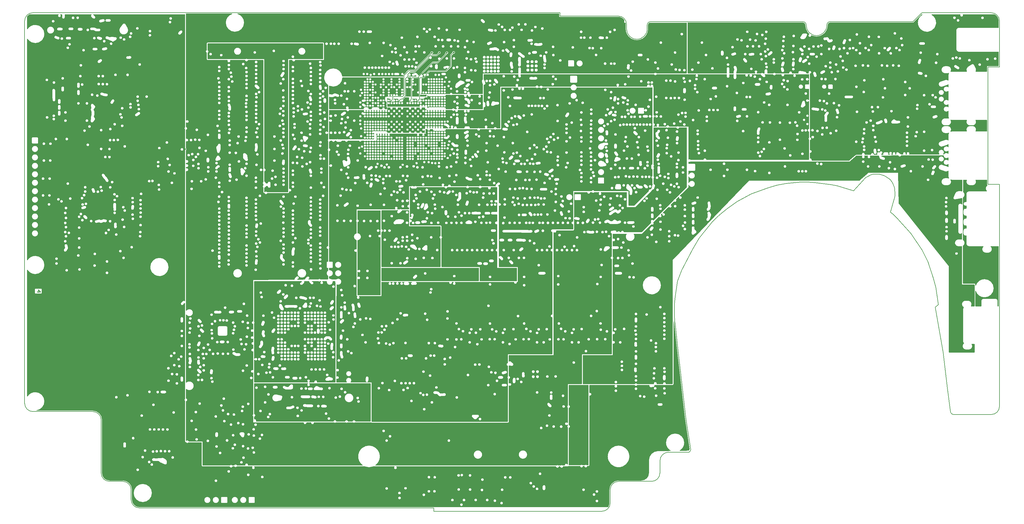
<source format=gbr>
*
G04 Job   : D:\PD-Master\Mas\Mas100n1 ACB_0001_0\Mas100n1 PPC_PORTABILE R_0.pcb*
G04 User  : SHINA:Administrator*
G04 Layer : 6-Internal5.gbr*
G04 Date  : Thu Feb 04 15:45:06 2021*
G04 RSM MASTER DESIGN srl*
%ICAS*%
%MOMM*%
%FSLAX24Y24*%
%OFA0.0000B0.0000*%
G90*
G74*
%ADD10C,0.15000*%
%ADD12C,0.35000*%
%ADD15C,0.40000*%
%ADD13C,0.50000*%
%ADD11C,0.50800*%
%ADD70C,0.53340*%
%ADD14C,0.58420*%
%ADD20C,0.63500*%
%ADD71C,0.76200*%
%ADD18C,0.81280*%
%ADD16C,1.27000*%
%ADD17C,1.52400*%
%ADD19C,2.54000*%
G01*
G36*
X7500Y1488874D02*
G02X7672Y1489353I750D01*
X14527Y1494914I17328J14353*
X14876Y1495000I349J664*
G01X62660*
Y1297700*
G03X63360Y1295427I4040*
G01Y1185100*
G03X67400Y1181060I4040*
X69260Y1181514J4040*
G01Y923300*
G03X73300Y919260I4040*
X77340Y923300J4040*
X73300Y927340I4040*
X69260Y923300J4040*
G01Y1181514*
G03X70460Y1182462I1860J3586*
G01Y950200*
G03X74500Y946160I4040*
X78540Y950200J4040*
X74500Y954240I4040*
X70460Y950200J4040*
G01Y1182462*
G03X71060Y1183389I3060J2638*
G01Y1000800*
G03X75100Y996760I4040*
X79140Y1000800J4040*
X75100Y1004840I4040*
X71060Y1000800J4040*
G01Y1183389*
G03X71440Y1185100I3660J1711*
X67400Y1189140I4040*
X63360Y1185100J4040*
G01Y1295427*
G03X66700Y1293660I3340J2273*
X70740Y1297700J4040*
X66700Y1301740I4040*
X62660Y1297700J4040*
G01Y1495000*
X67500*
Y1447500*
G03X72960Y1438289I10500*
G01Y1055200*
G03X77000Y1051160I4040*
X81040Y1055200J4040*
X77000Y1059240I4040*
X72960Y1055200J4040*
G01Y1438289*
G03X73560Y1437985I5040J9211*
G01Y1105800*
G03X77600Y1101760I4040*
X81640Y1105800J4040*
X77600Y1109840I4040*
X73560Y1105800J4040*
G01Y1437985*
G03X78000Y1437000I4440J9515*
X83460Y1438531J10500*
G01Y1267000*
G03X83461Y1266919I4040*
G02Y1266903I759J16*
G01X83560Y1259993*
Y1259982*
Y1259972*
X83461Y1252090*
Y1252089*
G02Y1252075I750*
G03X83460Y1252000I4039J75*
X83461Y1251919I4040*
G02Y1251903I759J16*
G01X83560Y1244981*
G02Y1244975I750J22*
G01Y1179900*
G03X87600Y1175860I4040*
X89760Y1176486J4040*
G01Y1120000*
G03X91760Y1116513I4040*
G01Y745400*
G03X95800Y741360I4040*
X99840Y745400J4040*
X95800Y749440I4040*
X91760Y745400J4040*
G01Y760000*
G03X95800Y755960I4040*
X99840Y760000J4040*
X95800Y764040I4040*
X91760Y760000J4040*
G01Y1116513*
G03X93800Y1115960I2040J3487*
X97360Y1118090J4040*
G01Y938600*
G03X101400Y934560I4040*
X105440Y938600J4040*
X101400Y942640I4040*
X97360Y938600J4040*
G01Y1118090*
G03X97840Y1120000I3560J1910*
X93800Y1124040I4040*
X89760Y1120000J4040*
G01Y1176486*
G03X91640Y1179900I2160J3414*
X87600Y1183940I4040*
X83560Y1179900J4040*
G01Y1189900*
G03X87600Y1185860I4040*
X91640Y1189900J4040*
X87600Y1193940I4040*
X83560Y1189900J4040*
G01Y1244975*
G02Y1244966I750J16*
G03X83570Y1244715I4040J34*
G02X83571Y1244700I748J53*
G01X84066Y1237078*
G02X84067Y1237063I748J59*
G03X88100Y1233260I4033J237*
X92140Y1237300J4040*
X92130Y1237585I4040*
G02X92129Y1237600I748J53*
G01X91639Y1245141*
G02X91638Y1245179I749J48*
G01X91540Y1252007*
Y1252018*
Y1252028*
X91639Y1259910*
Y1259912*
G02Y1259925I750J1*
G03X91640Y1260000I4039J75*
X91639Y1260081I4040*
G02Y1260097I759J16*
G01X91540Y1267019*
G02Y1267034I750J22*
G03X87500Y1271041I4040J33*
X83460Y1267001J4040*
G01Y1267000*
Y1438531*
G03X84060Y1438925I5460J8969*
G01Y1290000*
G03X88100Y1285960I4040*
X92140Y1290000J4040*
X88100Y1294040I4040*
X84060Y1290000J4040*
G01Y1438925*
G03X88500Y1447500I6060J8575*
X78000Y1458000I10500*
X67500Y1447500J10500*
G01Y1495000*
X81760*
Y1474200*
G03X85800Y1470160I4040*
X89260Y1472114J4040*
G01Y1426400*
G03X91813Y1422644I4040*
G02X91826Y1422638I276J698*
G01X99457Y1419566*
G02X99470Y1419561I271J699*
G03X99960Y1419396I1530J3739*
G01Y1236300*
Y1236272*
G02Y1236261I750*
G01Y1229339*
G02Y1229328I750J11*
G01Y1229300*
Y1218800*
Y1218772*
G02Y1218761I750*
G01Y1211839*
G02Y1211828I750J11*
G01Y1211800*
Y1201300*
Y1201272*
G02Y1201261I750*
G01Y1194339*
G02Y1194328I750J11*
G01Y1194300*
G03X104000Y1190260I4040*
X106760Y1191350J4040*
G01Y932400*
G03X110800Y928360I4040*
X114840Y932400J4040*
X110800Y936440I4040*
X106760Y932400J4040*
G01Y1191350*
G03X108040Y1194300I2760J2950*
G01Y1194328*
G02Y1194339I750*
G01Y1201261*
G02Y1201272I750J11*
G01Y1201300*
G03X104000Y1205340I4040*
X99960Y1201300J4040*
G01Y1211800*
G03X104000Y1207760I4040*
X108040Y1211800J4040*
G01Y1211828*
G02Y1211839I750*
G01Y1218761*
G02Y1218772I750J11*
G01Y1218800*
G03X104000Y1222840I4040*
X99960Y1218800J4040*
G01Y1229300*
G03X104000Y1225260I4040*
X108040Y1229300J4040*
G01Y1229328*
G02Y1229339I750*
G01Y1236261*
G02Y1236272I750J11*
G01Y1236300*
G03X104000Y1240340I4040*
X99960Y1236300J4040*
G01Y1419396*
G03X101000Y1419260I1040J3904*
X105040Y1423300J4040*
X104576Y1425179I4040*
X102487Y1427056I3576J1879*
G02X102474Y1427062I276J698*
G01X94843Y1430134*
G02X94830Y1430139I271J699*
G03X93300Y1430440I1530J3739*
X89260Y1426400J4040*
G01Y1472114*
G03X89840Y1474200I3460J2086*
X85800Y1478240I4040*
X81760Y1474200J4040*
G01Y1495000*
X97360*
Y1450800*
G03X101379Y1446760I4040*
G02X101394I4J750*
G01X107760Y1446690*
Y1422200*
G03X110160Y1418508I4040*
G01Y1267100*
G03X114200Y1263060I4040*
X118001Y1265731J4040*
G01Y784900*
G03X122041Y780860I4040*
X122260Y780866J4040*
G01Y725000*
G03X126300Y720960I4040*
X130340Y725000J4040*
X126300Y729040I4040*
X122260Y725000J4040*
G01Y780866*
G03X125598Y782985I219J4034*
G02X125606Y782998I661J356*
G01X129827Y790730*
G02X129835Y790743I664J350*
G03X130340Y792700I3535J1957*
X130172Y793853I4040*
G02X130168Y793867I719J214*
G01X128089Y800993*
G02X128085Y801008I717J221*
G03X124200Y803940I3885J1108*
X120160Y799900J4040*
X120328Y798747I4040*
G02X120332Y798733I719J214*
G01X121867Y793469*
G02X121897Y793259I720J210*
X121806Y792899I750*
G01X118514Y786870*
G02X118506Y786857I664J350*
G03X118001Y784900I3535J1957*
G01Y812400*
G03X122041Y808360I4040*
X126081Y812400J4040*
X122041Y816440I4040*
X118001Y812400J4040*
G01Y839900*
G03X120160Y836325I4040*
G01Y827400*
G03X124200Y823360I4040*
X128240Y827400J4040*
X124200Y831440I4040*
X120160Y827400J4040*
G01Y836325*
G03X122041Y835860I1881J3575*
X126081Y839900J4040*
X122041Y843940I4040*
X118001Y839900J4040*
G01Y867400*
G03X120160Y863825I4040*
G01Y854900*
G03X124200Y850860I4040*
X128240Y854900J4040*
X124200Y858940I4040*
X120160Y854900J4040*
G01Y863825*
G03X122041Y863360I1881J3575*
X126081Y867400J4040*
X122041Y871440I4040*
X118001Y867400J4040*
G01Y897400*
G03X120160Y893825I4040*
G01Y882400*
G03X124200Y878360I4040*
X128240Y882400J4040*
X124200Y886440I4040*
X120160Y882400J4040*
G01Y893825*
G03X122041Y893360I1881J3575*
X126081Y897400J4040*
X122041Y901440I4040*
X118001Y897400J4040*
G01Y1265731*
G03X118239Y1267006I3801J1369*
G02Y1267021I750J17*
G01X118437Y1273844*
G02X118438Y1273859I757J11*
G03X118440Y1274000I4038J141*
X114400Y1278040I4040*
X110361Y1274094J4040*
G02Y1274079I750J17*
G01X110163Y1267256*
G02X110162Y1267241I757J11*
G03X110160Y1267100I4038J141*
G01Y1418508*
G03X110360Y1418425I1640J3692*
G01Y1302500*
G03X114400Y1298460I4040*
X118440Y1302500J4040*
X114400Y1306540I4040*
X110360Y1302500J4040*
G01Y1418425*
G03X111800Y1418160I1440J3775*
X115840Y1422200J4040*
X111800Y1426240I4040*
X107760Y1422200J4040*
G01Y1446690*
X110417Y1446661*
G02X110420I3J750*
X110432J750*
G03X110500Y1446660I68J4039*
X114540Y1450700J4040*
X110521Y1454740I4040*
G02X110506I4J750*
G01X101483Y1454839*
G02X101481I2J750*
X101468J750*
G03X101400Y1454840I68J4039*
X97360Y1450800J4040*
G01Y1495000*
X101384*
G02X102134Y1494250J750*
X101888Y1493694I750*
G03X100585Y1491145I2712J2994*
X100560Y1490700I4015J445*
X104600Y1486660I4040*
X108640Y1490700J4040*
X107312Y1493694I4040*
G02X107066Y1494250I504J556*
X107816Y1495000I750*
G01X112168*
G02X112918Y1494250J750*
X112877Y1494007I750*
G03X112660Y1492700I3823J1307*
G01Y1492672*
G02Y1492661I750*
G01Y1486139*
G02Y1486128I750J11*
G01Y1486100*
G03X116700Y1482060I4040*
X118660Y1482567J4040*
G01Y1175100*
G03X120160Y1171958I4040*
G01Y912400*
G03X124200Y908360I4040*
X128240Y912400J4040*
X124200Y916440I4040*
X120160Y912400J4040*
G01Y1171958*
G03X122700Y1171060I2540J3142*
X122760J4040*
G01Y1120000*
G03X125660Y1116124I4040*
G01Y985800*
G03X128919Y981836I4040*
G01Y837600*
G03X132959Y833560I4040*
X136999Y837600J4040*
X132959Y841640I4040*
X128919Y837600J4040*
G01Y981836*
G03X129700Y981760I781J3964*
X132960Y983414J4040*
G01Y940700*
G03X137000Y936660I4040*
X141040Y940700J4040*
X137000Y944740I4040*
X132960Y940700J4040*
G01Y983414*
G03X133740Y985800I3260J2386*
X129700Y989840I4040*
X125660Y985800J4040*
G01Y1116124*
G03X126800Y1115960I1140J3876*
X130840Y1120000J4040*
X126800Y1124040I4040*
X122760Y1120000J4040*
G01Y1171060*
G03X126740Y1175100I60J4040*
X122700Y1179140I4040*
X118660Y1175100J4040*
G01Y1200100*
G03X122700Y1196060I4040*
X126740Y1200100J4040*
X122700Y1204140I4040*
X118660Y1200100J4040*
G01Y1482567*
G03X120740Y1486100I1960J3533*
G01Y1486128*
G02Y1486139I750*
G01Y1492661*
G02Y1492672I750J11*
G01Y1492700*
G03X120523Y1494007I4040*
G02X120482Y1494250I709J243*
X121232Y1495000I750*
G01X123960*
Y1423300*
G03X125660Y1420007I4040*
G01Y1394300*
G03X129700Y1390260I4040*
X133740Y1394300J4040*
X129700Y1398340I4040*
X125660Y1394300J4040*
G01Y1420007*
G03X128000Y1419260I2340J3293*
X128023J4040*
G02X128028I5J750*
X128039J750*
G01X130960*
Y1405000*
G03X135000Y1400960I4040*
X139040Y1405000J4040*
X135000Y1409040I4040*
X130960Y1405000J4040*
G01Y1419260*
X135261*
G02X135272I11J750*
X135277J750*
G03X135300I23J4040*
X139340Y1423300J4040*
X135300Y1427340I4040*
X135277J4040*
G02X135272I5J750*
X135261J750*
G01X128039*
G02X128028I11J750*
X128023J750*
G03X128000I23J4040*
X123960Y1423300J4040*
G01Y1495000*
X131460*
Y1451400*
G03X135500Y1447360I4040*
X135581Y1447361J4040*
G02X135596I15J750*
G01X135597*
X142618Y1447460*
G02X142633I21J750*
G03X146640Y1451500I33J4040*
X142600Y1455540I4040*
X142519Y1455539J4040*
G02X142504I15J750*
G01X142503*
X135482Y1455440*
G02X135467I21J750*
G03X131460Y1451400I33J4040*
G01Y1495000*
X141460*
Y1484600*
G03X145500Y1480560I4040*
X149540Y1484600J4040*
X145500Y1488640I4040*
X141460Y1484600J4040*
G01Y1495000*
X155360*
Y1484800*
G03X157260Y1481373I4040*
G01Y769600*
G03X160760Y765596I4040*
G01Y727500*
G03X164800Y723460I4040*
X168840Y727500J4040*
X164800Y731540I4040*
X160760Y727500J4040*
G01Y765596*
G03X161300Y765560I540J4004*
X165340Y769600J4040*
X161300Y773640I4040*
X157260Y769600J4040*
G01Y1481373*
G03X157660Y1481154I2140J3427*
G01Y1285800*
Y1285772*
G02Y1285761I750*
G01Y1277639*
G02Y1277628I750J11*
G01Y1277600*
Y1263700*
Y1263672*
G02Y1263661I750*
G01Y1256039*
G02Y1256028I750J11*
G01Y1256000*
Y1227300*
G03X159860Y1223703I4040*
G01Y793500*
G03X163900Y789460I4040*
X167940Y793500J4040*
X163900Y797540I4040*
X159860Y793500J4040*
G01Y821000*
G03X163900Y816960I4040*
X167940Y821000J4040*
X163900Y825040I4040*
X159860Y821000J4040*
G01Y853500*
G03X163900Y849460I4040*
X167940Y853500J4040*
X163900Y857540I4040*
X159860Y853500J4040*
G01Y886000*
G03X163900Y881960I4040*
X167940Y886000J4040*
X163900Y890040I4040*
X159860Y886000J4040*
G01Y1223703*
G03X161700Y1223260I1840J3597*
X164960Y1224914J4040*
G01Y894400*
G03X169000Y890360I4040*
X169360Y890376J4040*
G01Y875900*
G03X173400Y871860I4040*
X177440Y875900J4040*
X173400Y879940I4040*
X169360Y875900J4040*
G01Y890376*
G03X173040Y894400I360J4024*
X169000Y898440I4040*
X164960Y894400J4040*
G01Y1224914*
G03X165740Y1227300I3260J2386*
X161700Y1231340I4040*
X157660Y1227300J4040*
G01Y1256000*
G03X161700Y1251960I4040*
X165740Y1256000J4040*
G01Y1256028*
G02Y1256039I750*
G01Y1263661*
G02Y1263672I750J11*
G01Y1263700*
G03X161700Y1267740I4040*
X157660Y1263700J4040*
G01Y1277600*
G03X161700Y1273560I4040*
X165740Y1277600J4040*
G01Y1277628*
G02Y1277639I750*
G01Y1285761*
G02Y1285772I750J11*
G01Y1285800*
G03X161700Y1289840I4040*
X157660Y1285800J4040*
G01Y1481154*
G03X159360Y1480760I1740J3646*
G01Y1450400*
G03X163260Y1446362I4040*
G01Y1309200*
G03X167300Y1305160I4040*
X168460Y1305330J4040*
G01Y942100*
G03X170160Y938807I4040*
G01Y912600*
G03X174200Y908560I4040*
X175534Y908786J4040*
G02X175548Y908791I247J707*
G01X175960Y908933*
Y887300*
G03X177252Y884339I4040*
G02X177263Y884328I510J550*
G01X182108Y879780*
G02X182119Y879770I506J554*
G03X184900Y878660I2781J2930*
X188940Y882700J4040*
X187648Y885661I4040*
G02X187637Y885672I510J550*
G01X182792Y890220*
G02X182781Y890230I506J554*
G03X180000Y891340I2781J2930*
X175960Y887300J4040*
G01Y908933*
X182175Y911066*
G02X182190Y911071I254J705*
G03X184940Y914900I1290J3829*
X180900Y918940I4040*
X179566Y918714J4040*
G02X179552Y918709I247J707*
G01X172925Y916434*
G02X172910Y916429I254J705*
G03X170160Y912600I1290J3829*
G01Y923000*
G03X174200Y918960I4040*
X178240Y923000J4040*
X174200Y927040I4040*
X170160Y923000J4040*
G01Y938807*
G03X172500Y938060I2340J3293*
X176540Y942100J4040*
X172500Y946140I4040*
X168460Y942100J4040*
G01Y1305330*
G03X168760Y1305433I1160J3870*
G01Y1283900*
G03X172800Y1279860I4040*
X174660Y1280314J4040*
G01Y951200*
G03X178700Y947160I4040*
X180160Y947433J4040*
G01Y925000*
G03X184200Y920960I4040*
X188240Y925000J4040*
X184200Y929040I4040*
X180160Y925000J4040*
G01Y947433*
G03X182740Y951200I1460J3767*
X178700Y955240I4040*
X174660Y951200J4040*
G01Y1280314*
G03X175960Y1281383I1860J3586*
G01Y1145100*
G03X177960Y1141613I4040*
G01Y962000*
G03X182000Y957960I4040*
X186040Y962000J4040*
X182000Y966040I4040*
X177960Y962000J4040*
G01Y975000*
G03X182000Y970960I4040*
X186040Y975000J4040*
X182000Y979040I4040*
X177960Y975000J4040*
G01Y1141613*
G03X180000Y1141060I2040J3487*
X184040Y1145100J4040*
X180000Y1149140I4040*
X175960Y1145100J4040*
G01Y1281383*
G03X176840Y1283900I3160J2517*
X172800Y1287940I4040*
X168760Y1283900J4040*
G01Y1305433*
G03X171340Y1309200I1460J3767*
X167300Y1313240I4040*
X163260Y1309200J4040*
G01Y1446362*
G03X163306Y1446361I140J4038*
G02X163321I17J750*
G01X164960Y1446313*
Y1341600*
G03X169000Y1337560I4040*
X173040Y1341600J4040*
X169000Y1345640I4040*
X164960Y1341600J4040*
G01Y1446313*
X170144Y1446163*
G02X170159Y1446162I11J750*
G03X170300Y1446160I141J4038*
X173060Y1447250J4040*
G01Y1387200*
G03X177100Y1383160I4040*
X181140Y1387200J4040*
X177100Y1391240I4040*
X173060Y1387200J4040*
G01Y1447250*
G03X174340Y1450200I2760J2950*
X170394Y1454239I4040*
G02X170379I17J750*
G01X163556Y1454437*
G02X163541Y1454438I11J750*
G03X163400Y1454440I141J4038*
X159360Y1450400J4040*
G01Y1480760*
G03X159400I40J4040*
X163440Y1484800J4040*
X159400Y1488840I4040*
X155360Y1484800J4040*
G01Y1495000*
X183160*
Y1175200*
G03X185860Y1171389I4040*
G01Y1102500*
G03X189900Y1098460I4040*
X193940Y1102500J4040*
X189900Y1106540I4040*
X185860Y1102500J4040*
G01Y1171389*
G03X187200Y1171160I1340J3811*
X190860Y1173489J4040*
G01Y1157500*
G03X194900Y1153460I4040*
X195960Y1153602J4040*
G01Y873100*
G03X200000Y869060I4040*
X204040Y873100J4040*
X200000Y877140I4040*
X195960Y873100J4040*
G01Y1153602*
G03X198940Y1157500I1060J3898*
X194900Y1161540I4040*
X190860Y1157500J4040*
G01Y1173489*
G03X191240Y1175200I3660J1711*
X187200Y1179240I4040*
X183160Y1175200J4040*
G01Y1227200*
G03X187200Y1223160I4040*
X191240Y1227200J4040*
X187200Y1231240I4040*
X183160Y1227200J4040*
G01Y1495000*
X185760*
Y1448200*
G03X189800Y1444160I4040*
X193840Y1448200J4040*
X189800Y1452240I4040*
X185760Y1448200J4040*
G01Y1495000*
X196860*
Y1451400*
G03X198460Y1448180I4040*
G01Y1173800*
G03X201160Y1169989I4040*
G01Y968300*
G03X201490Y966701I4040*
G02X201495Y966688I689J296*
G01X204267Y960156*
G02X204272Y960143I687J302*
G03X206260Y958054I3728J1557*
G01Y739200*
G03X210300Y735160I4040*
X214340Y739200J4040*
X210300Y743240I4040*
X206260Y739200J4040*
G01Y958054*
G03X206960Y957796I1740J3646*
G01Y774400*
G03X211000Y770360I4040*
X215040Y774400J4040*
X211000Y778440I4040*
X206960Y774400J4040*
G01Y957796*
G03X208000Y957660I1040J3904*
X211160Y959183J4040*
G01Y871700*
G03X215200Y867660I4040*
X216114Y867765J4040*
G02X216128Y867768I169J731*
G01X223292Y869388*
G02X223457Y869407I165J731*
X223664Y869377J750*
G01X229046Y867828*
G02X229061Y867824I197J724*
G03X230200Y867660I1139J3876*
X231814Y867996J4040*
G02X231828Y868002I299J687*
G01X236946Y870196*
G02X237242Y870256I296J690*
X237319Y870252J750*
G01X240360Y869935*
Y837200*
G03X243460Y833271I4040*
G01Y717400*
G03X247500Y713360I4040*
X251540Y717400J4040*
X247500Y721440I4040*
X243460Y717400J4040*
G01Y751600*
G03X247500Y747560I4040*
X251540Y751600J4040*
X247500Y755640I4040*
X243460Y751600J4040*
G01Y833271*
G03X244400Y833160I940J3929*
X248440Y837200J4040*
X244400Y841240I4040*
X240360Y837200J4040*
G01Y869935*
X242742Y869686*
G02X242757Y869684I67J747*
G03X243200Y869660I443J4016*
X247240Y873700J4040*
X243596Y877721I4040*
G02X243581Y877722I74J746*
G01X236958Y878414*
G02X236943Y878416I67J747*
G03X236500Y878440I443J4016*
X234886Y878104J4040*
G02X234872Y878098I299J687*
G01X230179Y876086*
G02X229883Y876026I296J690*
X229676Y876055J750*
G01X224754Y877472*
G02X224739Y877476I197J724*
G03X223600Y877640I1139J3876*
X222686Y877535J4040*
G02X222671Y877532I169J731*
G01X214347Y875649*
G02X214332Y875646I177J729*
G03X211160Y871700I868J3946*
G01Y959183*
G03X212040Y961700I3160J2517*
X211710Y963299I4040*
G02X211705Y963312I689J296*
G01X208933Y969844*
G02X208928Y969857I687J302*
G03X205200Y972340I3728J1557*
X201160Y968300J4040*
G01Y1169989*
G03X202500Y1169760I1340J3811*
X205659Y1171282J4040*
G02X205669Y1171294I587J467*
G01X210621Y1177434*
G02X210630Y1177446I590J462*
G03X211540Y1180000I3130J2554*
X211158Y1181714I4040*
G02X211152Y1181728I680J318*
G01X208238Y1188041*
G02X208169Y1188355I681J314*
X208186Y1188513I750*
G01X209241Y1193412*
G02X209245Y1193427I736J147*
G03X209340Y1194300I3945J873*
G01Y1194328*
G02Y1194339I750*
G01Y1202461*
G02Y1202472I750J11*
G01Y1202500*
G03X209062Y1203972I4040*
G02X209057Y1203986I699J273*
G01X207434Y1208206*
G02X207384Y1208475I700J269*
X207507Y1208887I750*
G01X211356Y1214750*
G02X211364Y1214763I633J402*
G03X212040Y1217000I3364J2237*
X211040Y1219661I4040*
G02X211030Y1219673I564J494*
G01X206580Y1224815*
G02X206570Y1224826I560J499*
G03X203500Y1226240I3070J2626*
X199460Y1222200J4040*
X199479Y1221810I4040*
G02X199480Y1221795I747J73*
G01X200319Y1212616*
G02X200323Y1212540I746J76*
X200078Y1211985I750*
G03X198760Y1209000I2722J2985*
X199026Y1207558I4040*
X199038Y1207528I3774J1443*
G02X199043Y1207514I699J273*
G01X201210Y1201880*
G02X201260Y1201611I700J269*
G01Y1194339*
G02Y1194328I750J11*
G01Y1194300*
G02X201237Y1194117I750*
G01X199977Y1188764*
G02X199973Y1188749I733J161*
G03X199878Y1188179I3927J949*
G02X199876Y1188163I747J70*
G01X198484Y1174240*
G02X198482Y1174225I747J63*
G03X198460Y1173800I4018J425*
G01Y1448180*
G03X198760Y1447973I2440J3220*
G01Y1253200*
G03X202800Y1249160I4040*
X206840Y1253200J4040*
X202800Y1257240I4040*
X198760Y1253200J4040*
G01Y1447973*
G03X200900Y1447360I2140J3427*
X200979Y1447361J4040*
G02X200994I15J750*
G01X200995*
X203960Y1447402*
Y1390600*
G03X207964Y1386560I4040*
G02X207979I6J750*
G01X214360Y1386467*
Y1250600*
G03X215960Y1247380I4040*
G01Y961500*
G03X220000Y957460I4040*
X224040Y961500J4040*
X220000Y965540I4040*
X215960Y961500J4040*
G01Y1247380*
G03X218400Y1246560I2440J3220*
X222440Y1250600J4040*
X218400Y1254640I4040*
X214360Y1250600J4040*
G01Y1386467*
X214804Y1386461*
G02X214818I1J750*
G03X214900Y1386460I82J4039*
X218460Y1388590J4040*
G01Y1285300*
G03X222500Y1281260I4040*
X224860Y1282021J4040*
G01Y975300*
G03X227360Y971565I4040*
G01Y964600*
G03X231400Y960560I4040*
X235440Y964600J4040*
X231400Y968640I4040*
X227360Y964600J4040*
G01Y971565*
G03X228900Y971260I1540J3735*
X232940Y975300J4040*
X228900Y979340I4040*
X224860Y975300J4040*
G01Y1282021*
G03X225960Y1283214I2360J3279*
G01Y1090200*
G03X230000Y1086160I4040*
X231760Y1086564J4040*
G01Y1011600*
G03X232433Y1009367I4040*
G02X232441Y1009355I625J414*
G01X236200Y1003618*
G02X236208Y1003605I621J420*
G03X236760Y1002927I3392J2195*
G02X236771Y1002916I527J534*
G01X241067Y998620*
G02X241192Y998453I531J530*
G01X244447Y992577*
G02X244454Y992564I651J373*
G03X248000Y990460I3546J1936*
X248460Y990486J4040*
G01Y846500*
G03X252500Y842460I4040*
X256540Y846500J4040*
X252500Y850540I4040*
X248460Y846500J4040*
G01Y990486*
G03X252040Y994500I460J4014*
X251523Y996478I4040*
G02X251515Y996491I654J367*
G01X247953Y1002923*
G02X247946Y1002936I651J373*
G03X247240Y1003873I3546J1936*
G02X247229Y1003884I527J534*
G01X242806Y1008308*
G02X242709Y1008427I530J530*
G01X239200Y1013782*
G02X239192Y1013795I622J420*
G03X235800Y1015640I3392J2195*
X231760Y1011600J4040*
G01Y1086564*
G03X234040Y1090200I1760J3636*
X230000Y1094240I4040*
X225960Y1090200J4040*
G01Y1146600*
G03X230000Y1142560I4040*
X234040Y1146600J4040*
X230000Y1150640I4040*
X225960Y1146600J4040*
G01Y1283214*
G03X226540Y1285300I3460J2086*
X222500Y1289340I4040*
X218460Y1285300J4040*
G01Y1309200*
G03X222500Y1305160I4040*
X226540Y1309200J4040*
X222500Y1313240I4040*
X218460Y1309200J4040*
G01Y1388590*
G03X218940Y1390500I3560J1910*
X214936Y1394540I4040*
G02X214921I6J750*
G01X208096Y1394639*
G02X208082I1J750*
G03X208000Y1394640I82J4039*
X203960Y1390600J4040*
G01Y1447402*
X205460Y1447423*
Y1423400*
G03X209500Y1419360I4040*
X213540Y1423400J4040*
X209500Y1427440I4040*
X205460Y1423400J4040*
G01Y1447423*
X207138Y1447446*
G02X207149I11J750*
X207444Y1447386J750*
G01X214172Y1444502*
G02X214186Y1444496I285J693*
G03X215800Y1444160I1614J3704*
X215823J4040*
G02X215828I5J750*
X215839J750*
G01X217160*
Y1424200*
G03X219260Y1420656I4040*
G01Y1352500*
G03X223300Y1348460I4040*
X225685Y1349239J4040*
G02X225697Y1349248I442J606*
G01X227360Y1350449*
Y1255800*
G03X230145Y1251960I4040*
G02X230160Y1251955I233J713*
G01X237885Y1249380*
G02X237900Y1249375I226J715*
G03X238460Y1249228I1300J3825*
G01Y1065800*
G03X242500Y1061760I4040*
X246540Y1065800J4040*
X242500Y1069840I4040*
X238460Y1065800J4040*
G01Y1249228*
G03X238804Y1249179I740J3972*
G02X238819Y1249178I74J746*
G01X245442Y1248486*
G02X245457Y1248484I67J747*
G03X245900Y1248460I443J4016*
X249940Y1252500J4040*
X246296Y1256521I4040*
G02X246281Y1256522I74J746*
G01X240140Y1257164*
G02X239981Y1257198I78J746*
G01X232715Y1259620*
G02X232700Y1259625I226J715*
G03X231400Y1259840I1300J3825*
X227360Y1255800J4040*
G01Y1350449*
X230960Y1353049*
Y1285000*
G03X235000Y1280960I4040*
X239040Y1285000J4040*
X235000Y1289040I4040*
X230960Y1285000J4040*
G01Y1309200*
G03X235000Y1305160I4040*
X239040Y1309200J4040*
X235000Y1313240I4040*
X230960Y1309200J4040*
G01Y1353049*
X231034Y1353102*
G02X231046Y1353111I448J601*
G03X232740Y1356400I2346J3289*
X228700Y1360440I4040*
X226315Y1359661J4040*
G02X226303Y1359652I442J606*
G01X220966Y1355798*
G02X220954Y1355789I448J601*
G03X219260Y1352500I2346J3289*
G01Y1420656*
G03X220194Y1420287I1940J3544*
G02X220209Y1420283I186J726*
G01X227735Y1418303*
G02X227749Y1418299I181J728*
G03X228800Y1418160I1051J3901*
X232360Y1420290J4040*
G01Y1390400*
G03X236400Y1386360I4040*
X237215Y1386443J4040*
G02X237229Y1386446I151J735*
G01X243460Y1387692*
Y1284900*
G03X247500Y1280860I4040*
X250860Y1282657J4040*
G01Y1065800*
G03X252860Y1062313I4040*
G01Y872700*
G03X256900Y868660I4040*
X260940Y872700J4040*
X256900Y876740I4040*
X252860Y872700J4040*
G01Y1062313*
G03X253260Y1062108I2040J3487*
G01Y974700*
G03X257300Y970660I4040*
X261340Y974700J4040*
X257300Y978740I4040*
X253260Y974700J4040*
G01Y1062108*
G03X254900Y1061760I1640J3692*
X258940Y1065800J4040*
X254900Y1069840I4040*
X250860Y1065800J4040*
G01Y1089900*
G03X254900Y1085860I4040*
X258940Y1089900J4040*
X254900Y1093940I4040*
X250860Y1089900J4040*
G01Y1282657*
G03X251540Y1284900I3360J2243*
X247500Y1288940I4040*
X243460Y1284900J4040*
G01Y1387692*
X245156Y1388031*
G02X245170Y1388034I157J733*
G03X248440Y1392000I770J3966*
X244400Y1396040I4040*
X243585Y1395957J4040*
G02X243571Y1395954I151J735*
G01X235644Y1394369*
G02X235630Y1394366I157J733*
G03X232360Y1390400I770J3966*
G01Y1420290*
G03X232840Y1422200I3560J1910*
X229806Y1426113I4040*
G02X229791Y1426117I186J726*
G01X222266Y1428097*
G02X222251Y1428101I180J728*
G03X221200Y1428240I1051J3901*
X217160Y1424200J4040*
G01Y1444160*
X223561*
G02X223572I11J750*
X223577J750*
G03X223600I23J4040*
X227640Y1448200J4040*
X223600Y1452240I4040*
X223577J4040*
G02X223572I5J750*
X223561J750*
G01X216783*
G02X216488Y1452301J750*
G01X209728Y1455198*
G02X209714Y1455204I285J693*
G03X208100Y1455540I1614J3704*
X208021Y1455539J4040*
G02X208006I15J750*
G01X208005*
X200882Y1455440*
G02X200867I22J750*
G03X196860Y1451400I33J4040*
G01Y1495000*
X200398*
G02X201148Y1494250J750*
X200884Y1493678I750*
G03X199460Y1490600I2616J3078*
X200784Y1487609I4040*
G02X200794Y1487600I503J556*
G01X205641Y1483149*
G02X205651Y1483140I500J559*
G03X208400Y1482060I2749J2960*
X212440Y1486100J4040*
X211115Y1489091I4040*
G02X211106Y1489100I504J556*
G01X206259Y1493551*
G02X206249Y1493560I500J559*
G03X206116Y1493678I2749J2960*
G02X205852Y1494250I486J572*
X206602Y1495000I750*
G01X223860*
Y1474600*
G03X227900Y1470560I4040*
X228913Y1470689J4040*
G02X228928Y1470693I188J726*
G01X235160Y1472269*
Y1414200*
G03X239200Y1410160I4040*
X243240Y1414200J4040*
X239200Y1418240I4040*
X235160Y1414200J4040*
G01Y1472269*
X237553Y1472874*
G02X237568Y1472878I195J724*
G03X240640Y1476800I968J3922*
X236600Y1480840I4040*
X235587Y1480711J4040*
G02X235572Y1480707I188J726*
G01X226947Y1478526*
G02X226932Y1478522I195J725*
G03X223860Y1474600I968J3922*
G01Y1495000*
X242860*
Y1476800*
G03X242960Y1475907I4040*
G01Y1424800*
G03X245745Y1420960I4040*
G02X245760Y1420955I233J713*
G01X252960Y1418555*
Y1116600*
G03X257000Y1112560I4040*
X258960Y1113067J4040*
G01Y990300*
G03X263000Y986260I4040*
X265860Y987447J4040*
G01Y953600*
G03X266460Y951482I4040*
G01Y897700*
G03X268760Y894054I4040*
G01Y864700*
G03X268761Y864591I4040*
G02X268762Y864576I756J20*
G01X268960Y855252*
G02Y855237I749J27*
G03X271360Y851608I4040J63*
G01Y832600*
G03X271560Y831345I4040*
G01Y343200*
G03X275600Y339160I4040*
X279640Y343200J4040*
X275600Y347240I4040*
X271560Y343200J4040*
G01Y831345*
G03X275400Y828560I3840J1255*
X279440Y832600J4040*
X275400Y836640I4040*
X271360Y832600J4040*
G01Y851608*
G03X273000Y851260I1640J3692*
X277040Y855300J4040*
X277039Y855409I4040*
G02X277038Y855424I756J20*
G01X276840Y864748*
G02Y864763I749J27*
G03X272800Y868740I4040J63*
X268760Y864700J4040*
G01Y894054*
G03X270500Y893660I1740J3646*
X274540Y897700J4040*
X270500Y901740I4040*
X266460Y897700J4040*
G01Y951482*
G03X266560Y951327I3440J2118*
G01Y924300*
Y924272*
G02Y924261I750*
G01Y915039*
G02Y915028I750J11*
G01Y915000*
G03X266562Y914872I4040*
G02Y914857I750J24*
G01X266760Y907232*
G02X266761Y907217I749J30*
G03X270800Y903260I4039J83*
X274840Y907300J4040*
X274838Y907428I4040*
G02Y907443I750J24*
G01X274640Y915043*
G02Y915062I750J19*
G01Y924261*
G02Y924272I750J11*
G01Y924300*
G03X270600Y928340I4040*
X266560Y924300J4040*
G01Y936500*
G03X270600Y932460I4040*
X274640Y936500J4040*
X270600Y940540I4040*
X266560Y936500J4040*
G01Y951327*
G03X269900Y949560I3340J2273*
X273760Y952408J4040*
G01Y948000*
G03X277800Y943960I4040*
X281840Y948000J4040*
X277800Y952040I4040*
X273760Y948000J4040*
G01Y952408*
G03X273940Y953600I3860J1192*
X269900Y957640I4040*
X265860Y953600J4040*
G01Y987447*
G03X267040Y990300I2860J2853*
X263000Y994340I4040*
X258960Y990300J4040*
G01Y1113067*
G03X261040Y1116600I1960J3533*
X257000Y1120640I4040*
X252960Y1116600J4040*
G01Y1418555*
X253200Y1418475*
G02X253298Y1418434I238J712*
G01X253460Y1418353*
Y1149900*
G03X257500Y1145860I4040*
X261540Y1149900J4040*
X257500Y1153940I4040*
X253460Y1149900J4040*
G01Y1418353*
X255860Y1417153*
Y1406800*
G03X257860Y1403313I4040*
G01Y1229600*
G03X261900Y1225560I4040*
X263960Y1226125J4040*
G01Y1116700*
G03X268000Y1112660I4040*
X272040Y1116700J4040*
X268000Y1120740I4040*
X263960Y1116700J4040*
G01Y1226125*
G03X265344Y1227489I2060J3475*
G02X265352Y1227501I640J392*
G01X266560Y1229447*
Y1164500*
G03X270600Y1160460I4040*
X274640Y1164500J4040*
X270600Y1168540I4040*
X266560Y1164500J4040*
G01Y1229447*
X268912Y1233236*
G02X268920Y1233250I643J385*
G03X269540Y1235400I3420J2150*
X265500Y1239440I4040*
X262056Y1237511J4040*
G02X262048Y1237499I640J392*
G01X258488Y1231764*
G02X258480Y1231750I643J385*
G03X257860Y1229600I3420J2150*
G01Y1403313*
G03X259900Y1402760I2040J3487*
X263940Y1406800J4040*
X259900Y1410840I4040*
X255860Y1406800J4040*
G01Y1417153*
X263359Y1413404*
G02X263372Y1413397I326J676*
G03X265200Y1412960I1828J3603*
X267460Y1413652J4040*
G02X267473Y1413660I420J622*
G01X268960Y1414651*
Y1313000*
G03X273000Y1308960I4040*
X275960Y1310250J4040*
G01Y1117300*
G03X280000Y1113260I4040*
X283560Y1115390J4040*
G01Y782700*
G03X287600Y778660I4040*
X291640Y782700J4040*
X287600Y786740I4040*
X283560Y782700J4040*
G01Y1115390*
G03X284040Y1117300I3560J1910*
X280000Y1121340I4040*
X275960Y1117300J4040*
G01Y1310250*
G03X277040Y1313000I2960J2750*
X273000Y1317040I4040*
X268960Y1313000J4040*
G01Y1414651*
X275209Y1418817*
G02X275221Y1418825I425J618*
G03X277040Y1422200I2221J3375*
X273462Y1426213I4040*
G02X273447Y1426215I86J746*
G01X263625Y1427406*
G02X263610Y1427408I80J746*
G03X263100Y1427440I510J4008*
X262499Y1427395J4040*
G02X262483Y1427393I112J742*
G01X255345Y1426361*
G02X255238Y1426353I107J742*
X255001Y1426392J750*
G01X248315Y1428620*
G02X248300Y1428625I226J715*
G03X247000Y1428840I1300J3825*
X242960Y1424800J4040*
G01Y1475907*
G03X246900Y1472760I3940J893*
X246923J4040*
G02X246928I5J750*
X246939J750*
G01X254761*
G02X254772I11J750*
X254777J750*
G03X254800I23J4040*
X258840Y1476800J4040*
X254800Y1480840I4040*
X254777J4040*
G02X254772I5J750*
X254761J750*
G01X246939*
G02X246928I11J750*
X246923J750*
G03X246900I23J4040*
X242860Y1476800J4040*
G01Y1495000*
X283860*
Y1194400*
G03X287260Y1190411I4040*
G01Y1185000*
G03X289260Y1181513I4040*
G01Y1159700*
G03X290360Y1156929I4040*
G01Y877500*
G03X293260Y873624I4040*
G01Y762300*
G03X296560Y758328I4040*
G01Y203800*
Y203772*
G02Y203761I750*
G01Y195439*
G02Y195428I750J11*
G01Y195400*
G03X300600Y191360I4040*
X304640Y195400J4040*
G01Y195428*
G02Y195439I750*
G01Y203761*
G02Y203772I750J11*
G01Y203800*
G03X300600Y207840I4040*
X296560Y203800J4040*
G01Y758328*
G03X297300Y758260I740J3972*
X301340Y762300J4040*
X297300Y766340I4040*
X293260Y762300J4040*
G01Y873624*
G03X294400Y873460I1140J3876*
X294960Y873499J4040*
G01Y855400*
G03X299000Y851360I4040*
X303040Y855400J4040*
X299000Y859440I4040*
X294960Y855400J4040*
G01Y873499*
G03X298440Y877500I560J4001*
X294400Y881540I4040*
X290360Y877500J4040*
G01Y1156929*
G03X292460Y1155748I2940J2771*
G01Y915000*
G03X296500Y910960I4040*
X296760Y910968J4040*
G01Y904800*
G03X300800Y900760I4040*
X304840Y904800J4040*
X300800Y908840I4040*
X296760Y904800J4040*
G01Y910968*
G03X300540Y915000I260J4032*
X296500Y919040I4040*
X292460Y915000J4040*
G01Y1155748*
G03X293300Y1155660I840J3952*
X296860Y1157790J4040*
G01Y1097800*
G03X300900Y1093760I4040*
X304940Y1097800J4040*
X300900Y1101840I4040*
X296860Y1097800J4040*
G01Y1157790*
G03X297340Y1159700I3560J1910*
X293300Y1163740I4040*
X289260Y1159700J4040*
G01Y1181513*
G03X291300Y1180960I2040J3487*
X295340Y1185000J4040*
X291300Y1189040I4040*
X287260Y1185000J4040*
G01Y1190411*
G03X287900Y1190360I640J3989*
X291940Y1194400J4040*
X287900Y1198440I4040*
X283860Y1194400J4040*
G01Y1495000*
X284560*
Y1424800*
G03X288600Y1420760I4040*
X289260Y1420814J4040*
G01Y1212500*
G03X293300Y1208460I4040*
X297340Y1212500J4040*
X293300Y1216540I4040*
X289260Y1212500J4040*
G01Y1420814*
G03X292640Y1424800I660J3986*
X288600Y1428840I4040*
X284560Y1424800J4040*
G01Y1495000*
X284960*
Y1447500*
G03X294960Y1434851I13000*
G01Y1419600*
G03X299000Y1415560I4040*
X303040Y1419600J4040*
X299000Y1423640I4040*
X294960Y1419600J4040*
G01Y1434851*
G03X297960Y1434500I3000J12649*
X305260Y1436743J13000*
G01Y348900*
G03X309300Y344860I4040*
X313340Y348900J4040*
X309300Y352940I4040*
X305260Y348900J4040*
G01Y1436743*
G03X305360Y1436812I7300J10757*
G01Y1313000*
G03X309400Y1308960I4040*
X313440Y1313000J4040*
X309400Y1317040I4040*
X305360Y1313000J4040*
G01Y1365000*
G03X309400Y1360960I4040*
X309703Y1360971J4040*
G02X309718Y1360972I56J748*
G01X314060Y1361274*
Y1225000*
G03X314260Y1223745I4040*
G01Y1215100*
G03X317660Y1211111I4040*
G01Y794700*
G03X321700Y790660I4040*
X322160Y790686J4040*
G01Y220000*
G03X326200Y215960I4040*
X327695Y216247J4040*
G01Y55000*
G03X355000Y27695I27305*
X382305Y55000J27305*
X355000Y82305I27305*
X327695Y55000J27305*
G01Y216247*
G03X330240Y220000I1495J3753*
X326200Y224040I4040*
X322160Y220000J4040*
G01Y790686*
G03X325740Y794700I460J4014*
X321700Y798740I4040*
X317660Y794700J4040*
G01Y1211111*
G03X318300Y1211060I640J3989*
X320260Y1211567J4040*
G01Y911000*
G03X320360Y910107I4040*
G01Y892500*
G03X321160Y890087I4040*
G01Y880000*
G03X325200Y875960I4040*
X329240Y880000J4040*
X325200Y884040I4040*
X321160Y880000J4040*
G01Y890087*
G03X324400Y888460I3240J2413*
X328440Y892500J4040*
X324400Y896540I4040*
X320360Y892500J4040*
G01Y910107*
G03X324300Y906960I3940J893*
X328321Y910610J4040*
G02X328323Y910625I747J73*
G01X329015Y917348*
G02X329016Y917363I747J66*
G03X329040Y917800I4016J437*
X325000Y921840I4040*
X320979Y918190J4040*
G02X320977Y918175I747J73*
G01X320285Y911452*
G02X320284Y911437I747J66*
G03X320260Y911000I4016J437*
G01Y1211567*
G03X320360Y1211625I1960J3533*
G01Y942200*
G03X320660Y940672I4040*
G01Y930000*
G03X324700Y925960I4040*
X328740Y930000J4040*
X324700Y934040I4040*
X320660Y930000J4040*
G01Y940672*
G03X324400Y938160I3740J1528*
X328440Y942200J4040*
X324400Y946240I4040*
X320360Y942200J4040*
G01Y1211625*
G03X322340Y1215100I2060J3475*
X318300Y1219140I4040*
X314260Y1215100J4040*
G01Y1223745*
G03X318100Y1220960I3840J1255*
X322140Y1225000J4040*
X318100Y1229040I4040*
X314060Y1225000J4040*
G01Y1361274*
X316840Y1361467*
G02X316856Y1361468I63J747*
G03X320640Y1365500I256J4032*
X316600Y1369540I4040*
X316297Y1369529J4040*
G02X316282Y1369528I56J748*
G01X309160Y1369033*
G02X309144Y1369032I63J747*
G03X305360Y1365000I256J4032*
G01Y1436812*
G03X310960Y1447500I7400J10688*
X309240Y1453963I13000*
G02X309233Y1453974I650J373*
G01X302531Y1465764*
G02X302523Y1465777I646J380*
G03X299000Y1467840I3523J1977*
X295757Y1466209J4040*
G02X295748Y1466197I603J447*
G01X287601Y1455355*
G02X287594Y1455345I605J442*
G03X284960Y1447500I10366J7845*
G01Y1495000*
X313160*
Y1427400*
G03X317200Y1423360I4040*
X321240Y1427400J4040*
X317200Y1431440I4040*
X313160Y1427400J4040*
G01Y1495000*
X315860*
Y1437500*
G03X319900Y1433460I4040*
X323940Y1437500J4040*
X319900Y1441540I4040*
X315860Y1437500J4040*
G01Y1495000*
X331660*
Y1192300*
G03X335700Y1188260I4040*
X335860Y1188263J4040*
G01Y124800*
G03X339900Y120760I4040*
X343940Y124800J4040*
X339900Y128840I4040*
X335860Y124800J4040*
G01Y1188263*
G03X337970Y1188958I160J4037*
G02X337984Y1188967I422J620*
G01X342860Y1192239*
Y827500*
G03X346900Y823460I4040*
X347860Y823576J4040*
G01Y287800*
G03X350660Y283955I4040*
G01Y163000*
G03X354700Y158960I4040*
X358740Y163000J4040*
X354700Y167040I4040*
X350660Y163000J4040*
G01Y283955*
G03X351900Y283760I1240J3845*
X355940Y287800J4040*
X351900Y291840I4040*
X347860Y287800J4040*
G01Y823576*
G03X350940Y827500I960J3924*
X346900Y831540I4040*
X342860Y827500J4040*
G01Y1192239*
X343660Y1192776*
Y840000*
G03X347700Y835960I4040*
X351740Y840000J4040*
X347700Y844040I4040*
X343660Y840000J4040*
G01Y1192776*
X344360Y1193246*
Y861000*
G03X348400Y856960I4040*
X352440Y861000J4040*
X348400Y865040I4040*
X344360Y861000J4040*
G01Y886000*
G03X348400Y881960I4040*
X352440Y886000J4040*
X348400Y890040I4040*
X344360Y886000J4040*
G01Y911000*
G03X344760Y909247I4040*
G01Y898500*
G03X348800Y894460I4040*
X352840Y898500J4040*
X348800Y902540I4040*
X344760Y898500J4040*
G01Y909247*
G03X348400Y906960I3640J1753*
X352440Y911000J4040*
X348400Y915040I4040*
X344360Y911000J4040*
G01Y936000*
G03X344560Y934745I4040*
G01Y923500*
G03X348600Y919460I4040*
X352640Y923500J4040*
X348600Y927540I4040*
X344560Y923500J4040*
G01Y934745*
G03X348400Y931960I3840J1255*
X352440Y936000J4040*
X348400Y940040I4040*
X344360Y936000J4040*
G01Y1193246*
X345518Y1194023*
G02X345532Y1194032I428J616*
G03X346060Y1194450I2232J3368*
G01Y955000*
G03X350100Y950960I4040*
X354140Y955000J4040*
X350100Y959040I4040*
X346060Y955000J4040*
G01Y1194450*
G03X347340Y1197400I2760J2950*
X343300Y1201440I4040*
X341030Y1200742J4040*
G02X341016Y1200733I422J620*
G01X333482Y1195677*
G02X333468Y1195668I428J616*
G03X331660Y1192300I2232J3368*
G01Y1495000*
X334760*
Y1452800*
G03X335660Y1450258I4040*
G01Y1235000*
G03X337760Y1231456I4040*
G01Y1222500*
G03X339260Y1219358I4040*
G01Y1209900*
G03X343300Y1205860I4040*
X347340Y1209900J4040*
X343300Y1213940I4040*
X339260Y1209900J4040*
G01Y1219358*
G03X341800Y1218460I2540J3142*
X345840Y1222500J4040*
X341800Y1226540I4040*
X337760Y1222500J4040*
G01Y1231456*
G03X339700Y1230960I1940J3544*
X343740Y1235000J4040*
X339700Y1239040I4040*
X335660Y1235000J4040*
G01Y1450258*
G03X335760Y1450139I3140J2542*
G01Y1247500*
G03X339800Y1243460I4040*
X343840Y1247500J4040*
X339800Y1251540I4040*
X335760Y1247500J4040*
G01Y1450139*
G03X338800Y1448760I3040J2661*
X341760Y1450050J4040*
G01Y1344200*
G03X345800Y1340160I4040*
X349840Y1344200J4040*
X345800Y1348240I4040*
X341760Y1344200J4040*
G01Y1450050*
G03X342840Y1452800I2960J2750*
X338800Y1456840I4040*
X334760Y1452800J4040*
G01Y1495000*
X357960*
Y182500*
G03X362000Y178460I4040*
X366040Y182500J4040*
X362000Y186540I4040*
X357960Y182500J4040*
G01Y1495000*
X362660*
Y1247500*
G03X366700Y1243460I4040*
X370360Y1245789J4040*
G01Y148200*
G03X374400Y144160I4040*
X378160Y146722J4040*
G01Y140400*
G03X382200Y136360I4040*
X386240Y140400J4040*
X382200Y144440I4040*
X378160Y140400J4040*
G01Y146722*
G03X378440Y148200I3760J1478*
X374400Y152240I4040*
X370360Y148200J4040*
G01Y993200*
G03X370960Y991082I4040*
G01Y359400*
G03X372660Y356107I4040*
G01Y246200*
G03X376700Y242160I4040*
X380740Y246200J4040*
X376700Y250240I4040*
X372660Y246200J4040*
G01Y356107*
G03X375000Y355360I2340J3293*
X379040Y359400J4040*
X375000Y363440I4040*
X370960Y359400J4040*
G01Y991082*
G03X374400Y989160I3440J2118*
X377695Y990862J4040*
G01Y735000*
G03X381760Y720666I27305*
G01Y179600*
G03X382960Y176727I4040*
G01Y155500*
G03X386752Y151468I4040*
G02X386768Y151466I46J749*
G01X394090Y150972*
G02X394104Y150971I41J749*
G03X394400Y150960I296J4029*
X394685Y150970J4040*
G02X394700Y150971I53J748*
G01X402009Y151448*
G02X402058Y151449I49J749*
X402527Y151285J750*
G01X407046Y147669*
G02X407058Y147660I460J592*
G03X408001Y147090I2542J3140*
G02X408016Y147083I297J689*
G01X421644Y141115*
G02X421658Y141109I291J692*
G03X423300Y140760I1642J3691*
X427340Y144800J4040*
X427327Y145120I4040*
G02X427326Y145134I748J59*
G01X426832Y151856*
G02X426831Y151872I747J66*
G03X425089Y154929I4031J272*
G02X425076Y154938I424J618*
G01X418238Y159695*
G02X418226Y159703I419J622*
G03X415900Y160440I2326J3303*
X415615Y160430J4040*
G02X415600Y160429I53J748*
G01X403377Y159634*
G02X403362Y159633I59J748*
G03X403315Y159630I237J4033*
G02X403301Y159629I53J748*
G01X394454Y159052*
G02X394406Y159051I48J749*
X394355Y159052J750*
G01X387311Y159528*
G02X387296Y159529I40J749*
G03X387000Y159540I296J4029*
X382960Y155500J4040*
G01Y176727*
G03X385800Y175560I2840J2873*
X389840Y179600J4040*
X385800Y183640I4040*
X381760Y179600J4040*
G01Y720666*
G03X383160Y718612I23240J14334*
G01Y320400*
G03X385660Y316665I4040*
G01Y246100*
G03X389700Y242060I4040*
X392960Y243714J4040*
G01Y180400*
G03X397000Y176360I4040*
X401040Y180400J4040*
X397000Y184440I4040*
X392960Y180400J4040*
G01Y243714*
G03X393740Y246100I3260J2386*
X389700Y250140I4040*
X385660Y246100J4040*
G01Y316665*
G03X387200Y316360I1540J3735*
X391240Y320400J4040*
X387200Y324440I4040*
X383160Y320400J4040*
G01Y718612*
G03X395960Y709235I21840J16388*
G01Y358700*
G03X398960Y354796I4040*
G01Y246200*
G03X403000Y242160I4040*
X405460Y242995J4040*
G01Y181100*
G03X409500Y177060I4040*
X413540Y181100J4040*
X409500Y185140I4040*
X405460Y181100J4040*
G01Y242995*
G03X407040Y246200I2460J3205*
X403000Y250240I4040*
X398960Y246200J4040*
G01Y354796*
G03X400000Y354660I1040J3904*
X404040Y358700J4040*
X400000Y362740I4040*
X395960Y358700J4040*
G01Y709235*
G03X405000Y707695I9040J25765*
X408460Y707915J27305*
G01Y358900*
G03X411760Y354928I4040*
G01Y246100*
G03X415800Y242060I4040*
X417960Y242686J4040*
G01Y180700*
G03X422000Y176660I4040*
X426040Y180700J4040*
X422000Y184740I4040*
X417960Y180700J4040*
G01Y242686*
G03X419840Y246100I2160J3414*
X415800Y250140I4040*
X411760Y246100J4040*
G01Y354928*
G03X412479Y354860I740J3972*
G02X412495I4J750*
G01X421415Y354761*
G02X421418I3J750*
X421431J750*
G03X421500Y354760I69J4039*
X425160Y357089J4040*
G01Y246200*
G03X429200Y242160I4040*
X430460Y242362J4040*
G01Y180600*
G03X434500Y176560I4040*
X438540Y180600J4040*
X434500Y184640I4040*
X430460Y180600J4040*
G01Y242362*
G03X433240Y246200I1260J3838*
X429200Y250240I4040*
X425160Y246200J4040*
G01Y357089*
G03X425540Y358800I3660J1711*
X421521Y362840I4040*
G02X421505I4J750*
G01X412585Y362939*
G02X412582I3J750*
X412569J750*
G03X412500Y362940I69J4039*
X408460Y358900J4040*
G01Y707915*
G03X428060Y720378I3460J27085*
G01Y430300*
G03X428260Y429045I4040*
G01Y392800*
G03X432300Y388760I4040*
X436340Y392800J4040*
X432300Y396840I4040*
X428260Y392800J4040*
G01Y429045*
G03X432100Y426260I3840J1255*
X436140Y430300J4040*
X432100Y434340I4040*
X428060Y430300J4040*
G01Y720378*
G03X432305Y735000I23060J14622*
X405000Y762305I27305*
X377695Y735000J27305*
G01Y990862*
G03X378440Y993200I3295J2338*
X374400Y997240I4040*
X370360Y993200J4040*
G01Y1245789*
G03X370740Y1247500I3660J1711*
X366700Y1251540I4040*
X362660Y1247500J4040*
G01Y1495000*
X372460*
Y1432000*
G03X376500Y1427960I4040*
X380060Y1430090J4040*
G01Y993800*
G03X384100Y989760I4040*
X388140Y993800J4040*
X384100Y997840I4040*
X380060Y993800J4040*
G01Y1430090*
G03X380540Y1432000I3560J1910*
X376500Y1436040I4040*
X372460Y1432000J4040*
G01Y1495000*
X372660*
Y1444500*
G03X376700Y1440460I4040*
X380740Y1444500J4040*
X376700Y1448540I4040*
X372660Y1444500J4040*
G01Y1495000*
X397160*
Y1038200*
G03X399160Y1034713I4040*
G01Y981900*
G03X400060Y979358I4040*
G01Y968100*
G03X404100Y964060I4040*
X408140Y968100J4040*
X404100Y972140I4040*
X400060Y968100J4040*
G01Y979358*
G03X403200Y977860I3140J2542*
X407240Y981900J4040*
X403200Y985940I4040*
X399160Y981900J4040*
G01Y1034713*
G03X401200Y1034160I2040J3487*
X405240Y1038200J4040*
X401200Y1042240I4040*
X397160Y1038200J4040*
G01Y1495000*
X397360*
Y1050500*
G03X401400Y1046460I4040*
X405440Y1050500J4040*
X401400Y1054540I4040*
X397360Y1050500J4040*
G01Y1495000*
X400660*
Y1092800*
G03X404700Y1088760I4040*
X408740Y1092800J4040*
X404700Y1096840I4040*
X400660Y1092800J4040*
G01Y1495000*
X423460*
Y1109700*
G03X426060Y1105925I4040*
G01Y1060300*
G03X428360Y1056654I4040*
G01Y1022200*
G03X432400Y1018160I4040*
X436440Y1022200J4040*
X432400Y1026240I4040*
X428360Y1022200J4040*
G01Y1056654*
G03X430100Y1056260I1740J3646*
X431760Y1056617J4040*
G01Y1041800*
G03X435800Y1037760I4040*
X436560Y1037832J4040*
G01Y467500*
G03X439160Y463725I4040*
G01Y412900*
G03X440960Y409538I4040*
G01Y161900*
G03X445000Y157860I4040*
X449040Y161900J4040*
X445000Y165940I4040*
X440960Y161900J4040*
G01Y409538*
G03X443200Y408860I2240J3362*
X443760Y408899J4040*
G01Y297200*
G03X447800Y293160I4040*
X451840Y297200J4040*
X447800Y301240I4040*
X443760Y297200J4040*
G01Y408899*
G03X447240Y412900I560J4001*
X443200Y416940I4040*
X439160Y412900J4040*
G01Y463725*
G03X440600Y463460I1440J3775*
X444640Y467500J4040*
X440600Y471540I4040*
X436560Y467500J4040*
G01Y1037832*
G03X438460Y1038759I760J3968*
G01Y988100*
G03X442500Y984060I4040*
X445760Y985714J4040*
G01Y439600*
G03X449800Y435560I4040*
X453460Y437889J4040*
G01Y412100*
G03X453560Y411207I4040*
G01Y384800*
G03X457600Y380760I4040*
X461640Y384800J4040*
X457600Y388840I4040*
X453560Y384800J4040*
G01Y411207*
G03X457500Y408060I3940J893*
X461540Y412100J4040*
X457500Y416140I4040*
X453460Y412100J4040*
G01Y437889*
G03X453840Y439600I3660J1711*
X449800Y443640I4040*
X445760Y439600J4040*
G01Y475800*
G03X449800Y471760I4040*
X453840Y475800J4040*
X449800Y479840I4040*
X445760Y475800J4040*
G01Y985714*
G03X446540Y988100I3260J2386*
X442500Y992140I4040*
X438460Y988100J4040*
G01Y1038759*
G03X439840Y1041800I2660J3041*
X435800Y1045840I4040*
X431760Y1041800J4040*
G01Y1056617*
G03X434140Y1060300I1660J3683*
X430100Y1064340I4040*
X426060Y1060300J4040*
G01Y1105925*
G03X427500Y1105660I1440J3775*
X431540Y1109700J4040*
X427500Y1113740I4040*
X423460Y1109700J4040*
G01Y1495000*
X432760*
Y1471600*
G03X436800Y1467560I4040*
X440840Y1471600J4040*
X436800Y1475640I4040*
X432760Y1471600J4040*
G01Y1495000*
X434860*
Y1482800*
G03X438900Y1478760I4040*
X442940Y1482800J4040*
X438900Y1486840I4040*
X434860Y1482800J4040*
G01Y1495000*
X446260*
Y1016700*
G03X450300Y1012660I4040*
X454340Y1016700J4040*
X450300Y1020740I4040*
X446260Y1016700J4040*
G01Y1495000*
X458760*
Y457100*
G03X460760Y453613I4040*
G01Y436400*
G03X464800Y432360I4040*
X468360Y434490J4040*
G01Y401600*
G03X468362Y401475I4040*
G02Y401460I750J24*
G01X468560Y393635*
G02X468561Y393620I749J30*
G03X472600Y389660I4039J80*
X476640Y393700J4040*
X476638Y393825I4040*
G02Y393840I750J24*
G01X476440Y401665*
G02X476439Y401680I749J30*
G03X472400Y405640I4039J80*
X468360Y401600J4040*
G01Y434490*
G03X468840Y436400I3560J1910*
X464800Y440440I4040*
X460760Y436400J4040*
G01Y453613*
G03X462800Y453060I2040J3487*
X466840Y457100J4040*
X462800Y461140I4040*
X458760Y457100J4040*
G01Y1495000*
X461360*
Y1437800*
G03X465400Y1433760I4040*
X466560Y1433930J4040*
G01Y465400*
G03X470600Y461360I4040*
X474640Y465400J4040*
X470600Y469440I4040*
X466560Y465400J4040*
G01Y1433930*
G03X468273Y1434960I1160J3870*
G02X468284Y1434971I534J527*
G01X468360Y1435047*
Y497500*
G03X472400Y493460I4040*
X476440Y497500J4040*
X472400Y501540I4040*
X468360Y497500J4040*
G01Y527500*
G03X472400Y523460I4040*
X476440Y527500J4040*
X472400Y531540I4040*
X468360Y527500J4040*
G01Y542500*
G03X472400Y538460I4040*
X476440Y542500J4040*
X472400Y546540I4040*
X468360Y542500J4040*
G01Y571700*
G03X472400Y567660I4040*
X476440Y571675J4040*
G02Y571690I750J5*
G01X476539Y579914*
G02Y579927I754*
G03X476540Y580000I4039J73*
X472500Y584040I4040*
X468460Y580025J4040*
G02Y580010I750J5*
G01X468361Y571786*
G02Y571773I754*
G03X468360Y571700I4039J73*
G01Y1435047*
X468760Y1435447*
Y1088700*
G03X472800Y1084660I4040*
X476840Y1088700J4040*
X472800Y1092740I4040*
X468760Y1088700J4040*
G01Y1435447*
X473029Y1439716*
G02X473040Y1439727I538J523*
G03X474240Y1442600I2840J2873*
X470200Y1446640I4040*
X467327Y1445440J4040*
G02X467316Y1445429I534J527*
G01X462571Y1440684*
G02X462560Y1440673I538J523*
G03X461360Y1437800I2840J2873*
G01Y1495000*
X481750*
G02X482500Y1494250J750*
G01Y1155990*
G02X482165Y1155365I750*
G03X480360Y1152000I2235J3365*
X482165Y1148635I4040*
G02X482500Y1148010I415J625*
G01Y632624*
G02X481750Y631874I750*
X481225Y632088J750*
G03X478400Y633240I2825J2888*
X475527Y632040J4040*
G02X475516Y632029I534J527*
G01X470771Y627284*
G02X470760Y627273I538J523*
G03X469560Y624400I2840J2873*
X473600Y620360I4040*
X477640Y624400J4040*
G01Y624410*
G02X478390Y625160I750*
G01X478392*
G03X478400I8J4040*
X481225Y626312J4040*
G02X481750Y626526I525J536*
X482500Y625776J750*
G01Y381214*
G02X482472Y381010I750*
G03X482000Y377540I12528J3470*
X482473Y374066I13000*
G02X482500Y373866I723J200*
G01Y338850*
G02X482196Y338247I750*
G03X480560Y335000I2404J3247*
X482196Y331753I4040*
G02X482500Y331150I446J603*
G01Y210000*
G03X484910Y207502I2500*
G02X485527Y207135I27J750*
G03X489000Y205160I3473J2065*
X492472Y207134J4040*
G02X493116Y207500I644J384*
G01X531750*
G02X532500Y206750J750*
G01Y137500*
G03X535000Y135000I2500*
G01X540080*
Y34000*
G03X549200Y24880I9120*
X558320Y34000J9120*
X549200Y43120I9120*
X540080Y34000J9120*
G01Y135000*
X565480*
Y34000*
G03X574600Y24880I9120*
X583720Y34000J9120*
X574600Y43120I9120*
X565480Y34000J9120*
G01Y135000*
X570960*
Y92000*
G03X575000Y87960I4040*
X579040Y92000J4040*
X575000Y96040I4040*
X570960Y92000J4040*
G01Y135000*
X590880*
Y26380*
G03X592380Y24880I1500*
G01X607620*
G03X609120Y26380J1500*
G01Y41620*
G03X607620Y43120I1500*
G01X592380*
G03X590880Y41620J1500*
G01Y135000*
X609260*
Y120000*
G03X613300Y115960I4040*
X617340Y120000J4040*
X613300Y124040I4040*
X609260Y120000J4040*
G01Y135000*
X615904*
G02X616624Y134461J750*
G03X620500Y131560I3876J1139*
X622580Y132137J4040*
G01Y34000*
G03X631700Y24880I9120*
X640820Y34000J9120*
X631700Y43120I9120*
X622580Y34000J9120*
G01Y132137*
G03X624376Y134461I2080J3463*
G02X625096Y135000I720J211*
G01X629884*
G02X630528Y134634J750*
G03X634000Y132660I3472J2066*
X637472Y134634J4040*
G02X638116Y135000I644J384*
G01X647980*
Y34000*
G03X657100Y24880I9120*
X666220Y34000J9120*
X657100Y43120I9120*
X647980Y34000J9120*
G01Y135000*
X668060*
Y109800*
G03X672100Y105760I4040*
X673380Y105968J4040*
G01Y26380*
G03X674880Y24880I1500*
G01X690120*
G03X691620Y26380J1500*
G01Y41620*
G03X690120Y43120I1500*
G01X674880*
G03X673380Y41620J1500*
G01Y105968*
G03X676140Y109800I1280J3832*
X672100Y113840I4040*
X668060Y109800J4040*
G01Y135000*
X684284*
G02X685034Y134250J750*
X684788Y133694I750*
G03X683460Y130700I2712J2994*
X687500Y126660I4040*
X691540Y130700J4040*
X690212Y133694I4040*
G02X689966Y134250I504J556*
X690716Y135000I750*
G01X710260*
Y103200*
G03X714300Y99160I4040*
X718340Y103200J4040*
X714300Y107240I4040*
X710260Y103200J4040*
G01Y135000*
X1022483*
G02X1022766Y134945J750*
G03X1035000Y132550I12234J30055*
X1047234Y134945J32450*
G02X1047517Y135000I283J695*
G01X1084060*
Y68500*
G03X1088100Y64460I4040*
X1092140Y68500J4040*
X1088100Y72540I4040*
X1084060Y68500J4040*
G01Y135000*
X1111284*
G02X1112034Y134250J750*
X1111788Y133694I750*
G03X1110460Y130700I2712J2994*
X1114500Y126660I4040*
X1118540Y130700J4040*
X1117212Y133694I4040*
G02X1116966Y134250I504J556*
X1117716Y135000I750*
G01X1122560*
Y55000*
G03X1122660Y54107I4040*
G01Y40000*
G03X1126700Y35960I4040*
X1130740Y40000J4040*
X1126700Y44040I4040*
X1122660Y40000J4040*
G01Y54107*
G03X1126600Y50960I3940J893*
X1130640Y55000J4040*
X1126600Y59040I4040*
X1122560Y55000J4040*
G01Y135000*
X1140660*
Y69300*
G03X1144700Y65260I4040*
X1148740Y69300J4040*
X1144700Y73340I4040*
X1140660Y69300J4040*
G01Y135000*
X1195760*
Y49600*
G03X1199800Y45560I4040*
X1203840Y49600J4040*
X1199800Y53640I4040*
X1195760Y49600J4040*
G01Y135000*
X1210960*
Y60000*
G03X1215000Y55960I4040*
X1219040Y60000J4040*
X1215000Y64040I4040*
X1210960Y60000J4040*
G01Y135000*
X1211160*
Y102600*
G03X1215200Y98560I4040*
X1219240Y102600J4040*
X1215200Y106640I4040*
X1211160Y102600J4040*
G01Y135000*
X1227660*
Y60000*
G03X1231700Y55960I4040*
X1235740Y60000J4040*
X1231700Y64040I4040*
X1227660Y60000J4040*
G01Y135000*
X1228560*
Y102300*
G03X1232600Y98260I4040*
X1236640Y102300J4040*
X1232600Y106340I4040*
X1228560Y102300J4040*
G01Y135000*
X1281660*
Y33800*
G03X1285700Y29760I4040*
X1289740Y33800J4040*
X1285700Y37840I4040*
X1281660Y33800J4040*
G01Y135000*
X1300260*
Y108000*
G03X1300460Y106745I4040*
G01Y65700*
G03X1304500Y61660I4040*
X1308540Y65700J4040*
X1304500Y69740I4040*
X1300460Y65700J4040*
G01Y106745*
G03X1304300Y103960I3840J1255*
X1308340Y108000J4040*
X1304300Y112040I4040*
X1300260Y108000J4040*
G01Y135000*
X1308760*
Y19800*
G03X1312800Y15760I4040*
X1316840Y19800J4040*
X1312800Y23840I4040*
X1308760Y19800J4040*
G01Y135000*
X1309860*
Y108900*
G03X1313900Y104860I4040*
X1316460Y105775J4040*
G01Y33800*
G03X1320500Y29760I4040*
X1324540Y33800J4040*
X1320500Y37840I4040*
X1316460Y33800J4040*
G01Y105775*
G03X1317940Y108900I2560J3125*
X1313900Y112940I4040*
X1309860Y108900J4040*
G01Y135000*
X1334660*
Y65400*
G03X1338700Y61360I4040*
X1342740Y65400J4040*
X1338700Y69440I4040*
X1334660Y65400J4040*
G01Y107900*
G03X1338700Y103860I4040*
X1342740Y107900J4040*
X1338700Y111940I4040*
X1334660Y107900J4040*
G01Y135000*
X1351660*
Y33800*
G03X1355700Y29760I4040*
X1359740Y33800J4040*
X1355700Y37840I4040*
X1351660Y33800J4040*
G01Y135000*
X1370460*
Y64100*
G03X1374500Y60060I4040*
X1378540Y64100J4040*
X1374500Y68140I4040*
X1370460Y64100J4040*
G01Y135000*
X1371760*
Y95300*
G03X1375800Y91260I4040*
X1379840Y95300J4040*
X1375800Y99340I4040*
X1371760Y95300J4040*
G01Y135000*
X1386260*
Y33800*
G03X1390300Y29760I4040*
X1394340Y33800J4040*
X1390300Y37840I4040*
X1386260Y33800J4040*
G01Y135000*
X1409360*
Y31800*
G03X1413400Y27760I4040*
X1417440Y31800J4040*
X1413400Y35840I4040*
X1409360Y31800J4040*
G01Y135000*
X1429360*
Y24600*
G03X1433400Y20560I4040*
X1437440Y24600J4040*
X1433400Y28640I4040*
X1429360Y24600J4040*
G01Y135000*
X1430960*
Y64900*
G03X1435000Y60860I4040*
X1439040Y64900J4040*
X1435000Y68940I4040*
X1430960Y64900J4040*
G01Y135000*
X1440360*
Y102100*
G03X1444400Y98060I4040*
X1448440Y102100J4040*
X1444400Y106140I4040*
X1440360Y102100J4040*
G01Y135000*
X1455460*
Y102000*
G03X1459500Y97960I4040*
X1463540Y102000J4040*
X1459500Y106040I4040*
X1455460Y102000J4040*
G01Y135000*
X1517160*
Y84700*
G03X1521200Y80660I4040*
X1525240Y84700J4040*
X1521200Y88740I4040*
X1517160Y84700J4040*
G01Y135000*
X1525960*
Y74600*
G03X1530000Y70560I4040*
X1534040Y74600J4040*
X1530000Y78640I4040*
X1525960Y74600J4040*
G01Y135000*
X1535960*
Y67500*
G03X1540000Y63460I4040*
X1544040Y67500J4040*
X1540000Y71540I4040*
X1535960Y67500J4040*
G01Y135000*
X1545060*
Y112800*
G03X1549100Y108760I4040*
X1553140Y112800J4040*
X1549100Y116840I4040*
X1545060Y112800J4040*
G01Y135000*
X1556860*
Y67500*
Y67499*
G03X1560900Y63459I4040*
X1564940Y67467J4040*
G02Y67482I750J6*
G01X1565039Y74504*
G02Y74519I759*
G03X1565040Y74600I4039J81*
G01Y74601*
G03X1561000Y78641I4040*
X1556960Y74633J4040*
G02Y74618I750J6*
G01X1556861Y67596*
G02Y67581I759*
G03X1556860Y67500I4039J81*
G01Y135000*
X1596554*
G02X1597297Y134352J750*
G03X1601300Y130860I4003J548*
X1605303Y134352J4040*
G02X1606046Y135000I743J102*
G01X1609254*
G02X1609997Y134352J750*
G03X1614000Y130860I4003J548*
X1618003Y134352J4040*
G02X1618746Y135000I743J102*
G01X1632500*
G03X1634607Y136154J2500*
G02X1635239Y136500I632J404*
G01X1669010*
G02X1669760Y135750J750*
G01Y135742*
G03Y135700I4041J42*
X1673800Y131660I4040*
X1675760Y132167J4040*
G01Y64800*
G03X1679800Y60760I4040*
X1683840Y64800J4040*
X1679800Y68840I4040*
X1675760Y64800J4040*
G01Y132167*
G03X1677840Y135700I1960J3533*
Y135742I4041*
G01Y135750*
G02X1678590Y136500I750*
G01X1681710*
G02X1682460Y135758J750*
G03X1686500Y131760I4040J42*
X1690540Y135758J4040*
G02X1691290Y136500I750J8*
G01X1695000*
G03X1697500Y139000J2500*
G01Y347427*
G02X1698250Y348177I750*
X1698414Y348158J750*
G03X1699300Y348060I886J3942*
X1703340Y352100J4040*
X1699300Y356140I4040*
X1698414Y356042J4040*
G02X1698250Y356024I164J732*
X1697500Y356774J750*
G01Y379250*
G02X1698250Y380000I750*
G01X1707260*
Y50400*
G03X1711300Y46360I4040*
X1715340Y50400J4040*
X1711300Y54440I4040*
X1707260Y50400J4040*
G01Y380000*
X1715960*
Y30900*
G03X1720000Y26860I4040*
X1724040Y30900J4040*
X1720000Y34940I4040*
X1715960Y30900J4040*
G01Y59700*
G03X1720000Y55660I4040*
X1724040Y59700J4040*
X1720000Y63740I4040*
X1715960Y59700J4040*
G01Y380000*
X1752550*
Y165000*
G03X1785000Y132550I32450*
X1817450Y164989J32450*
G01Y165000*
G03X1805066Y190502I32450*
G02X1805055Y190511I463J590*
G03X1785000Y197670I20055J24511*
X1764945Y190511J31670*
G02X1764934Y190502I474J581*
G03X1752550Y165000I20066J25502*
G01Y380000*
X1773381*
G02X1774131Y379250J750*
X1773932Y378741I750*
G03X1772860Y376000I2968J2741*
G01Y362700*
G03X1776900Y358660I4040*
X1780940Y362700J4040*
X1776900Y366740I4040*
X1772860Y362700J4040*
G01Y376000*
G03X1776900Y371960I4040*
X1780940Y376000J4040*
X1779868Y378741I4040*
G02X1779669Y379250I551J509*
X1780419Y380000I750*
G01X1833025*
G02X1833360Y379921J750*
G01Y368700*
G03X1837400Y364660I4040*
X1841440Y368700J4040*
X1837400Y372740I4040*
X1833360Y368700J4040*
G01Y379921*
G02X1833710Y379555I335J671*
G03X1837400Y377160I3690J1645*
X1841090Y379555J4040*
G02X1841775Y380000I685J305*
G01X1845960*
Y346500*
G03X1850000Y342460I4040*
X1854040Y346500J4040*
X1850000Y350540I4040*
X1845960Y346500J4040*
G01Y380000*
X1858160*
Y344700*
G03X1862200Y340660I4040*
X1866240Y344700J4040*
X1862200Y348740I4040*
X1858160Y344700J4040*
G01Y380000*
X1877325*
G02X1878075Y379250J750*
X1878010Y378945I750*
G03X1877660Y377300I3690J1645*
X1881700Y373260I4040*
X1881951Y373268J4040*
G02X1881966Y373269I46J749*
G01X1888990Y373664*
G02X1889005Y373665I53J748*
G03X1891160Y374421I205J4035*
G01Y370000*
G03X1893960Y366155I4040*
G01Y347700*
G03X1898000Y343660I4040*
X1902040Y347700J4040*
X1898000Y351740I4040*
X1893960Y347700J4040*
G01Y366155*
G03X1895200Y365960I1240J3845*
X1899240Y370000J4040*
X1895200Y374040I4040*
X1891160Y370000J4040*
G01Y374421*
G03X1892840Y377700I2360J3279*
X1892623Y379007I4040*
G02X1892582Y379250I709J243*
X1893332Y380000I750*
G01X1902360*
Y321300*
G03X1906400Y317260I4040*
X1906423J4040*
G02X1906428I5J750*
X1906439J750*
G01X1913161*
G02X1913172I11J750*
X1913177J750*
G03X1913200I23J4040*
X1917240Y321300J4040*
X1913200Y325340I4040*
X1913177J4040*
G02X1913172I5J750*
X1913161J750*
G01X1906439*
G02X1906428I11J750*
X1906423J750*
G03X1906400I23J4040*
X1902360Y321300J4040*
G01Y380000*
X1918560*
Y369700*
G03X1919560Y367039I4040*
G01Y355000*
G03X1923600Y350960I4040*
X1927640Y355000J4040*
X1923600Y359040I4040*
X1919560Y355000J4040*
G01Y367039*
G03X1922600Y365660I3040J2661*
X1926640Y369700J4040*
X1922600Y373740I4040*
X1918560Y369700J4040*
G01Y380000*
X1947500*
G03X1950000Y382500J2500*
G01Y570919*
G02X1950750Y571669I750*
X1951499Y570956J750*
G01X1951508Y570782*
X1952517Y562712*
X1952518Y562702*
X1960516Y490714*
X1979516Y328714*
X1984518Y284702*
X1987524Y260654*
X1998720Y188101*
G02X1998779Y187338I4941J763*
X1993872Y182339I5000*
G01X1969769Y181889*
G02X1969755I14J750*
X1969005Y182639J750*
X1969361Y183276I750*
G03X1982305Y206500I14361J23224*
X1955000Y233805I27305*
X1927695Y206500J27305*
X1941290Y182886I27305*
G02X1941664Y182238I376J648*
X1940923Y181488I750*
G01X1903651Y181015*
G03X1876500Y153517I349J27498*
G01Y115000*
G02X1854000Y92500I22500*
G01X1785000*
G03X1757500Y65000J27500*
G01Y25000*
G02X1753934Y12845I22500*
X1753303Y12500I631J405*
G01X345000*
G02X322500Y35000J22500*
G01Y65000*
G03X295000Y92500I27500*
G01X255000*
G02X232500Y115000J22500*
G01Y275000*
G03X205000Y302500I27500*
G01X36126*
G02X35376Y303250J750*
X36015Y303992I750*
G03X59305Y331000I4015J27008*
X32000Y358305I27305*
X8885Y345535J27305*
G02X8250Y345184I635J399*
X7500Y345934J750*
G01Y726066*
G02X8250Y726816I750*
X8885Y726465J750*
G03X30922Y713716I23115J14535*
G01X30923Y656751*
G03X32423Y655251I1500*
G01X49947*
G03X51447Y656751J1500*
G01Y668249*
G03X49947Y669749I1500*
G01X32423*
G03X30923Y668249J1500*
G01Y713716*
G03X32000Y713695I1077J27284*
X59305Y741000J27305*
X32000Y768305I27305*
X8885Y755535J27305*
G02X8250Y755184I635J399*
X7500Y755934J750*
G01Y1421066*
G02X8250Y1421816I750*
X8885Y1421465J750*
G03X21880Y1410640I23115J14535*
G01Y836100*
G03X31000Y826980I9120*
X40120Y836100J9120*
X31000Y845220I9120*
X21880Y836100J9120*
G01Y861500*
G03X31000Y852380I9120*
X40120Y861500J9120*
X31000Y870620I9120*
X21880Y861500J9120*
G01Y886900*
G03X31000Y877780I9120*
X40120Y886900J9120*
X31000Y896020I9120*
X21880Y886900J9120*
G01Y912300*
G03X31000Y903180I9120*
X40120Y912300J9120*
X31000Y921420I9120*
X21880Y912300J9120*
G01Y937700*
G03X31000Y928580I9120*
X40120Y937700J9120*
X31000Y946820I9120*
X21880Y937700J9120*
G01Y963100*
G03X31000Y953980I9120*
X40120Y963100J9120*
X31000Y972220I9120*
X21880Y963100J9120*
G01Y988500*
G03X31000Y979380I9120*
X40120Y988500J9120*
X31000Y997620I9120*
X21880Y988500J9120*
G01Y1013900*
G03X31000Y1004780I9120*
X40120Y1013900J9120*
X31000Y1023020I9120*
X21880Y1013900J9120*
G01Y1039300*
G03X31000Y1030180I9120*
X40120Y1039300J9120*
X31000Y1048420I9120*
X21880Y1039300J9120*
G01Y1064700*
G03X31000Y1055580I9120*
X40120Y1064700J9120*
X31000Y1073820I9120*
X21880Y1064700J9120*
G01Y1090100*
G03X31000Y1080980I9120*
X40120Y1090100J9120*
X31000Y1099220I9120*
X21880Y1090100J9120*
G01Y1107880*
G03X23380Y1106380I1500*
G01X38620*
G03X40120Y1107880J1500*
G01Y1123120*
G03X38620Y1124620I1500*
G01X23380*
G03X21880Y1123120J1500*
G01Y1410640*
G03X32000Y1408695I10120J25360*
X51360Y1416745J27305*
G01Y950200*
G03X55400Y946160I4040*
X59440Y950200J4040*
X55400Y954240I4040*
X51360Y950200J4040*
G01Y1000800*
G03X55400Y996760I4040*
X59440Y1000800J4040*
X55400Y1004840I4040*
X51360Y1000800J4040*
G01Y1416745*
G03X53860Y1419638I19360J19255*
G01Y1055200*
G03X57900Y1051160I4040*
X61940Y1055200J4040*
X57900Y1059240I4040*
X53860Y1055200J4040*
G01Y1105800*
G03X57900Y1101760I4040*
X61940Y1105800J4040*
X57900Y1109840I4040*
X53860Y1105800J4040*
G01Y1419638*
G03X59305Y1436000I21860J16362*
X32000Y1463305I27305*
X8885Y1450535J27305*
G02X8250Y1450184I635J399*
X7500Y1450934J750*
G01Y1488874*
X485000Y1496750D02*
G02X485750Y1497500I750D01*
G01X495960*
Y1116700*
G03X497660Y1113407I4040*
G01Y970000*
G03X501700Y965960I4040*
X505740Y970000J4040*
X501700Y974040I4040*
X497660Y970000J4040*
G01Y1113407*
G03X498560Y1112925I2340J3293*
G01Y992800*
G03X502600Y988760I4040*
X506640Y992800J4040*
X502600Y996840I4040*
X498560Y992800J4040*
G01Y1112925*
G03X499660Y1112674I1440J3775*
G01Y1074600*
G03X502760Y1070671I4040*
G01Y1039300*
G03X506800Y1035260I4040*
X510460Y1037589J4040*
G01Y298500*
G03X511060Y296382I4040*
G01Y245900*
G03X512860Y242538I4040*
G01Y216300*
G03X516900Y212260I4040*
X520940Y216300J4040*
X516900Y220340I4040*
X512860Y216300J4040*
G01Y242538*
G03X515100Y241860I2240J3362*
X519140Y245900J4040*
X515100Y249940I4040*
X511060Y245900J4040*
G01Y296382*
G03X514500Y294460I3440J2118*
X518540Y298500J4040*
X514500Y302540I4040*
X510460Y298500J4040*
G01Y1037589*
G03X510840Y1039300I3660J1711*
X506800Y1043340I4040*
X502760Y1039300J4040*
G01Y1070671*
G03X502860Y1070648I940J3929*
G01Y1056900*
G03X506900Y1052860I4040*
X510940Y1056900J4040*
X506900Y1060940I4040*
X502860Y1056900J4040*
G01Y1070648*
G03X503700Y1070560I840J3952*
X507740Y1074600J4040*
X503700Y1078640I4040*
X499660Y1074600J4040*
G01Y1112674*
G03X500000Y1112660I340J4026*
X504040Y1116700J4040*
X500000Y1120740I4040*
X495960Y1116700J4040*
G01Y1497500*
X508460*
Y1117900*
G03X510760Y1114254I4040*
G01Y1066000*
G03X514800Y1061960I4040*
X518060Y1063614J4040*
G01Y395000*
G03X521960Y390962I4040*
G01Y324000*
G03X526000Y319960I4040*
X530040Y324000J4040*
X526000Y328040I4040*
X521960Y324000J4040*
G01Y390962*
G03X522100Y390960I140J4038*
X526140Y395000J4040*
X522100Y399040I4040*
X518060Y395000J4040*
G01Y410000*
G03X522100Y405960I4040*
X526140Y410000J4040*
X522100Y414040I4040*
X518060Y410000J4040*
G01Y425000*
G03X519098Y422296I4040*
G02X519108Y422285I557J502*
G01X524758Y415941*
G02X524768Y415930I553J507*
G03X527800Y414560I3032J2670*
X528960Y414730J4040*
G01Y395200*
G03X533000Y391160I4040*
X537040Y395200J4040*
X533000Y399240I4040*
X528960Y395200J4040*
G01Y414730*
G03X531840Y418600I1160J3870*
X530802Y421304I4040*
G02X530792Y421315I557J502*
G01X525142Y427659*
G02X525132Y427670I553J507*
G03X522100Y429040I3032J2670*
X518060Y425000J4040*
G01Y485000*
G03X518560Y483053I4040*
G01Y452400*
G03X518567Y452169I4040*
G02Y452153I750J43*
G01X518963Y444430*
G02X518964Y444416I748J48*
G03X523000Y440560I4036J184*
X523760Y440632J4040*
G01Y434200*
G03X527800Y430160I4040*
X531840Y434200J4040*
X527800Y438240I4040*
X523760Y434200J4040*
G01Y440632*
G03X527040Y444600I760J3968*
X527033Y444831I4040*
G02Y444847I750J43*
G01X526637Y452570*
G02X526636Y452584I748J48*
G03X522600Y456440I4036J184*
X518560Y452400J4040*
G01Y462800*
G03X522600Y458760I4040*
X526640Y462800J4040*
X522600Y466840I4040*
X518560Y462800J4040*
G01Y483053*
G03X522100Y480960I3540J1947*
X526140Y485000J4040*
X522100Y489040I4040*
X518060Y485000J4040*
G01Y500000*
G03X522100Y495960I4040*
X525804Y498386J4040*
G02X525810Y498400I687J299*
G01X528878Y505329*
G02X528884Y505342I690J294*
G03X529240Y507000I3684J1658*
X525200Y511040I4040*
X521496Y508614J4040*
G02X521490Y508600I687J299*
G01X518422Y501671*
G02X518416Y501658I690J294*
G03X518060Y500000I3684J1658*
G01Y1063614*
G03X518260Y1063914I3260J2386*
G01Y1044798*
G03X518560Y1043270I4040*
G01Y556400*
G03X521160Y552625I4040*
G01Y527800*
G03X525200Y523760I4040*
X529240Y527800J4040*
X525200Y531840I4040*
X521160Y527800J4040*
G01Y552625*
G03X522600Y552360I1440J3775*
X526360Y554922J4040*
G01Y546000*
G03X527560Y543127I4040*
G02X527571Y543116I527J534*
G01X531560Y539127*
Y473200*
G03X534160Y469425I4040*
G01Y423800*
G03X538200Y419760I4040*
X542240Y423800J4040*
X538200Y427840I4040*
X534160Y423800J4040*
G01Y439400*
G03X538200Y435360I4040*
X542240Y439400J4040*
X538200Y443440I4040*
X534160Y439400J4040*
G01Y460200*
G03X538200Y456160I4040*
X542240Y460200J4040*
X538200Y464240I4040*
X534160Y460200J4040*
G01Y469425*
G03X535600Y469160I1440J3775*
X539640Y473200J4040*
X535600Y477240I4040*
X531560Y473200J4040*
G01Y539127*
X532716Y537971*
G02X532727Y537960I523J538*
G03X534160Y537025I2873J2840*
G01Y491400*
G03X538200Y487360I4040*
X541960Y489922J4040*
G01Y473200*
G03X546000Y469160I4040*
X546660Y469214J4040*
G01Y211800*
G03X550700Y207760I4040*
X554740Y211800J4040*
X550700Y215840I4040*
X546660Y211800J4040*
G01Y469214*
G03X550040Y473200I660J3986*
X546000Y477240I4040*
X541960Y473200J4040*
G01Y489922*
G03X542240Y491400I3760J1478*
X538200Y495440I4040*
X534160Y491400J4040*
G01Y537025*
G03X535600Y536760I1440J3775*
X539640Y540800J4040*
X538440Y543673I4040*
G02X538429Y543684I527J534*
G01X533284Y548829*
G02X533273Y548840I523J538*
G03X530400Y550040I2873J2840*
X526360Y546000J4040*
G01Y554922*
G03X526640Y556400I3760J1478*
X522600Y560440I4040*
X518560Y556400J4040*
G01Y1032200*
G03X519760Y1029327I4040*
G01Y575000*
G03X520782Y572314I4040*
G02X520792Y572303I560J499*
G01X525143Y567359*
G02X525152Y567348I556J504*
G03X528200Y565960I3048J2652*
X528960Y566032J4040*
G01Y559000*
G03X533000Y554960I4040*
X537040Y559000J4040*
X533000Y563040I4040*
X528960Y559000J4040*
G01Y566032*
G03X532240Y570000I760J3968*
X531218Y572686I4040*
G02X531208Y572697I560J499*
G01X526857Y577641*
G02X526848Y577652I556J504*
G03X523800Y579040I3048J2652*
X519760Y575000J4040*
G01Y1029327*
G03X522600Y1028160I2840J2873*
X526460Y1031008J4040*
G01Y992800*
G03X530500Y988760I4040*
X534540Y992800J4040*
X530500Y996840I4040*
X526460Y992800J4040*
G01Y1031008*
G03X526640Y1032200I3860J1192*
X522600Y1036240I4040*
X518560Y1032200J4040*
G01Y1043270*
G03X522300Y1040758I3740J1528*
X526340Y1044798J4040*
X522300Y1048838I4040*
X518260Y1044798J4040*
G01Y1063914*
G03X518840Y1066000I3460J2086*
X514800Y1070040I4040*
X510760Y1066000J4040*
G01Y1114254*
G03X512500Y1113860I1740J3646*
X516540Y1117900J4040*
X512500Y1121940I4040*
X508460Y1117900J4040*
G01Y1497500*
X513460*
Y1147700*
G03X517160Y1143674I4040*
G01Y1074300*
G03X521200Y1070260I4040*
X525240Y1074300J4040*
X521200Y1078340I4040*
X517160Y1074300J4040*
G01Y1143674*
G03X517500Y1143660I340J4026*
X520960Y1145614J4040*
G01Y1117200*
G03X521360Y1115447I4040*
G01Y1093300*
G03X525400Y1089260I4040*
X529440Y1093300J4040*
X525400Y1097340I4040*
X521360Y1093300J4040*
G01Y1115447*
G03X525000Y1113160I3640J1753*
X529040Y1117200J4040*
X525000Y1121240I4040*
X520960Y1117200J4040*
G01Y1145614*
G03X521540Y1147700I3460J2086*
X517500Y1151740I4040*
X513460Y1147700J4040*
G01Y1497500*
X540160*
Y998600*
G03X544200Y994560I4040*
X547160Y995850J4040*
G01Y501800*
G03X551200Y497760I4040*
X552060Y497853J4040*
G01Y485500*
G03X556100Y481460I4040*
X557060Y481576J4040*
G01Y415500*
G03X557560Y413553I4040*
G01Y400400*
G03X560160Y396625I4040*
G01Y390000*
G03X564200Y385960I4040*
X568240Y390000J4040*
X564200Y394040I4040*
X560160Y390000J4040*
G01Y396625*
G03X561600Y396360I1440J3775*
X565640Y400400J4040*
X561600Y404440I4040*
X557560Y400400J4040*
G01Y413553*
G03X561100Y411460I3540J1947*
X565134Y415280J4040*
G02X565135Y415296I749J41*
G01X565630Y423516*
G02X565631Y423533I751J33*
G03X565640Y423800I4031J267*
X561600Y427840I4040*
X557566Y424020J4040*
G02X557565Y424004I749J41*
G01X557070Y415784*
G02X557069Y415767I751J33*
G03X557060Y415500I4031J267*
G01Y481576*
G03X560140Y485500I960J3924*
X556100Y489540I4040*
X552060Y485500J4040*
G01Y497853*
G03X555240Y501800I860J3947*
X551200Y505840I4040*
X547160Y501800J4040*
G01Y995850*
G03X548240Y998600I2960J2750*
X544200Y1002640I4040*
X540160Y998600J4040*
G01Y1497500*
X540318*
Y1084458*
G03X544358Y1080418I4040*
X546560Y1081071J4040*
G01Y1053100*
G03X547760Y1050227I4040*
G01Y1022500*
G03X551800Y1018460I4040*
X555840Y1022500J4040*
X551800Y1026540I4040*
X547760Y1022500J4040*
G01Y1050227*
G03X547960Y1050042I2840J2873*
G01Y1035100*
G03X552000Y1031060I4040*
X556040Y1035100J4040*
X552000Y1039140I4040*
X547960Y1035100J4040*
G01Y1050042*
G03X550600Y1049060I2640J3058*
X554640Y1053064J4040*
G02Y1053079I750J6*
G01X554739Y1059903*
G02Y1059918I767*
G03X554740Y1060000I4039J82*
X550700Y1064040I4040*
X546660Y1060036J4040*
G02Y1060021I750J6*
G01X546561Y1053197*
G02Y1053182I767*
G03X546560Y1053100I4039J82*
G01Y1081071*
G03X548398Y1084458I2202J3387*
X544358Y1088498I4040*
X540318Y1084458J4040*
G01Y1497500*
X544560*
Y1383200*
G03X546760Y1379603I4040*
G01Y1132500*
G03X550800Y1128460I4040*
X554840Y1132500J4040*
X550800Y1136540I4040*
X546760Y1132500J4040*
G01Y1379603*
G03X547040Y1379473I1840J3597*
G02X547500Y1378782I290J691*
G01Y1360000*
G03X550000Y1357500I2500*
G01X557760*
Y591400*
G03X557960Y590145I4040*
G01Y545000*
G03X558760Y542587I4040*
G01Y535000*
G03X559660Y532458I4040*
G01Y520500*
G03X562260Y516725I4040*
G01Y473700*
G03X566300Y469660I4040*
X570340Y473700J4040*
X566300Y477740I4040*
X562260Y473700J4040*
G01Y516725*
G03X563700Y516460I1440J3775*
X567740Y520500J4040*
X563700Y524540I4040*
X559660Y520500J4040*
G01Y532458*
G03X562800Y530960I3140J2542*
X566840Y535000J4040*
X562800Y539040I4040*
X558760Y535000J4040*
G01Y542587*
G03X562000Y540960I3240J2413*
X566040Y545000J4040*
X562000Y549040I4040*
X557960Y545000J4040*
G01Y590145*
G03X559160Y588342I3840J1255*
G01Y563700*
G03X563200Y559660I4040*
X567240Y563700J4040*
X563200Y567740I4040*
X559160Y563700J4040*
G01Y588342*
G03X561800Y587360I2640J3058*
X565840Y591400J4040*
X561800Y595440I4040*
X557760Y591400J4040*
G01Y1357500*
X560660*
Y784200*
G03X564700Y780160I4040*
X568060Y781957J4040*
G01Y571900*
G03X570360Y568254I4040*
G01Y285200*
G03X572660Y281554I4040*
G01Y194900*
G03X576700Y190860I4040*
X580740Y194900J4040*
X576700Y198940I4040*
X572660Y194900J4040*
G01Y281554*
G03X572760Y281508I1740J3646*
G01Y226800*
G03X576800Y222760I4040*
X580833Y226555J4040*
G02X580834Y226571I748J45*
G01X581329Y233994*
G02Y234008I749J40*
G03X581340Y234300I4029J292*
X577300Y238340I4040*
X573267Y234545J4040*
G02X573266Y234529I748J45*
G01X572771Y227106*
G02Y227092I749J40*
G03X572760Y226800I4029J292*
G01Y281508*
G03X574400Y281160I1640J3692*
X578440Y285200J4040*
X574400Y289240I4040*
X570360Y285200J4040*
G01Y568254*
G03X572100Y567860I1740J3646*
X574860Y568950J4040*
G01Y509000*
G03X576360Y505858I4040*
G01Y474600*
G03X580400Y470560I4040*
X583460Y471962J4040*
G01Y175400*
G03X587500Y171360I4040*
X591540Y175400J4040*
X587500Y179440I4040*
X583460Y175400J4040*
G01Y471962*
G03X584440Y474600I3060J2638*
X580400Y478640I4040*
X576360Y474600J4040*
G01Y505858*
G03X578900Y504960I2540J3142*
X582940Y509000J4040*
X578900Y513040I4040*
X574860Y509000J4040*
G01Y568950*
G03X576140Y571900I2760J2950*
X572100Y575940I4040*
X568060Y571900J4040*
G01Y781957*
G03X568740Y784200I3360J2243*
X564700Y788240I4040*
X560660Y784200J4040*
G01Y1357500*
X569060*
Y599200*
G03X573007Y595161I4040*
G02X573022I17J750*
G01X579945Y594963*
G02X579962Y594962I9J750*
G03X580100Y594960I138J4038*
X580233Y594962J4040*
G02X580249Y594963I25J749*
G01X580579Y594971*
Y552500*
Y552471*
G02Y552460I750*
G01Y542540*
G02Y542529I750J11*
G01Y542500*
Y542471*
G02Y542460I750*
G01Y532540*
G02Y532529I750J11*
G01Y532500*
G03X585000Y528079I4421*
X585025J4421*
G02X585029I4J750*
X585040J750*
G01X586160*
Y509600*
G03X587160Y506939I4040*
G01Y318300*
G03X591200Y314260I4040*
X591960Y314332J4040*
G01Y303500*
G03X596000Y299460I4040*
X596060J4040*
G01Y271300*
G03X600100Y267260I4040*
X604140Y271300J4040*
X600100Y275340I4040*
X596060Y271300J4040*
G01Y299460*
G03X600040Y303500I60J4040*
X596000Y307540I4040*
X591960Y303500J4040*
G01Y314332*
G03X595240Y318300I760J3968*
X591200Y322340I4040*
X587160Y318300J4040*
G01Y506939*
G03X590200Y505560I3040J2661*
X590282Y505561J4040*
G02X590296I15J750*
G01X592060Y505587*
Y473900*
G03X594460Y470208I4040*
G01Y338700*
G03X598500Y334660I4040*
X602540Y338700J4040*
X598500Y342740I4040*
X594460Y338700J4040*
G01Y470208*
G03X596100Y469860I1640J3692*
X600140Y473900J4040*
X596100Y477940I4040*
X592060Y473900J4040*
G01Y505587*
X597121Y505660*
G02X597136I21J750*
G03X601140Y509700I36J4040*
X597100Y513740I4040*
X597018Y513739J4040*
G02X597004I15J750*
G01X590179Y513640*
G02X590164I21J750*
G03X586160Y509600I36J4040*
G01Y528079*
X594960*
G02X594971I11J750*
X594975J750*
G03X595000I25J4421*
X595025J4421*
G02X595029I4J750*
X595040J750*
G01X604360*
Y213200*
G03X608400Y209160I4040*
X612440Y213200J4040*
X608400Y217240I4040*
X604360Y213200J4040*
G01Y528079*
X604960*
G02X604971I11J750*
X604975J750*
G03X605000I25J4421*
X606360Y528293J4421*
G01Y509300*
G03X607060Y507027I4040*
G01Y473900*
G03X607460Y472147I4040*
G01Y292600*
G03X611500Y288560I4040*
X615540Y292600J4040*
X611500Y296640I4040*
X607460Y292600J4040*
G01Y472147*
G03X611100Y469860I3640J1753*
X615140Y473900J4040*
X611100Y477940I4040*
X607060Y473900J4040*
G01Y507027*
G03X610400Y505260I3340J2273*
X614440Y509300J4040*
X610400Y513340I4040*
X606360Y509300J4040*
G01Y528293*
G03X609421Y532500I1360J4207*
G01Y532529*
G02Y532540I750*
G01Y542460*
G02Y542471I750J11*
G01Y542500*
Y542529*
G02Y542540I750*
G01Y552460*
G02Y552471I750J11*
G01Y552500*
G03X605000Y556921I4421*
X604975J4421*
G02X604971I4J750*
X604960J750*
G01X595040*
G02X595029I11J750*
X595025J750*
G03X595000I25J4421*
X594975J4421*
G02X594971I4J750*
X594960J750*
G01X585040*
G02X585029I11J750*
X585025J750*
G03X585000I25J4421*
X580579Y552500J4421*
G01Y594971*
X583460Y595049*
Y574700*
G03X587500Y570660I4040*
X591540Y574700J4040*
X587500Y578740I4040*
X583460Y574700J4040*
G01Y595049*
X587571Y595160*
G02X587586Y595161I31J749*
G03X591540Y599200I86J4039*
X587500Y603240I4040*
X587367Y603238J4040*
G02X587351Y603237I25J749*
G01X580124Y603042*
G02X580104I20J750*
X580082J750*
G01X573255Y603237*
G02X573238Y603238I9J750*
G03X573100Y603240I138J4038*
X569060Y599200J4040*
G01Y1357500*
X570560*
Y1003600*
G03X574600Y999560I4040*
X578360Y1002122J4040*
G01Y930800*
G03X580560Y927203I4040*
G01Y767700*
G03X580564Y767514I4040*
G02X580565Y767498I751J34*
G01X580860Y760119*
Y736700*
G03X584900Y732660I4040*
X588940Y736700J4040*
X584900Y740740I4040*
X580860Y736700J4040*
G01Y747700*
G03X584900Y743660I4040*
X588940Y747700J4040*
X584900Y751740I4040*
X580860Y747700J4040*
G01Y760119*
X580862Y760077*
G02Y760062I749J41*
G03X584900Y756160I4038J138*
X588940Y760200J4040*
X588936Y760386I4040*
G02X588935Y760402I751J34*
G01X588638Y767823*
G02Y767838I749J41*
G03X584600Y771740I4038J138*
X580560Y767700J4040*
G01Y927203*
G03X580860Y927065I1840J3597*
G01Y778600*
G03X584900Y774560I4040*
X588940Y778600J4040*
X584900Y782640I4040*
X580860Y778600J4040*
G01Y790500*
G03X584900Y786460I4040*
X588940Y790500J4040*
X584900Y794540I4040*
X580860Y790500J4040*
G01Y802500*
G03X584900Y798460I4040*
X588940Y802500J4040*
X584900Y806540I4040*
X580860Y802500J4040*
G01Y814500*
G03X584900Y810460I4040*
X588940Y814500J4040*
X584900Y818540I4040*
X580860Y814500J4040*
G01Y826500*
G03X584900Y822460I4040*
X588940Y826500J4040*
X584900Y830540I4040*
X580860Y826500J4040*
G01Y838500*
G03X584900Y834460I4040*
X588940Y838500J4040*
X584900Y842540I4040*
X580860Y838500J4040*
G01Y850500*
G03X584900Y846460I4040*
X588940Y850500J4040*
X584900Y854540I4040*
X580860Y850500J4040*
G01Y862500*
G03X584900Y858460I4040*
X588940Y862500J4040*
X584900Y866540I4040*
X580860Y862500J4040*
G01Y874500*
G03X584900Y870460I4040*
X588940Y874500J4040*
X584900Y878540I4040*
X580860Y874500J4040*
G01Y886500*
G03X584900Y882460I4040*
X588940Y886500J4040*
X584900Y890540I4040*
X580860Y886500J4040*
G01Y898700*
G03X584900Y894660I4040*
X588940Y898700J4040*
X584900Y902740I4040*
X580860Y898700J4040*
G01Y910700*
G03X584900Y906660I4040*
X588940Y910700J4040*
X584900Y914740I4040*
X580860Y910700J4040*
G01Y927065*
G03X582400Y926760I1540J3735*
X586440Y930800J4040*
X582400Y934840I4040*
X578360Y930800J4040*
G01Y1002122*
G03X578640Y1003600I3760J1478*
X574600Y1007640I4040*
X570560Y1003600J4040*
G01Y1357500*
X572660*
Y1022500*
G03X576700Y1018460I4040*
X580660Y1021700J4040*
G01Y946700*
G03X584700Y942660I4040*
X588740Y946700J4040*
X584700Y950740I4040*
X580660Y946700J4040*
G01Y1021700*
G03X580740Y1022500I3960J800*
X576700Y1026540I4040*
X572660Y1022500J4040*
G01Y1032400*
G03X576700Y1028360I4040*
X580740Y1032400J4040*
X580732Y1032652I4040*
G02X580731Y1032699I750J47*
X580860Y1033120I750*
G01Y976500*
G03X584900Y972460I4040*
X588940Y976500J4040*
X584900Y980540I4040*
X580860Y976500J4040*
G01Y988500*
G03X584900Y984460I4040*
X588940Y988500J4040*
X584900Y992540I4040*
X580860Y988500J4040*
G01Y1033120*
G02X581481Y1033449I621J421*
X581625Y1033435J750*
G03X582400Y1033360I775J3965*
X586440Y1037400J4040*
X582400Y1041440I4040*
X579719Y1040422J4040*
G02X579708Y1040412I498J561*
G01X574063Y1035461*
G02X574052Y1035452I502J557*
G03X572660Y1032400I2648J3052*
G01Y1047500*
G03X576700Y1043460I4040*
X580740Y1047500J4040*
X576700Y1051540I4040*
X572660Y1047500J4040*
G01Y1357500*
X573160*
Y1058200*
G03X577200Y1054160I4040*
X578377Y1054335J4040*
G02X578392Y1054340I219J717*
G01X586020Y1056618*
G02X586034Y1056623I225J715*
G03X588940Y1060500I1134J3877*
X588404Y1062512I4040*
G02X588396Y1062525I650J373*
G01X585033Y1068459*
G02X585026Y1068472I648J379*
G03X581500Y1070540I3526J1972*
X577902Y1068337J4040*
G02X577895Y1068323I668J341*
G01X573630Y1060092*
G02X573624Y1060079I670J336*
G03X573160Y1058200I3576J1879*
G01Y1357500*
X575760*
Y1094800*
G03X575843Y1093985I4040*
G02X575846Y1093970I735J151*
G01X578431Y1081044*
G02X578434Y1081030I733J157*
G03X582400Y1077760I3966J770*
X586440Y1081800J4040*
G02X586484Y1082054I750*
G01X588710Y1088555*
G02X588715Y1088570I713J232*
G03X588940Y1089900I3815J1330*
G01Y1089928*
G02Y1089939I750*
G01Y1101861*
G02Y1101872I750J11*
G01Y1101900*
G03X584900Y1105940I4040*
X580860Y1101900J4040*
G02X580635Y1101364I750*
G01X576964Y1097677*
G02X576953Y1097667I539J522*
G03X575760Y1094800I2847J2867*
G01Y1159600*
G03X579800Y1155560I4040*
X580860Y1155702J4040*
G01Y1132600*
Y1132572*
G02Y1132561I750*
G01Y1123539*
G02Y1123528I750J11*
G01Y1123500*
G03X584900Y1119460I4040*
X588940Y1123500J4040*
G01Y1123528*
G02Y1123539I750*
G01Y1132561*
G02Y1132572I750J11*
G01Y1132600*
G03X584900Y1136640I4040*
X580860Y1132600J4040*
G01Y1144500*
G03X584900Y1140460I4040*
X588940Y1144500J4040*
X584900Y1148540I4040*
X580860Y1144500J4040*
G01Y1155702*
G03X583840Y1159600I1060J3898*
X579800Y1163640I4040*
X575760Y1159600J4040*
G01Y1357500*
X578360*
Y1302600*
G03X580860Y1298865I4040*
G01Y1180500*
G03X584900Y1176460I4040*
X588940Y1180500J4040*
X584900Y1184540I4040*
X580860Y1180500J4040*
G01Y1192500*
G03X584900Y1188460I4040*
X588940Y1192500J4040*
X584900Y1196540I4040*
X580860Y1192500J4040*
G01Y1204500*
G03X584900Y1200460I4040*
X588940Y1204500J4040*
X584900Y1208540I4040*
X580860Y1204500J4040*
G01Y1228500*
G03X584900Y1224460I4040*
X588940Y1228500J4040*
X584900Y1232540I4040*
X580860Y1228500J4040*
G01Y1241600*
G03X584900Y1237560I4040*
X588940Y1241600J4040*
X584900Y1245640I4040*
X580860Y1241600J4040*
G01Y1252500*
G03X584900Y1248460I4040*
X588940Y1252500J4040*
X584900Y1256540I4040*
X580860Y1252500J4040*
G01Y1264500*
G03X584900Y1260460I4040*
X588940Y1264500J4040*
X584900Y1268540I4040*
X580860Y1264500J4040*
G01Y1276500*
G03X584900Y1272460I4040*
X588940Y1276500J4040*
X584900Y1280540I4040*
X580860Y1276500J4040*
G01Y1290100*
G03X584900Y1286060I4040*
X588940Y1290100J4040*
X584900Y1294140I4040*
X580860Y1290100J4040*
G01Y1298865*
G03X582400Y1298560I1540J3735*
X586440Y1302600J4040*
X582400Y1306640I4040*
X578360Y1302600J4040*
G01Y1357500*
X580860*
Y1324800*
G03X584900Y1320760I4040*
X588940Y1324800J4040*
X584900Y1328840I4040*
X580860Y1324800J4040*
G01Y1336500*
G03X584900Y1332460I4040*
X588940Y1336500J4040*
X584900Y1340540I4040*
X580860Y1336500J4040*
G01Y1357500*
X589260*
Y960300*
G03X593300Y956260I4040*
X593460Y956263J4040*
G01Y574600*
G03X597500Y570560I4040*
X601540Y574600J4040*
X597500Y578640I4040*
X593460Y574600J4040*
G01Y956263*
G03X597340Y960300I160J4037*
X593300Y964340I4040*
X589260Y960300J4040*
G01Y1357500*
X598460*
Y612600*
G03X602500Y608560I4040*
X603460Y608676J4040*
G01Y573900*
G03X607500Y569860I4040*
X611540Y573900J4040*
X607500Y577940I4040*
X603460Y573900J4040*
G01Y608676*
G03X606540Y612600I960J3924*
X602500Y616640I4040*
X598460Y612600J4040*
G01Y1357500*
X609060*
Y742500*
G03X613100Y738460I4040*
X613460Y738476J4040*
G01Y599300*
G03X616160Y595489I4040*
G01Y260800*
G03X620200Y256760I4040*
X621660Y257033J4040*
G01Y189500*
G03X625700Y185460I4040*
X629740Y189500J4040*
X625700Y193540I4040*
X621660Y189500J4040*
G01Y257033*
G03X622560Y257521I1460J3767*
G01Y228800*
G03X626600Y224760I4040*
X627760Y224930J4040*
G01Y200200*
G03X631800Y196160I4040*
X635840Y200200J4040*
X631800Y204240I4040*
X627760Y200200J4040*
G01Y224930*
G03X630640Y228800I1160J3870*
X626600Y232840I4040*
X622560Y228800J4040*
G01Y257521*
G03X624240Y260800I2360J3279*
X620200Y264840I4040*
X616160Y260800J4040*
G01Y595489*
G03X617500Y595260I1340J3811*
X617623Y595262J4040*
G02X617640I23J750*
G01X622560Y595384*
Y535600*
G03X623260Y533327I4040*
G01Y486500*
G03X624360Y483729I4040*
G01Y475400*
G03X624960Y473282I4040*
G01Y291000*
G03X629000Y286960I4040*
X633040Y291000J4040*
X629000Y295040I4040*
X624960Y291000J4040*
G01Y473282*
G03X626394Y471893I3440J2118*
G02X626407Y471886I372J651*
G01X633240Y467924*
G02X633253Y467917I367J654*
G03X635300Y467360I2047J3483*
X635366Y467361J4040*
G02X635379I13J750*
X635381J750*
G01X638160Y467390*
Y265200*
G03X642200Y261160I4040*
X645760Y263290J4040*
G01Y233300*
G03X646707Y230701I4040*
G02X646717Y230689I574J483*
G01X647460Y229795*
Y147200*
G03X651500Y143160I4040*
X655540Y147200J4040*
X651500Y151240I4040*
X647460Y147200J4040*
G01Y229795*
X652560Y223657*
Y195800*
G03X653760Y192927I4040*
G01Y161200*
G03X657800Y157160I4040*
X661840Y161200J4040*
X657800Y165240I4040*
X653760Y161200J4040*
G01Y192927*
G03X656600Y191760I2840J2873*
X660640Y195800J4040*
X656600Y199840I4040*
X652560Y195800J4040*
G01Y223657*
X652569Y223647*
G02X652578Y223635I570J488*
G03X655700Y222160I3122J2565*
X659707Y225683J4040*
G02X659709Y225698I744J96*
G01X660698Y233020*
G02X660700Y233035I745J90*
G03X660740Y233600I4000J565*
X656700Y237640I4040*
X656501Y237635J4040*
G02X656485Y237634I37J749*
G01X649662Y237338*
G02X649647Y237337I43J749*
G03X645760Y233300I153J4037*
G01Y263290*
G03X646240Y265200I3560J1910*
X642200Y269240I4040*
X638160Y265200J4040*
G01Y467390*
X644705Y467460*
G02X644720I18J750*
G03X648740Y471500I20J4040*
X644700Y475540I4040*
X644634Y475539J4040*
G02X644621I13J750*
X644619J750*
G01X636572Y475454*
G02X636564I8J750*
X636188Y475555J750*
G01X630460Y478876*
G02X630447Y478883I367J654*
G03X628400Y479440I2047J3483*
X624360Y475400J4040*
G01Y483729*
G03X627300Y482460I2940J2771*
X631340Y486500J4040*
X627300Y490540I4040*
X623260Y486500J4040*
G01Y533327*
G03X626600Y531560I3340J2273*
X630640Y535600J4040*
X626600Y539640I4040*
X622560Y535600J4040*
G01Y595384*
X622660Y595386*
Y567700*
G03X625160Y563965I4040*
G01Y546000*
G03X629200Y541960I4040*
X633240Y546000J4040*
X629200Y550040I4040*
X625160Y546000J4040*
G01Y563965*
G03X626700Y563660I1540J3735*
X627760Y563802J4040*
G01Y556400*
G03X631800Y552360I4040*
X635840Y556400J4040*
X631800Y560440I4040*
X627760Y556400J4040*
G01Y563802*
G03X630740Y567700I1060J3898*
X626700Y571740I4040*
X622660Y567700J4040*
G01Y595386*
X625661Y595460*
G02X625677Y595461I30J749*
G03X629640Y599500I77J4039*
X625600Y603540I4040*
X625477Y603538J4040*
G02X625460I23J750*
G01X617439Y603340*
G02X617423Y603339I30J749*
G03X613460Y599300I77J4039*
G01Y738476*
G03X617140Y742500I360J4024*
X613100Y746540I4040*
X609060Y742500J4040*
G01Y754500*
G03X613100Y750460I4040*
X617140Y754500J4040*
X613100Y758540I4040*
X609060Y754500J4040*
G01Y1357500*
X609160*
Y904100*
G03X609560Y902347I4040*
G01Y772500*
G03X613600Y768460I4040*
X617640Y772500J4040*
X613600Y776540I4040*
X609560Y772500J4040*
G01Y785200*
G03X613600Y781160I4040*
X617640Y785200J4040*
X613600Y789240I4040*
X609560Y785200J4040*
G01Y902347*
G03X609760Y901982I3640J1753*
G01Y796500*
G03X613800Y792460I4040*
X617840Y796500J4040*
X613800Y800540I4040*
X609760Y796500J4040*
G01Y808500*
G03X613800Y804460I4040*
X617840Y808500J4040*
X613800Y812540I4040*
X609760Y808500J4040*
G01Y820500*
G03X613800Y816460I4040*
X617840Y820500J4040*
X613800Y824540I4040*
X609760Y820500J4040*
G01Y832500*
G03X613800Y828460I4040*
X617840Y832500J4040*
X613800Y836540I4040*
X609760Y832500J4040*
G01Y844500*
G03X613800Y840460I4040*
X617840Y844500J4040*
X613800Y848540I4040*
X609760Y844500J4040*
G01Y856500*
G03X613800Y852460I4040*
X617840Y856500J4040*
X613800Y860540I4040*
X609760Y856500J4040*
G01Y868500*
G03X613800Y864460I4040*
X617840Y868500J4040*
X613800Y872540I4040*
X609760Y868500J4040*
G01Y880500*
G03X613800Y876460I4040*
X617840Y880500J4040*
X613800Y884540I4040*
X609760Y880500J4040*
G01Y892500*
G03X613800Y888460I4040*
X617840Y892500J4040*
X613800Y896540I4040*
X609760Y892500J4040*
G01Y901982*
G03X613200Y900060I3440J2118*
X617240Y904100J4040*
X613200Y908140I4040*
X609160Y904100J4040*
G01Y1357500*
X609560*
Y933400*
G03X609855Y931885I4040*
G01Y921178*
G03X609856Y921094I4040*
G02Y921079I750J15*
G01X609955Y914455*
G02Y914440I750J22*
G03X613995Y910438I4040J38*
X618035Y914478J4040*
X618034Y914561I4040*
G02Y914576I750J16*
G01X617935Y921200*
G02Y921215I750J22*
G03X613895Y925217I4040J38*
X609855Y921178J4040*
G01Y931885*
G03X613600Y929360I3745J1515*
X617640Y933400J4040*
X613600Y937440I4040*
X609560Y933400J4040*
G01Y945500*
G03X613600Y941460I4040*
X617640Y945500J4040*
X613600Y949540I4040*
X609560Y945500J4040*
G01Y1188200*
G03X609760Y1186945I4040*
G01Y1162500*
G03X610160Y1160747I4040*
G01Y1138500*
G03X612160Y1135013I4040*
G01Y1013800*
G03X612375Y1012500I4040*
G02X612380Y1012485I710J241*
G01X612460Y1012244*
Y994500*
G03X616500Y990460I4040*
X620540Y994500J4040*
X616500Y998540I4040*
X612460Y994500J4040*
G01Y1012244*
X614955Y1004760*
G02X614960Y1004745I708J248*
G03X618800Y1001960I3840J1255*
X622840Y1006000J4040*
X622625Y1007300I4040*
G02X622620Y1007315I710J241*
G01X620045Y1015040*
G02X620040Y1015055I708J248*
G03X616200Y1017840I3840J1255*
X612160Y1013800J4040*
G01Y1032200*
G03X612164Y1032019I4040*
G02X612165Y1032004I751J33*
G01X612462Y1024380*
G02Y1024365I749J40*
G03X616500Y1020460I4038J135*
X620540Y1024500J4040*
X620536Y1024681I4040*
G02X620535Y1024696I751J33*
G01X620238Y1032320*
G02Y1032335I749J40*
G03X616200Y1036240I4038J135*
X612160Y1032200J4040*
G01Y1042400*
G03X616200Y1038360I4040*
X620240Y1042400J4040*
X616200Y1046440I4040*
X612160Y1042400J4040*
G01Y1078800*
G03X616200Y1074760I4040*
X620240Y1078800J4040*
X616200Y1082840I4040*
X612160Y1078800J4040*
G01Y1102100*
G03X616200Y1098060I4040*
X620240Y1102100J4040*
X616200Y1106140I4040*
X612160Y1102100J4040*
G01Y1115400*
G03X616200Y1111360I4040*
X620240Y1115400J4040*
X616200Y1119440I4040*
X612160Y1115400J4040*
G01Y1135013*
G03X614200Y1134460I2040J3487*
X618240Y1138500J4040*
X614200Y1142540I4040*
X610160Y1138500J4040*
G01Y1160747*
G03X612160Y1158808I3640J1753*
G01Y1149200*
G03X616200Y1145160I4040*
X620240Y1149200J4040*
X616200Y1153240I4040*
X612160Y1149200J4040*
G01Y1158808*
G03X613800Y1158460I1640J3692*
X617840Y1162500J4040*
X613800Y1166540I4040*
X609760Y1162500J4040*
G01Y1174500*
G03X613800Y1170460I4040*
X617840Y1174500J4040*
X613800Y1178540I4040*
X609760Y1174500J4040*
G01Y1186945*
G03X613600Y1184160I3840J1255*
X617640Y1188200J4040*
X613600Y1192240I4040*
X609560Y1188200J4040*
G01Y1264000*
G03X609760Y1262745I4040*
G01Y1198500*
G03X613800Y1194460I4040*
X617840Y1198500J4040*
X613800Y1202540I4040*
X609760Y1198500J4040*
G01Y1234500*
G03X609860Y1233607I4040*
G01Y1222900*
G03X610091Y1221553I4040*
G02X610096Y1221539I707J250*
G01X612294Y1215208*
G02X612336Y1214962I708J246*
X612335Y1214939I759*
G01X612163Y1209159*
G02Y1209144I750J12*
G03X612160Y1209000I4037J144*
X616200Y1204960I4040*
X620240Y1209000J4040*
G01Y1209003*
G02X620241Y1209036I750*
G01X620437Y1215539*
G02Y1215554I750J12*
G03X620440Y1215700I4037J146*
X620209Y1217047I4040*
G02X620204Y1217061I707J250*
G01X617729Y1224190*
G02X617724Y1224204I705J256*
G03X613900Y1226940I3824J1304*
X609860Y1222900J4040*
G01Y1233607*
G03X613800Y1230460I3940J893*
X617840Y1234500J4040*
X613800Y1238540I4040*
X609760Y1234500J4040*
G01Y1246500*
G03X613800Y1242460I4040*
X617840Y1246500J4040*
X613800Y1250540I4040*
X609760Y1246500J4040*
G01Y1262745*
G03X613600Y1259960I3840J1255*
X617640Y1264000J4040*
X613600Y1268040I4040*
X609560Y1264000J4040*
G01Y1276000*
G03X613600Y1271960I4040*
X617640Y1276000J4040*
X613600Y1280040I4040*
X609560Y1276000J4040*
G01Y1300000*
G03X613600Y1295960I4040*
X617640Y1300000J4040*
X613600Y1304040I4040*
X609560Y1300000J4040*
G01Y1357500*
X609571*
G02X610321Y1356750J750*
X610233Y1356398I750*
G03X609760Y1354500I3567J1898*
G01Y1330500*
G03X613800Y1326460I4040*
X615660Y1326914J4040*
G01Y1319700*
G03X617360Y1316407I4040*
G01Y1307800*
G03X619960Y1304025I4040*
G01Y1293000*
G03X624000Y1288960I4040*
X627000Y1290294J4040*
G01Y716000*
G03X638360Y703104I13000*
G01Y601300*
G03X642400Y597260I4040*
X642478Y597261J4040*
G02X642493I15J750*
G01X642494*
X645360Y597299*
Y517100*
G03X647760Y513408I4040*
G01Y503300*
G03X649460Y500007I4040*
G01Y301900*
G03X652360Y298024I4040*
G01Y261600*
G03X656400Y257560I4040*
X660440Y261600J4040*
X656400Y265640I4040*
X652360Y261600J4040*
G01Y298024*
G03X653500Y297860I1140J3876*
X657540Y301900J4040*
X653500Y305940I4040*
X649460Y301900J4040*
G01Y500007*
G03X651660Y499262I2340J3293*
G01Y314600*
G03X655700Y310560I4040*
X659740Y314600J4040*
X655700Y318640I4040*
X651660Y314600J4040*
G01Y499262*
G03X651800Y499260I140J4038*
X652160Y499276J4040*
G01Y423000*
G03X656200Y418960I4040*
X660240Y423000J4040*
X656200Y427040I4040*
X652160Y423000J4040*
G01Y499276*
G03X655840Y503300I360J4024*
X651800Y507340I4040*
X647760Y503300J4040*
G01Y513408*
G03X649400Y513060I1640J3692*
X653440Y517100J4040*
X649400Y521140I4040*
X645360Y517100J4040*
G01Y597299*
X649914Y597360*
G02X649930I22J750*
G03X651560Y597717I30J4040*
G01Y570000*
G03X655600Y565960I4040*
X656760Y566130J4040*
G01Y487100*
G03X660800Y483060I4040*
X663460Y484059J4040*
G01Y438600*
G03X667360Y434562I4040*
G01Y189000*
G03X671400Y184960I4040*
X675440Y189000J4040*
X671400Y193040I4040*
X667360Y189000J4040*
G01Y434562*
G03X667500Y434560I140J4038*
X668060Y434599J4040*
G01Y323200*
G03X669360Y320231I4040*
G01Y231400*
G03X673400Y227360I4040*
X677440Y231400J4040*
X673400Y235440I4040*
X669360Y231400J4040*
G01Y320231*
G03X672100Y319160I2740J2969*
X676140Y323200J4040*
X672100Y327240I4040*
X668060Y323200J4040*
G01Y434599*
G03X671540Y438600I560J4001*
X667500Y442640I4040*
X663460Y438600J4040*
G01Y484059*
G03X664840Y487100I2660J3041*
X660800Y491140I4040*
X656760Y487100J4040*
G01Y566130*
G03X659640Y570000I1160J3870*
X655600Y574040I4040*
X651560Y570000J4040*
G01Y597717*
G03X653940Y601400I1660J3683*
X649900Y605440I4040*
X649822Y605439J4040*
G02X649808I14J750*
G01X649806*
X642386Y605340*
G02X642370I22J750*
G03X638360Y601300I30J4040*
G01Y703104*
G03X640000Y703000I1640J12896*
X653000Y716000J13000*
X640000Y729000I13000*
X627000Y716000J13000*
G01Y1290294*
G03X628040Y1293000I3000J2706*
X624000Y1297040I4040*
X619960Y1293000J4040*
G01Y1304025*
G03X621400Y1303760I1440J3775*
X625440Y1307800J4040*
X621400Y1311840I4040*
X617360Y1307800J4040*
G01Y1316407*
G03X619700Y1315660I2340J3293*
X623740Y1319700J4040*
X619700Y1323740I4040*
X615660Y1319700J4040*
G01Y1326914*
G03X617840Y1330500I1860J3586*
X613800Y1334540I4040*
X609760Y1330500J4040*
G01Y1342500*
G03X613800Y1338460I4040*
X617840Y1342500J4040*
X613800Y1346540I4040*
X609760Y1342500J4040*
G01Y1354500*
G03X613800Y1350460I4040*
X617840Y1354500J4040*
X617367Y1356398I4040*
G02X617279Y1356750I662J352*
X618029Y1357500I750*
G01X630660*
Y1078200*
G03X632860Y1074603I4040*
G01Y997500*
G03X636900Y993460I4040*
X640940Y997500J4040*
X636900Y1001540I4040*
X632860Y997500J4040*
G01Y1074603*
G03X634700Y1074160I1840J3597*
X638740Y1078200J4040*
X634700Y1082240I4040*
X630660Y1078200J4040*
G01Y1357500*
X636060*
Y1107500*
G03X639960Y1103462I4040*
G01Y1052500*
G03X644000Y1048460I4040*
X648040Y1052500J4040*
X644000Y1056540I4040*
X639960Y1052500J4040*
G01Y1103462*
G03X640100Y1103460I140J4038*
X644140Y1107500J4040*
X640100Y1111540I4040*
X636060Y1107500J4040*
G01Y1357500*
X638960*
Y1127500*
G03X643000Y1123460I4040*
X647040Y1127500J4040*
X643000Y1131540I4040*
X638960Y1127500J4040*
G01Y1357500*
X648460*
Y1029100*
G03X648481Y1028689I4040*
G02X648482Y1028674I746J76*
G01X649875Y1014251*
G02X649877Y1014235I745J83*
G03X653900Y1010560I4023J365*
X654860Y1010676J4040*
G01Y624000*
G03X658900Y619960I4040*
X661460Y620875J4040*
G01Y502500*
G03X665500Y498460I4040*
X669540Y502500J4040*
X665500Y506540I4040*
X661460Y502500J4040*
G01Y620875*
G03X662940Y624000I2560J3125*
X658900Y628040I4040*
X654860Y624000J4040*
G01Y1010676*
G03X657940Y1014600I960J3924*
G02X658129Y1015098I750*
G01X662132Y1019730*
G02X662142Y1019741I574J482*
G03X662460Y1020157I3042J2659*
G01Y751500*
G03X662860Y749747I4040*
G01Y739800*
G03X663760Y737258I4040*
G01Y525300*
G03X667800Y521260I4040*
X671840Y525300J4040*
X667800Y529340I4040*
X663760Y525300J4040*
G01Y737258*
G03X664560Y736507I3140J2542*
G01Y588600*
G03X666760Y585003I4040*
G01Y566800*
G03X666860Y565907I4040*
G01Y551300*
G03X670900Y547260I4040*
X674940Y551300J4040*
X670900Y555340I4040*
X666860Y551300J4040*
G01Y565907*
G03X670800Y562760I3940J893*
X674840Y566800J4040*
X670800Y570840I4040*
X666760Y566800J4040*
G01Y585003*
G03X668600Y584560I1840J3597*
X672640Y588600J4040*
X668600Y592640I4040*
X664560Y588600J4040*
G01Y736507*
G03X666900Y735760I2340J3293*
X670940Y739800J4040*
X666900Y743840I4040*
X662860Y739800J4040*
G01Y749747*
G03X666500Y747460I3640J1753*
X670540Y751500J4040*
X666500Y755540I4040*
X662460Y751500J4040*
G01Y1020157*
G03X662760Y1020689I3360J2243*
G01Y943000*
G03X662860Y942107I4040*
G01Y763500*
G03X666900Y759460I4040*
X670940Y763500J4040*
X666900Y767540I4040*
X662860Y763500J4040*
G01Y775500*
G03X666900Y771460I4040*
X670940Y775500J4040*
X666900Y779540I4040*
X662860Y775500J4040*
G01Y787400*
G03X666900Y783360I4040*
X670940Y787400J4040*
X666900Y791440I4040*
X662860Y787400J4040*
G01Y799500*
G03X666900Y795460I4040*
X670940Y799500J4040*
X666900Y803540I4040*
X662860Y799500J4040*
G01Y824500*
G03X666900Y820460I4040*
X670940Y824500J4040*
X666900Y828540I4040*
X662860Y824500J4040*
G01Y835500*
G03X666900Y831460I4040*
X670940Y835500J4040*
X666900Y839540I4040*
X662860Y835500J4040*
G01Y847500*
G03X666900Y843460I4040*
X670940Y847500J4040*
X666900Y851540I4040*
X662860Y847500J4040*
G01Y859500*
G03X666900Y855460I4040*
X670940Y859500J4040*
X666900Y863540I4040*
X662860Y859500J4040*
G01Y883500*
G03X666900Y879460I4040*
X670940Y883500J4040*
X666900Y887540I4040*
X662860Y883500J4040*
G01Y895500*
G03X666900Y891460I4040*
X670940Y895500J4040*
X666900Y899540I4040*
X662860Y895500J4040*
G01Y907200*
G03X666900Y903160I4040*
X670940Y907200J4040*
X666900Y911240I4040*
X662860Y907200J4040*
G01Y919500*
G03X666900Y915460I4040*
X670940Y919500J4040*
X666900Y923540I4040*
X662860Y919500J4040*
G01Y931800*
G03X666900Y927760I4040*
X670940Y931800J4040*
X666900Y935840I4040*
X662860Y931800J4040*
G01Y942107*
G03X666800Y938960I3940J893*
X670840Y943000J4040*
X666800Y947040I4040*
X662760Y943000J4040*
G01Y1020689*
G03X662860Y1020922I3660J1711*
G01Y1009500*
G03X666900Y1005460I4040*
X670940Y1009500J4040*
X666900Y1013540I4040*
X662860Y1009500J4040*
G01Y1020922*
G03X663140Y1022400I3760J1478*
X661962Y1025252I4040*
G02X661951Y1025262I531J529*
G01X655405Y1031908*
G02X655394Y1031919I527J534*
G03X652500Y1033140I2894J2819*
X648460Y1029100J4040*
G01Y1357500*
X652860*
Y1345500*
G03X656360Y1341496I4040*
G01Y1073800*
G03X656362Y1073659I4040*
G02X656363Y1073643I749J26*
G01X656661Y1063420*
G02Y1063405I750J32*
G03X657907Y1060581I4039J95*
G02X657919Y1060570I518J542*
G01X658960Y1059562*
Y1032200*
G03X663000Y1028160I4040*
X667040Y1032200J4040*
X663000Y1036240I4040*
X658960Y1032200J4040*
G01Y1059562*
X662860Y1055788*
Y1045500*
G03X666900Y1041460I4040*
X670940Y1045500J4040*
X666900Y1049540I4040*
X662860Y1045500J4040*
G01Y1055788*
X664063Y1054624*
G02X664074Y1054613I514J547*
G03X666900Y1053460I2826J2887*
X670940Y1057500J4040*
X670912Y1057978I4040*
G02X670910Y1057993I745J88*
G01X669619Y1069413*
G02X669617Y1069430I744J96*
G03X668323Y1071984I4017J430*
G02X668311Y1071995I505J555*
G01X663168Y1076743*
G02X663157Y1076753I501J558*
G03X660400Y1077840I2757J2953*
X656360Y1073800J4040*
G01Y1341496*
G03X656900Y1341460I540J4004*
X659560Y1342459J4040*
G01Y1114700*
G03X663600Y1110660I4040*
X667640Y1114700J4040*
X663600Y1118740I4040*
X659560Y1114700J4040*
G01Y1342459*
G03X660940Y1345500I2660J3041*
X656900Y1349540I4040*
X652860Y1345500J4040*
G01Y1357500*
X661560*
Y1125800*
G03X665600Y1121760I4040*
X669640Y1125800J4040*
X665600Y1129840I4040*
X661560Y1125800J4040*
G01Y1216800*
G03X662860Y1213831I4040*
G01Y1141500*
G03X666900Y1137460I4040*
X670940Y1141500J4040*
X666900Y1145540I4040*
X662860Y1141500J4040*
G01Y1154300*
G03X666900Y1150260I4040*
X670940Y1154300J4040*
X666900Y1158340I4040*
X662860Y1154300J4040*
G01Y1177500*
G03X666900Y1173460I4040*
X670940Y1177500J4040*
X666900Y1181540I4040*
X662860Y1177500J4040*
G01Y1189300*
G03X666900Y1185260I4040*
X670940Y1189300J4040*
X666900Y1193340I4040*
X662860Y1189300J4040*
G01Y1201500*
G03X666900Y1197460I4040*
X670940Y1201500J4040*
X666900Y1205540I4040*
X662860Y1201500J4040*
G01Y1213831*
G03X665600Y1212760I2740J2969*
X669640Y1216800J4040*
X665600Y1220840I4040*
X661560Y1216800J4040*
G01Y1227200*
G03X665600Y1223160I4040*
X669640Y1227200J4040*
X665600Y1231240I4040*
X661560Y1227200J4040*
G01Y1357500*
X661860*
Y1333500*
G03X662860Y1330839I4040*
G01Y1237500*
G03X666900Y1233460I4040*
X670940Y1237500J4040*
X666900Y1241540I4040*
X662860Y1237500J4040*
G01Y1249500*
G03X666900Y1245460I4040*
X670940Y1249500J4040*
X666900Y1253540I4040*
X662860Y1249500J4040*
G01Y1273500*
G03X666900Y1269460I4040*
X670940Y1273500J4040*
X666900Y1277540I4040*
X662860Y1273500J4040*
G01Y1285500*
G03X666900Y1281460I4040*
X670940Y1285500J4040*
X666900Y1289540I4040*
X662860Y1285500J4040*
G01Y1297500*
G03X666900Y1293460I4040*
X670940Y1297500J4040*
X666900Y1301540I4040*
X662860Y1297500J4040*
G01Y1309500*
G03X666900Y1305460I4040*
X670940Y1309500J4040*
X666900Y1313540I4040*
X662860Y1309500J4040*
G01Y1321400*
G03X666900Y1317360I4040*
X670940Y1321400J4040*
X666900Y1325440I4040*
X662860Y1321400J4040*
G01Y1330839*
G03X665900Y1329460I3040J2661*
X669940Y1333500J4040*
X665900Y1337540I4040*
X661860Y1333500J4040*
G01Y1357500*
X662069*
G02X662810Y1356867J750*
G03X666800Y1353460I3990J633*
X670790Y1356867J4040*
G02X671531Y1357500I741J117*
G01X677160*
Y401100*
G03X681200Y397060I4040*
X681460Y397068J4040*
G01Y191100*
G03X684960Y187096I4040*
G01Y176800*
G03X689000Y172760I4040*
X693040Y176800J4040*
X689000Y180840I4040*
X684960Y176800J4040*
G01Y187096*
G03X685500Y187060I540J4004*
X689540Y191100J4040*
X685500Y195140I4040*
X681460Y191100J4040*
G01Y397068*
G03X684260Y398462I260J4032*
G01Y246400*
G03X684860Y244282I4040*
G01Y227700*
G03X688900Y223660I4040*
X692940Y227700J4040*
X688900Y231740I4040*
X684860Y227700J4040*
G01Y244282*
G03X688300Y242360I3440J2118*
X692340Y246400J4040*
X688300Y250440I4040*
X684260Y246400J4040*
G01Y398462*
G03X685240Y401100I3060J2638*
X681200Y405140I4040*
X677160Y401100J4040*
G01Y1357500*
X690460*
Y726600*
G03X694500Y722560I4040*
X698540Y726600J4040*
X694500Y730640I4040*
X690460Y726600J4040*
G01Y1357500*
X691060*
Y889300*
G03X691760Y887027I4040*
G01Y745500*
G03X695800Y741460I4040*
X699820Y745101J4040*
G02X699822Y745116I747J74*
G01X700814Y754539*
G02X700815Y754554I747J68*
G03X700840Y755000I4015J446*
X696800Y759040I4040*
X692780Y755399J4040*
G02X692778Y755384I747J74*
G01X691786Y745961*
G02X691785Y745946I747J68*
G03X691760Y745500I4015J446*
G01Y781500*
G03X692760Y778839I4040*
G01Y767000*
G03X696800Y762960I4040*
X700840Y767000J4040*
X696800Y771040I4040*
X692760Y767000J4040*
G01Y778839*
G03X695800Y777460I3040J2661*
X699840Y781500J4040*
X695800Y785540I4040*
X691760Y781500J4040*
G01Y805500*
G03X695460Y801474I4040*
G01Y795600*
G03X699500Y791560I4040*
X703540Y795600J4040*
X699500Y799640I4040*
X695460Y795600J4040*
G01Y801474*
G03X695800Y801460I340J4026*
X699840Y805500J4040*
X695800Y809540I4040*
X691760Y805500J4040*
G01Y829500*
G03X695800Y825460I4040*
X698360Y826375J4040*
G01Y818400*
G03X702400Y814360I4040*
X703160Y814432J4040*
G01Y808600*
G03X707200Y804560I4040*
X711240Y808600J4040*
X707200Y812640I4040*
X703160Y808600J4040*
G01Y814432*
G03X706440Y818400I760J3968*
X702400Y822440I4040*
X698360Y818400J4040*
G01Y826375*
G03X699840Y829500I2560J3125*
X695800Y833540I4040*
X691760Y829500J4040*
G01Y841500*
G03X695800Y837460I4040*
X699840Y841500J4040*
X695800Y845540I4040*
X691760Y841500J4040*
G01Y877500*
G03X692760Y874839I4040*
G01Y855400*
G03X696800Y851360I4040*
X700804Y854860J4040*
G02X700806Y854876I743J100*
G01X701795Y861897*
G02X701797Y861912I744J94*
G03X701840Y862500I3997J588*
X697800Y866540I4040*
X693796Y863040J4040*
G02X693794Y863024I743J100*
G01X692805Y856003*
G02X692803Y855988I744J94*
G03X692760Y855400I3997J588*
G01Y874839*
G03X695800Y873460I3040J2661*
X699840Y877500J4040*
X695800Y881540I4040*
X691760Y877500J4040*
G01Y887027*
G03X695100Y885260I3340J2273*
X699140Y889300J4040*
X695100Y893340I4040*
X691060Y889300J4040*
G01Y901400*
G03X695100Y897360I4040*
X699140Y901400J4040*
X695100Y905440I4040*
X691060Y901400J4040*
G01Y913500*
G03X695100Y909460I4040*
X699140Y913500J4040*
X695100Y917540I4040*
X691060Y913500J4040*
G01Y925300*
G03X695100Y921260I4040*
X699140Y925300J4040*
X695100Y929340I4040*
X691060Y925300J4040*
G01Y937700*
G03X695100Y933660I4040*
X699140Y937700J4040*
X695100Y941740I4040*
X691060Y937700J4040*
G01Y973500*
G03X695100Y969460I4040*
X699140Y973500J4040*
X695100Y977540I4040*
X691060Y973500J4040*
G01Y991500*
G03X695100Y987460I4040*
X699140Y991500J4040*
X695100Y995540I4040*
X691060Y991500J4040*
G01Y1003500*
G03X695100Y999460I4040*
X699140Y1003500J4040*
X695100Y1007540I4040*
X691060Y1003500J4040*
G01Y1085700*
G03X692760Y1082407I4040*
G01Y1042400*
G03X696800Y1038360I4040*
X700840Y1042400J4040*
X696800Y1046440I4040*
X692760Y1042400J4040*
G01Y1082407*
G03X695100Y1081660I2340J3293*
X695360Y1081668J4040*
G01Y1073800*
G03X699400Y1069760I4040*
X703160Y1072322J4040*
G01Y949000*
G03X705760Y945225I4040*
G01Y865800*
G03X709800Y861760I4040*
X713840Y865800J4040*
X709800Y869840I4040*
X705760Y865800J4040*
G01Y945225*
G03X707200Y944960I1440J3775*
X711240Y949000J4040*
X707200Y953040I4040*
X703160Y949000J4040*
G01Y1072322*
G03X703440Y1073800I3760J1478*
X699400Y1077840I4040*
X695360Y1073800J4040*
G01Y1081668*
G03X699072Y1084964I260J4032*
G02X699075Y1084980I738J137*
G01X700761Y1093806*
G02X700764Y1093820I739J131*
G03X700840Y1094600I3964J780*
X700813Y1095064I4040*
G02X700812Y1095079I745J86*
G01X699820Y1104103*
G02X699818Y1104118I744J93*
G03X695800Y1107740I4018J418*
X691760Y1103700J4040*
X691787Y1103236I4040*
G02X691788Y1103221I745J86*
G01X692706Y1094874*
G02X692710Y1094792I746J82*
X692697Y1094651I750*
G01X691139Y1086494*
G02X691136Y1086480I739J131*
G03X691060Y1085700I3964J780*
G01Y1280200*
G03X691760Y1277927I4040*
G01Y1139700*
G03X695360Y1135684I4040*
G01Y1125800*
G03X699400Y1121760I4040*
X703440Y1125800J4040*
X699400Y1129840I4040*
X695360Y1125800J4040*
G01Y1135684*
G03X695800Y1135660I440J4016*
X699840Y1139700J4040*
X695800Y1143740I4040*
X691760Y1139700J4040*
G01Y1171500*
G03X695360Y1167484I4040*
G01Y1151800*
G03X699400Y1147760I4040*
X703440Y1151800J4040*
X699400Y1155840I4040*
X695360Y1151800J4040*
G01Y1167484*
G03X695800Y1167460I440J4016*
X699840Y1171500J4040*
X695800Y1175540I4040*
X691760Y1171500J4040*
G01Y1183500*
G03X695800Y1179460I4040*
X699840Y1183500J4040*
X695800Y1187540I4040*
X691760Y1183500J4040*
G01Y1195500*
G03X695800Y1191460I4040*
X699840Y1195500J4040*
X695800Y1199540I4040*
X691760Y1195500J4040*
G01Y1207500*
G03X695800Y1203460I4040*
X699840Y1207500J4040*
X695800Y1211540I4040*
X691760Y1207500J4040*
G01Y1219500*
G03X695800Y1215460I4040*
X699840Y1219500J4040*
X695800Y1223540I4040*
X691760Y1219500J4040*
G01Y1231500*
G03X695800Y1227460I4040*
X699840Y1231500J4040*
X695800Y1235540I4040*
X691760Y1231500J4040*
G01Y1255500*
G03X692760Y1252839I4040*
G01Y1245400*
G03X696800Y1241360I4040*
X700560Y1243922J4040*
G01Y1164800*
G03X704600Y1160760I4040*
X706560Y1161267J4040*
G01Y1027100*
G03X710600Y1023060I4040*
X714640Y1027100J4040*
X710600Y1031140I4040*
X706560Y1027100J4040*
G01Y1161267*
G03X708640Y1164800I1960J3533*
X704600Y1168840I4040*
X700560Y1164800J4040*
G01Y1243922*
G03X700840Y1245400I3760J1478*
X696800Y1249440I4040*
X692760Y1245400J4040*
G01Y1252839*
G03X695800Y1251460I3040J2661*
X699840Y1255500J4040*
X695800Y1259540I4040*
X691760Y1255500J4040*
G01Y1277927*
G03X692416Y1277180I3340J2273*
G02X692426Y1277171I498J560*
G01X699272Y1271020*
G02X699283Y1271010I494J565*
G03X700560Y1270225I2717J2990*
G01Y1261000*
G03X704600Y1256960I4040*
X708640Y1261000J4040*
X704600Y1265040I4040*
X700560Y1261000J4040*
G01Y1270225*
G03X702000Y1269960I1440J3775*
X706040Y1274000J4040*
X704684Y1277020I4040*
G02X704674Y1277029I498J560*
G01X697828Y1283180*
G02X697817Y1283190I494J565*
G03X695100Y1284240I2717J2990*
X691060Y1280200J4040*
G01Y1357500*
X691760*
Y1291500*
G03X695800Y1287460I4040*
X699840Y1291500J4040*
X695800Y1295540I4040*
X691760Y1291500J4040*
G01Y1303500*
G03X695800Y1299460I4040*
X699840Y1303500J4040*
X695800Y1307540I4040*
X691760Y1303500J4040*
G01Y1315500*
G03X695800Y1311460I4040*
X699840Y1315500J4040*
X695800Y1319540I4040*
X691760Y1315500J4040*
G01Y1327500*
G03X695800Y1323460I4040*
X699840Y1327500J4040*
X695800Y1331540I4040*
X691760Y1327500J4040*
G01Y1339500*
G03X695800Y1335460I4040*
X699840Y1339500J4040*
X695800Y1343540I4040*
X691760Y1339500J4040*
G01Y1351500*
G03X695800Y1347460I4040*
X699840Y1351500J4040*
X695800Y1355540I4040*
X691760Y1351500J4040*
G01Y1357500*
X716750*
G02X717500Y1356750J750*
G01Y1030323*
G02X717290Y1029803I750*
G03X716160Y1027000I2910J2803*
X717290Y1024197I4040*
G02X717500Y1023677I540J520*
G01Y991190*
G02X717246Y990627I750*
G03X715833Y987500I2754J3127*
X717246Y984373I4167*
G02X717500Y983810I496J563*
G01Y981190*
G02X717246Y980627I750*
G03X715833Y977500I2754J3127*
X717246Y974373I4167*
G02X717500Y973810I496J563*
G01Y960000*
G03X720000Y957500I2500*
G01X720835*
G02X721550Y956977J750*
G03X725400Y954160I3850J1223*
X729250Y956977J4040*
G02X729965Y957500I715J227*
G01X765560*
Y813800*
G03X767960Y810108I4040*
G01Y760900*
G03X769071Y758118I4040*
G02X769080Y758107I544J517*
G01X773860Y753019*
Y742600*
G03X777900Y738560I4040*
X781940Y742600J4040*
X777900Y746640I4040*
X773860Y742600J4040*
G01Y753019*
X775229Y751562*
G02X775240Y751551I539J522*
G03X778200Y750260I2960J2749*
X782240Y754300J4040*
X781129Y757082I4040*
G02X781120Y757093I544J517*
G01X776284Y762240*
G02X776081Y762753I547J513*
Y762770I765*
G01X776238Y770074*
G02Y770089I755J5*
G03X776240Y770200I4038J111*
X772200Y774240I4040*
X768160Y770200J4040*
G01Y770196*
G02Y770169I750*
G01X767962Y761027*
G02Y761011I760J4*
G03X767960Y760900I4038J111*
G01Y810108*
G03X769600Y809760I1640J3692*
X773640Y813800J4040*
X769600Y817840I4040*
X765560Y813800J4040*
G01Y933400*
G03X766060Y931453I4040*
G01Y916500*
G03X770100Y912460I4040*
X773360Y914114J4040*
G01Y868400*
G03X774160Y865987I4040*
G01Y778500*
G03X778200Y774460I4040*
X782240Y778500J4040*
X778200Y782540I4040*
X774160Y778500J4040*
G01Y790500*
G03X778200Y786460I4040*
X782240Y790500J4040*
X778200Y794540I4040*
X774160Y790500J4040*
G01Y802500*
G03X778200Y798460I4040*
X782240Y802500J4040*
X778200Y806540I4040*
X774160Y802500J4040*
G01Y826500*
G03X778200Y822460I4040*
X782240Y826500J4040*
X778200Y830540I4040*
X774160Y826500J4040*
G01Y838500*
G03X778200Y834460I4040*
X782240Y838500J4040*
X778200Y842540I4040*
X774160Y838500J4040*
G01Y850500*
G03X778200Y846460I4040*
X782240Y850500J4040*
X778200Y854540I4040*
X774160Y850500J4040*
G01Y865987*
G03X777400Y864360I3240J2413*
X781440Y868400J4040*
X777400Y872440I4040*
X773360Y868400J4040*
G01Y914114*
G03X774140Y916500I3260J2386*
X770100Y920540I4040*
X766060Y916500J4040*
G01Y931453*
G03X766252Y931140I3540J1947*
G02X766260Y931127I622J420*
G01X771417Y923391*
G02X771425Y923379I618J425*
G03X774160Y921611I3375J2221*
G01Y886500*
G03X778200Y882460I4040*
X782240Y886500J4040*
X778200Y890540I4040*
X774160Y886500J4040*
G01Y898500*
G03X778200Y894460I4040*
X782240Y898500J4040*
X778200Y902540I4040*
X774160Y898500J4040*
G01Y910500*
G03X778200Y906460I4040*
X782240Y910500J4040*
X778200Y914540I4040*
X774160Y910500J4040*
G01Y921611*
G03X774800Y921560I640J3989*
X778840Y925600J4040*
X778148Y927860I4040*
G02X778140Y927873I622J420*
G01X772983Y935609*
G02X772975Y935621I618J425*
G03X769600Y937440I3375J2221*
X765560Y933400J4040*
G01Y957500*
X774160*
Y946500*
G03X778200Y942460I4040*
X782240Y946500J4040*
X778200Y950540I4040*
X774160Y946500J4040*
G01Y957500*
X792500*
G03X795000Y960000J2500*
G01Y961435*
G02X795750Y962185I750*
X795977Y962150J750*
G03X797200Y961960I1223J3850*
X801240Y966000J4040*
X797200Y970040I4040*
X795977Y969850J4040*
G02X795750Y969815I227J715*
X795000Y970565J750*
G01Y1356750*
G02X795750Y1357500I750*
G01X802260*
Y781900*
Y781872*
G02Y781861I750*
G01Y772539*
G02Y772528I750J11*
G01Y772500*
Y736500*
G03X806300Y732460I4040*
X810340Y736500J4040*
X806300Y740540I4040*
X802260Y736500J4040*
G01Y748500*
G03X806300Y744460I4040*
X810340Y748500J4040*
X806300Y752540I4040*
X802260Y748500J4040*
G01Y772500*
G03X806300Y768460I4040*
X810340Y772500J4040*
G01Y772528*
G02Y772539I750*
G01Y781263*
G02X810366Y781459I750*
G01X812489Y789306*
G02X812493Y789322I727J185*
G03X812640Y790400I3893J1078*
X808600Y794440I4040*
X804694Y791432J4040*
G02X804690Y791417I725J192*
G01X802411Y782994*
G02X802407Y782978I727J185*
G03X802260Y781900I3893J1078*
G01Y808500*
G03X806300Y804460I4040*
X810340Y808500J4040*
X806300Y812540I4040*
X802260Y808500J4040*
G01Y832500*
G03X806300Y828460I4040*
X809760Y830414J4040*
G01Y821600*
G03X813800Y817560I4040*
X817840Y821600J4040*
X813800Y825640I4040*
X809760Y821600J4040*
G01Y830414*
G03X810340Y832500I3460J2086*
X806300Y836540I4040*
X802260Y832500J4040*
G01Y844500*
G03X806300Y840460I4040*
X810340Y844500J4040*
X806300Y848540I4040*
X802260Y844500J4040*
G01Y856500*
G03X806300Y852460I4040*
X810340Y856500J4040*
X806300Y860540I4040*
X802260Y856500J4040*
G01Y869000*
G03X806300Y864960I4040*
X810340Y869000J4040*
X806300Y873040I4040*
X802260Y869000J4040*
G01Y880500*
G03X806300Y876460I4040*
X810340Y880500J4040*
X806300Y884540I4040*
X802260Y880500J4040*
G01Y892500*
G03X806300Y888460I4040*
X810340Y892500J4040*
X806300Y896540I4040*
X802260Y892500J4040*
G01Y904500*
G03X806300Y900460I4040*
X810340Y904500J4040*
X806300Y908540I4040*
X802260Y904500J4040*
G01Y976500*
G03X804560Y972854I4040*
G01Y925600*
G03X808600Y921560I4040*
X812640Y925600J4040*
X808600Y929640I4040*
X804560Y925600J4040*
G01Y972854*
G03X806300Y972460I1740J3646*
X809760Y974414J4040*
G01Y946400*
G03X813800Y942360I4040*
X817840Y946400J4040*
X813800Y950440I4040*
X809760Y946400J4040*
G01Y974414*
G03X810340Y976500I3460J2086*
X806300Y980540I4040*
X802260Y976500J4040*
G01Y988500*
G03X806300Y984460I4040*
X810340Y988500J4040*
X806300Y992540I4040*
X802260Y988500J4040*
G01Y1012500*
G03X806300Y1008460I4040*
X810340Y1012500J4040*
X806300Y1016540I4040*
X802260Y1012500J4040*
G01Y1024500*
G03X806300Y1020460I4040*
X810340Y1024500J4040*
X806300Y1028540I4040*
X802260Y1024500J4040*
G01Y1048500*
G03X806300Y1044460I4040*
X810340Y1048500J4040*
X806300Y1052540I4040*
X802260Y1048500J4040*
G01Y1228500*
G03X802560Y1226972I4040*
G01Y1132500*
G03X804560Y1129013I4040*
G01Y1089400*
G03X808600Y1085360I4040*
X811975Y1087179J4040*
G02X811983Y1087191I626J413*
G01X814960Y1091657*
Y1047800*
G03X819000Y1043760I4040*
X820250Y1043958J4040*
G01Y716000*
G03X833250Y703000I13000*
X846250Y716000J13000*
X833250Y729000I13000*
X820250Y716000J13000*
G01Y1043958*
G03X823040Y1047800I1250J3842*
X819000Y1051840I4040*
X814960Y1047800J4040*
G01Y1066000*
G03X819000Y1061960I4040*
X823040Y1066000J4040*
X819000Y1070040I4040*
X814960Y1066000J4040*
G01Y1091657*
X817140Y1094927*
G02X817148Y1094940I630J407*
G03X817840Y1097200I3348J2260*
X813800Y1101240I4040*
X810425Y1099421J4040*
G02X810417Y1099409I626J413*
G01X805260Y1091673*
G02X805252Y1091660I630J407*
G03X804560Y1089400I3348J2260*
G01Y1129013*
G03X806600Y1128460I2040J3487*
X807160Y1128499J4040*
G01Y1120600*
G03X811200Y1116560I4040*
X815240Y1120600J4040*
X811200Y1124640I4040*
X807160Y1120600J4040*
G01Y1128499*
G03X810640Y1132500I560J4001*
X806600Y1136540I4040*
X802560Y1132500J4040*
G01Y1226972*
G03X804560Y1224854I3740J1528*
G01Y1188200*
G03X807160Y1184425I4040*
G01Y1154400*
G03X811200Y1150360I4040*
X815240Y1154400J4040*
X811200Y1158440I4040*
X807160Y1154400J4040*
G01Y1164800*
G03X811200Y1160760I4040*
X815240Y1164800J4040*
X811200Y1168840I4040*
X807160Y1164800J4040*
G01Y1184425*
G03X808600Y1184160I1440J3775*
X812640Y1188200J4040*
X808600Y1192240I4040*
X804560Y1188200J4040*
G01Y1200200*
G03X808600Y1196160I4040*
X812640Y1200200J4040*
X808600Y1204240I4040*
X804560Y1200200J4040*
G01Y1212200*
G03X808600Y1208160I4040*
X812640Y1212200J4040*
X808600Y1216240I4040*
X804560Y1212200J4040*
G01Y1224854*
G03X806300Y1224460I1740J3646*
X810340Y1228500J4040*
X806300Y1232540I4040*
X802260Y1228500J4040*
G01Y1240500*
G03X806300Y1236460I4040*
X810340Y1240500J4040*
X806300Y1244540I4040*
X802260Y1240500J4040*
G01Y1252500*
G03X806300Y1248460I4040*
X810340Y1252500J4040*
X806300Y1256540I4040*
X802260Y1252500J4040*
G01Y1264600*
G03X806300Y1260560I4040*
X810340Y1264600J4040*
X806300Y1268640I4040*
X802260Y1264600J4040*
G01Y1288500*
G03X802360Y1287607I4040*
G01Y1276500*
G03X806400Y1272460I4040*
X810440Y1276500J4040*
X806400Y1280540I4040*
X802360Y1276500J4040*
G01Y1287607*
G03X806300Y1284460I3940J893*
X810340Y1288500J4040*
X806300Y1292540I4040*
X802260Y1288500J4040*
G01Y1300500*
G03X806300Y1296460I4040*
X810340Y1300500J4040*
X806300Y1304540I4040*
X802260Y1300500J4040*
G01Y1324500*
G03X806300Y1320460I4040*
X810340Y1324500J4040*
X806300Y1328540I4040*
X802260Y1324500J4040*
G01Y1336500*
G03X806300Y1332460I4040*
X810340Y1336500J4040*
X806300Y1340540I4040*
X802260Y1336500J4040*
G01Y1357500*
X803831*
G02X804578Y1356820J750*
G03X808600Y1353160I4022J380*
X812622Y1356820J4040*
G02X813369Y1357500I747J70*
G01X817360*
Y1218500*
G03X817460Y1217607I4040*
G01Y1205500*
G03X820160Y1201689I4040*
G01Y1089400*
G03X824200Y1085360I4040*
X828240Y1089400J4040*
X824200Y1093440I4040*
X820160Y1089400J4040*
G01Y1201689*
G03X821500Y1201460I1340J3811*
X825540Y1205500J4040*
X821500Y1209540I4040*
X817460Y1205500J4040*
G01Y1217607*
G03X821400Y1214460I3940J893*
X825440Y1218500J4040*
X821400Y1222540I4040*
X817360Y1218500J4040*
G01Y1357500*
X826260*
Y1294500*
G03X827960Y1291207I4040*
G01Y1138800*
G03X828360Y1137047I4040*
G01Y1115000*
G03X830260Y1111573I4040*
G01Y1063400*
G03X830660Y1061647I4040*
G01Y1037500*
G03X834700Y1033460I4040*
X838740Y1037500J4040*
X834700Y1041540I4040*
X830660Y1037500J4040*
G01Y1061647*
G03X834300Y1059360I3640J1753*
X838340Y1063400J4040*
X834300Y1067440I4040*
X830260Y1063400J4040*
G01Y1111573*
G03X832400Y1110960I2140J3427*
X836160Y1113522J4040*
G01Y1100000*
G03X836260Y1099107I4040*
G01Y1083100*
G03X840300Y1079060I4040*
X843560Y1080714J4040*
G01Y1045200*
G03X847600Y1041160I4040*
X848760Y1041330J4040*
G01Y806000*
G03X852800Y801960I4040*
X856160Y803757J4040*
G01Y751500*
G03X856760Y749382I4040*
G01Y727800*
G03X860800Y723760I4040*
X864840Y727800J4040*
X860800Y731840I4040*
X856760Y727800J4040*
G01Y749382*
G03X860200Y747460I3440J2118*
X864240Y751500J4040*
X860200Y755540I4040*
X856160Y751500J4040*
G01Y763500*
G03X860200Y759460I4040*
X864240Y763500J4040*
X860200Y767540I4040*
X856160Y763500J4040*
G01Y775500*
G03X860200Y771460I4040*
X864240Y775500J4040*
X860200Y779540I4040*
X856160Y775500J4040*
G01Y787500*
G03X860200Y783460I4040*
X864240Y787500J4040*
X860200Y791540I4040*
X856160Y787500J4040*
G01Y799500*
G03X860200Y795460I4040*
X864240Y799500J4040*
X860200Y803540I4040*
X856160Y799500J4040*
G01Y803757*
G03X856840Y806000I3360J2243*
X852800Y810040I4040*
X848760Y806000J4040*
G01Y816400*
G03X852800Y812360I4040*
X856840Y816400J4040*
X852800Y820440I4040*
X848760Y816400J4040*
G01Y1041330*
G03X851640Y1045200I1160J3870*
X847600Y1049240I4040*
X843560Y1045200J4040*
G01Y1080714*
G03X844340Y1083100I3260J2386*
X840300Y1087140I4040*
X836260Y1083100J4040*
G01Y1099107*
G03X839849Y1095975I3940J893*
G02X839865Y1095974I65J747*
G01X846889Y1095321*
G02X846904Y1095319I59J748*
G03X847300Y1095300I396J4021*
X851340Y1099340J4040*
X847651Y1103365I4040*
G02X847635Y1103366I65J747*
G01X840611Y1104019*
G02X840596Y1104021I59J748*
G03X840200Y1104040I396J4021*
X836160Y1100000J4040*
G01Y1113522*
G03X836440Y1115000I3760J1478*
X832400Y1119040I4040*
X828360Y1115000J4040*
G01Y1137047*
G03X832000Y1134760I3640J1753*
X835760Y1137322J4040*
G01Y1125800*
G03X835886Y1124797I4040*
G02X835890Y1124782I726J186*
G01X838471Y1114458*
G02X838475Y1114443I725J192*
G03X842400Y1111360I3925J957*
X846440Y1115400J4040*
G02X846672Y1115943I750*
G01X850900Y1120088*
G02X850912Y1120099I534J528*
G03X851660Y1121090I2812J2901*
G01Y865700*
G03X852444Y863308I4040*
G02X852453Y863296I604J444*
G01X856160Y858188*
Y823500*
G03X860200Y819460I4040*
X864240Y823500J4040*
X860200Y827540I4040*
X856160Y823500J4040*
G01Y835500*
G03X860200Y831460I4040*
X864240Y835500J4040*
X860200Y839540I4040*
X856160Y835500J4040*
G01Y847500*
G03X860200Y843460I4040*
X864240Y847500J4040*
X860200Y851540I4040*
X856160Y847500J4040*
G01Y858188*
X856908Y857157*
G02X856917Y857146I600J449*
G03X860200Y855460I3283J2354*
X864240Y859500J4040*
X863456Y861892I4040*
G02X863447Y861904I604J444*
G01X859907Y866782*
G02X859764Y867223I607J441*
Y867234I750J1*
G01X859839Y872200*
G02Y872215I770*
G03X859840Y872300I4039J85*
X855800Y876340I4040*
X851760Y872300J4040*
G01Y872295*
G02Y872272I750*
G01X851661Y865801*
G02Y865786I750J1*
G03X851660Y865700I4039J86*
G01Y1121090*
G03X852140Y1123000I3560J1910*
X849370Y1126835I4040*
G02X849356Y1126840I236J712*
G01X841127Y1129616*
G02X841113Y1129621I229J714*
G03X839800Y1129840I1313J3821*
X835760Y1125800J4040*
G01Y1137322*
G03X836040Y1138800I3760J1478*
X832000Y1142840I4040*
X827960Y1138800J4040*
G01Y1291207*
G03X829460Y1290548I2340J3293*
G01Y1209000*
G03X833500Y1204960I4040*
X835560Y1205525J4040*
G01Y1195000*
G03X839600Y1190960I4040*
X840124Y1190994J4040*
G02X840139Y1190996I98J743*
G01X846160Y1191749*
Y1172600*
G03X850200Y1168560I4040*
X853960Y1171122J4040*
G01Y1027000*
G03X854126Y1025855I4040*
G02X854130Y1025839I719J213*
G01X856160Y1018827*
Y883500*
G03X860200Y879460I4040*
X864240Y883500J4040*
X860200Y887540I4040*
X856160Y883500J4040*
G01Y895500*
G03X860200Y891460I4040*
X864240Y895500J4040*
X860200Y899540I4040*
X856160Y895500J4040*
G01Y907500*
G03X860200Y903460I4040*
X864240Y907500J4040*
X860200Y911540I4040*
X856160Y907500J4040*
G01Y919500*
G03X860200Y915460I4040*
X864240Y919500J4040*
X860200Y923540I4040*
X856160Y919500J4040*
G01Y931500*
G03X860200Y927460I4040*
X864240Y931500J4040*
X860200Y935540I4040*
X856160Y931500J4040*
G01Y943500*
G03X860200Y939460I4040*
X864240Y943500J4040*
X860200Y947540I4040*
X856160Y943500J4040*
G01Y973600*
G03X860200Y969560I4040*
X864240Y973600J4040*
X860200Y977640I4040*
X856160Y973600J4040*
G01Y1009500*
G03X860200Y1005460I4040*
X864240Y1009500J4040*
X860200Y1013540I4040*
X856160Y1009500J4040*
G01Y1018827*
X856308Y1018315*
G02X856313Y1018300I717J220*
G03X860200Y1015360I3887J1100*
X864240Y1019400J4040*
X864074Y1020545I4040*
G02X864070Y1020561I720J213*
G01X861892Y1028085*
G02X861887Y1028100I717J220*
G03X858000Y1031040I3887J1100*
X853960Y1027000J4040*
G01Y1050400*
G03X858000Y1046360I4040*
X862040Y1050400J4040*
X858000Y1054440I4040*
X853960Y1050400J4040*
G01Y1081600*
G03X858000Y1077560I4040*
X862040Y1081600J4040*
X858000Y1085640I4040*
X853960Y1081600J4040*
G01Y1133600*
G03X856160Y1130003I4040*
G01Y1093500*
G03X860200Y1089460I4040*
X864240Y1093500J4040*
X860200Y1097540I4040*
X856160Y1093500J4040*
G01Y1130003*
G03X858000Y1129560I1840J3597*
X862040Y1133600J4040*
X858000Y1137640I4040*
X853960Y1133600J4040*
G01Y1151800*
G03X858000Y1147760I4040*
X862040Y1151800J4040*
X858000Y1155840I4040*
X853960Y1151800J4040*
G01Y1164800*
G03X858000Y1160760I4040*
X862040Y1164800J4040*
X858000Y1168840I4040*
X853960Y1164800J4040*
G01Y1171122*
G03X854240Y1172600I3760J1478*
X850200Y1176640I4040*
X846160Y1172600J4040*
G01Y1191749*
X848062Y1191986*
G02X848078Y1191988I105J742*
G03X851640Y1196000I478J4012*
X847600Y1200040I4040*
X847076Y1200006J4040*
G02X847061Y1200004I98J743*
G01X839138Y1199014*
G02X839122Y1199012I105J742*
G03X835560Y1195000I478J4012*
G01Y1205525*
G03X837540Y1209000I2060J3475*
X833500Y1213040I4040*
X829460Y1209000J4040*
G01Y1279900*
G03X833500Y1275860I4040*
X837540Y1279900J4040*
X833500Y1283940I4040*
X829460Y1279900J4040*
G01Y1290548*
G03X830300Y1290460I840J3952*
X834340Y1294500J4040*
X830300Y1298540I4040*
X826260Y1294500J4040*
G01Y1357500*
X846160*
Y1229800*
G03X848760Y1226025I4040*
G01Y1214200*
G03X852800Y1210160I4040*
X856160Y1211957J4040*
G01Y1177500*
G03X860200Y1173460I4040*
X864240Y1177500J4040*
X860200Y1181540I4040*
X856160Y1177500J4040*
G01Y1189500*
G03X860200Y1185460I4040*
X864240Y1189500J4040*
X860200Y1193540I4040*
X856160Y1189500J4040*
G01Y1201500*
G03X860200Y1197460I4040*
X864240Y1201500J4040*
X860200Y1205540I4040*
X856160Y1201500J4040*
G01Y1211957*
G03X856840Y1214200I3360J2243*
X852800Y1218240I4040*
X848760Y1214200J4040*
G01Y1226025*
G03X850200Y1225760I1440J3775*
X854240Y1229800J4040*
X850200Y1233840I4040*
X846160Y1229800J4040*
G01Y1357500*
X848660*
Y1264600*
G03X852700Y1260560I4040*
X853960Y1260762J4040*
G01Y1245400*
G03X854115Y1244293I4040*
G02X854119Y1244278I722J206*
G01X855260Y1240180*
Y1225500*
G03X859300Y1221460I4040*
X863340Y1225500J4040*
X859300Y1229540I4040*
X855260Y1225500J4040*
G01Y1240180*
X856298Y1236454*
G02X856302Y1236439I720J212*
G03X860200Y1233460I3898J1061*
X864240Y1237500J4040*
X864085Y1238607I4040*
G02X864081Y1238622I722J206*
G01X861902Y1246446*
G02X861898Y1246461I720J212*
G03X858000Y1249440I3898J1061*
X853960Y1245400J4040*
G01Y1260762*
G03X856160Y1262514I1260J3838*
G01Y1255300*
G03X860200Y1251260I4040*
X864240Y1255300J4040*
X860200Y1259340I4040*
X856160Y1255300J4040*
G01Y1262514*
G03X856740Y1264600I3460J2086*
X852700Y1268640I4040*
X848660Y1264600J4040*
G01Y1357500*
X853960*
Y1346800*
G03X856160Y1343203I4040*
G01Y1285500*
G03X860200Y1281460I4040*
X864240Y1285500J4040*
X860200Y1289540I4040*
X856160Y1285500J4040*
G01Y1297200*
G03X860200Y1293160I4040*
X864240Y1297200J4040*
X860200Y1301240I4040*
X856160Y1297200J4040*
G01Y1309500*
G03X860200Y1305460I4040*
X864240Y1309500J4040*
X860200Y1313540I4040*
X856160Y1309500J4040*
G01Y1321500*
G03X860200Y1317460I4040*
X864240Y1321500J4040*
X860200Y1325540I4040*
X856160Y1321500J4040*
G01Y1333600*
G03X860200Y1329560I4040*
X864240Y1333600J4040*
X860200Y1337640I4040*
X856160Y1333600J4040*
G01Y1343203*
G03X858000Y1342760I1840J3597*
X862040Y1346800J4040*
X858000Y1350840I4040*
X853960Y1346800J4040*
G01Y1357500*
X884260*
Y745500*
G03X885160Y742958I4040*
G01Y730600*
G03X889200Y726560I4040*
X893240Y730600J4040*
X889200Y734640I4040*
X885160Y730600J4040*
G01Y742958*
G03X888300Y741460I3140J2542*
X892340Y745500J4040*
X888300Y749540I4040*
X884260Y745500J4040*
G01Y757500*
G03X888300Y753460I4040*
X892340Y757500J4040*
X888300Y761540I4040*
X884260Y757500J4040*
G01Y769500*
G03X888300Y765460I4040*
X892340Y769500J4040*
X888300Y773540I4040*
X884260Y769500J4040*
G01Y781500*
G03X888300Y777460I4040*
X892340Y781500J4040*
X888300Y785540I4040*
X884260Y781500J4040*
G01Y793500*
G03X888300Y789460I4040*
X892340Y793500J4040*
X888300Y797540I4040*
X884260Y793500J4040*
G01Y805500*
G03X888300Y801460I4040*
X892340Y805500J4040*
X888300Y809540I4040*
X884260Y805500J4040*
G01Y829500*
G03X888300Y825460I4040*
X892340Y829500J4040*
X888300Y833540I4040*
X884260Y829500J4040*
G01Y841500*
G03X888300Y837460I4040*
X892340Y841500J4040*
X888300Y845540I4040*
X884260Y841500J4040*
G01Y853500*
G03X888300Y849460I4040*
X892340Y853500J4040*
X888300Y857540I4040*
X884260Y853500J4040*
G01Y877500*
G03X888300Y873460I4040*
X892340Y877500J4040*
X888300Y881540I4040*
X884260Y877500J4040*
G01Y889500*
G03X888300Y885460I4040*
X892340Y889500J4040*
X888300Y893540I4040*
X884260Y889500J4040*
G01Y901500*
G03X888300Y897460I4040*
X892340Y901500J4040*
X888300Y905540I4040*
X884260Y901500J4040*
G01Y913500*
G03X888300Y909460I4040*
X892340Y913500J4040*
X888300Y917540I4040*
X884260Y913500J4040*
G01Y925500*
G03X888300Y921460I4040*
X892340Y925500J4040*
X888300Y929540I4040*
X884260Y925500J4040*
G01Y937500*
G03X888300Y933460I4040*
X892340Y937500J4040*
X888300Y941540I4040*
X884260Y937500J4040*
G01Y1099500*
G03X885160Y1096958I4040*
G01Y1060800*
G03X887760Y1057025I4040*
G01Y988000*
G03X891800Y983960I4040*
X892960Y984130J4040*
G01Y949000*
G03X897000Y944960I4040*
X901040Y949000J4040*
X897000Y953040I4040*
X892960Y949000J4040*
G01Y984130*
G03X895560Y986522I1160J3870*
G01Y975000*
G03X899600Y970960I4040*
X903640Y975000J4040*
X899600Y979040I4040*
X895560Y975000J4040*
G01Y986522*
G03X895840Y988000I3760J1478*
X891800Y992040I4040*
X887760Y988000J4040*
G01Y1019200*
G03X891800Y1015160I4040*
X895840Y1019200J4040*
X891800Y1023240I4040*
X887760Y1019200J4040*
G01Y1030600*
G03X891800Y1026560I4040*
X895840Y1030600J4040*
X891800Y1034640I4040*
X887760Y1030600J4040*
G01Y1057025*
G03X889200Y1056760I1440J3775*
X893240Y1060800J4040*
X889200Y1064840I4040*
X885160Y1060800J4040*
G01Y1071200*
G03X889200Y1067160I4040*
X893240Y1071200J4040*
X889200Y1075240I4040*
X885160Y1071200J4040*
G01Y1096958*
G03X888300Y1095460I3140J2542*
X892340Y1099500J4040*
X888300Y1103540I4040*
X884260Y1099500J4040*
G01Y1135500*
G03X885160Y1132958I4040*
G01Y1110200*
G03X889200Y1106160I4040*
X893240Y1110200J4040*
X889200Y1114240I4040*
X885160Y1110200J4040*
G01Y1132958*
G03X888300Y1131460I3140J2542*
X892340Y1135500J4040*
X888300Y1139540I4040*
X884260Y1135500J4040*
G01Y1147500*
G03X888300Y1143460I4040*
X892340Y1147500J4040*
X888300Y1151540I4040*
X884260Y1147500J4040*
G01Y1195500*
G03X885160Y1192958I4040*
G01Y1163200*
G03X889200Y1159160I4040*
X893240Y1163200J4040*
X889200Y1167240I4040*
X885160Y1163200J4040*
G01Y1175200*
G03X889200Y1171160I4040*
X893240Y1175200J4040*
X889200Y1179240I4040*
X885160Y1175200J4040*
G01Y1192958*
G03X888300Y1191460I3140J2542*
X892340Y1195500J4040*
X888300Y1199540I4040*
X884260Y1195500J4040*
G01Y1207500*
G03X888300Y1203460I4040*
X892340Y1207500J4040*
X888300Y1211540I4040*
X884260Y1207500J4040*
G01Y1219500*
G03X888300Y1215460I4040*
X892340Y1219500J4040*
X888300Y1223540I4040*
X884260Y1219500J4040*
G01Y1231500*
G03X888300Y1227460I4040*
X892340Y1231500J4040*
X888300Y1235540I4040*
X884260Y1231500J4040*
G01Y1243500*
G03X888300Y1239460I4040*
X892340Y1243500J4040*
X888300Y1247540I4040*
X884260Y1243500J4040*
G01Y1255500*
G03X888300Y1251460I4040*
X892340Y1255500J4040*
X888300Y1259540I4040*
X884260Y1255500J4040*
G01Y1279500*
G03X884287Y1279030I4040*
G02X884289Y1279015I745J87*
G01X885180Y1270993*
G02X885182Y1270978I744J94*
G03X889200Y1267360I4018J422*
X892960Y1269922J4040*
G01Y1248000*
G03X894560Y1244780I4040*
G01Y1156200*
G03X895560Y1153539I4040*
G01Y1060800*
G03X899600Y1056760I4040*
X903640Y1060800J4040*
X899600Y1064840I4040*
X895560Y1060800J4040*
G01Y1153539*
G03X898600Y1152160I3040J2661*
X902640Y1156200J4040*
X898600Y1160240I4040*
X894560Y1156200J4040*
G01Y1244780*
G03X896460Y1243996I2440J3220*
G01Y1199600*
G03X898560Y1196056I4040*
G01Y1180300*
G03X902600Y1176260I4040*
X906640Y1180300J4040*
X902600Y1184340I4040*
X898560Y1180300J4040*
G01Y1196056*
G03X900500Y1195560I1940J3544*
X904540Y1199600J4040*
X900500Y1203640I4040*
X896460Y1199600J4040*
G01Y1243996*
G03X897000Y1243960I540J4004*
X898160Y1244130J4040*
G01Y1239000*
Y1238972*
G02Y1238961I750*
G01Y1232439*
G02Y1232428I750J11*
G01Y1232400*
G03X902200Y1228360I4040*
X906240Y1232400J4040*
G01Y1232428*
G02Y1232439I750*
G01Y1238961*
G02Y1238972I750J11*
G01Y1239000*
G03X902200Y1243040I4040*
X898160Y1239000J4040*
G01Y1244130*
G03X901040Y1248000I1160J3870*
X897000Y1252040I4040*
X892960Y1248000J4040*
G01Y1263600*
G03X897000Y1259560I4040*
X901040Y1263600J4040*
X897000Y1267640I4040*
X892960Y1263600J4040*
G01Y1269922*
G03X893240Y1271400I3760J1478*
X893213Y1271870I4040*
G02X893211Y1271885I745J87*
G01X892320Y1279907*
G02X892318Y1279922I744J94*
G03X888300Y1283540I4018J422*
X884260Y1279500J4040*
G01Y1291500*
G03X888300Y1287460I4040*
X892340Y1291500J4040*
X888300Y1295540I4040*
X884260Y1291500J4040*
G01Y1303500*
G03X888300Y1299460I4040*
X892340Y1303500J4040*
X888300Y1307540I4040*
X884260Y1303500J4040*
G01Y1315500*
G03X888300Y1311460I4040*
X892340Y1315500J4040*
X888300Y1319540I4040*
X884260Y1315500J4040*
G01Y1327500*
G03X888300Y1323460I4040*
X892340Y1327500J4040*
X888300Y1331540I4040*
X884260Y1327500J4040*
G01Y1351500*
G03X885160Y1348958I4040*
G01Y1341600*
G03X889200Y1337560I4040*
X893240Y1341600J4040*
X889200Y1345640I4040*
X885160Y1341600J4040*
G01Y1348958*
G03X888300Y1347460I3140J2542*
X892340Y1351500J4040*
X888300Y1355540I4040*
X884260Y1351500J4040*
G01Y1357500*
X897500*
G03X900000Y1360000J2500*
G01Y1407500*
G03X897500Y1410000I2500*
G01X550000*
G03X547500Y1407500J2500*
G01Y1387618*
G02X547040Y1386927I750*
G03X544560Y1383200I1560J3727*
G01Y1497500*
X623543*
G02X624293Y1496750J750*
X623769Y1496035I750*
G03X604695Y1470000I8231J26035*
X632000Y1442695I27305*
X659305Y1470000J27305*
X640231Y1496035I27305*
G02X639707Y1496750I226J715*
X640457Y1497500I750*
G01X903360*
Y1406600*
G03X907400Y1402560I4040*
X911440Y1406600J4040*
X907400Y1410640I4040*
X903360Y1406600J4040*
G01Y1497500*
X916360*
Y1406600*
G03X920400Y1402560I4040*
X924440Y1406600J4040*
X920400Y1410640I4040*
X916360Y1406600J4040*
G01Y1497500*
X926760*
Y1406600*
G03X930800Y1402560I4040*
X934840Y1406600J4040*
X930800Y1410640I4040*
X926760Y1406600J4040*
G01Y1497500*
X939760*
Y1406600*
G03X943800Y1402560I4040*
X947840Y1406600J4040*
X943800Y1410640I4040*
X939760Y1406600J4040*
G01Y1497500*
X978760*
Y1406500*
G03X982800Y1402460I4040*
X986840Y1406500J4040*
X982800Y1410540I4040*
X978760Y1406500J4040*
G01Y1497500*
X989160*
Y1406500*
G03X992550Y1402513I4040*
G02X992565Y1402510I121J741*
G01X1000188Y1401223*
G02X1000204Y1401220I113J741*
G03X1000900Y1401160I696J3980*
X1004940Y1405200J4040*
X1001550Y1409187I4040*
G02X1001535Y1409190I121J741*
G01X993912Y1410477*
G02X993896Y1410480I113J741*
G03X993200Y1410540I696J3980*
X989160Y1406500J4040*
G01Y1497500*
X1002160*
Y1443000*
G03X1006200Y1438960I4040*
X1010240Y1443000J4040*
X1006200Y1447040I4040*
X1002160Y1443000J4040*
G01Y1497500*
X1015160*
Y1443000*
G03X1015660Y1441053I4040*
G01Y1315600*
G03X1019200Y1312060I3540*
X1022740Y1315600J3540*
X1019200Y1319140I3540*
X1015660Y1315600J3540*
G01Y1441053*
G03X1018360Y1439048I3540J1947*
G01Y1334600*
G03X1022400Y1330560I4040*
X1026060Y1332889J4040*
G01Y1315600*
G03X1029600Y1312060I3540*
X1033140Y1315600J3540*
X1029600Y1319140I3540*
X1026060Y1315600J3540*
G01Y1332889*
G03X1026440Y1334600I3660J1711*
X1022400Y1338640I4040*
X1018360Y1334600J4040*
G01Y1439048*
G03X1019200Y1438960I840J3952*
X1023240Y1443000J4040*
X1019200Y1447040I4040*
X1015160Y1443000J4040*
G01Y1497500*
X1028160*
Y1443000*
G03X1030860Y1439189I4040*
G01Y1334600*
G03X1034900Y1330560I4040*
X1036460Y1330873J4040*
G01Y1313000*
G03X1040000Y1309460I3540*
X1043540Y1313000J3540*
X1040000Y1316540I3540*
X1036460Y1313000J3540*
G01Y1330873*
G03X1038940Y1334600I1560J3727*
X1034900Y1338640I4040*
X1030860Y1334600J4040*
G01Y1439189*
G03X1032200Y1438960I1340J3811*
X1032223J4040*
G02X1032228I5J750*
X1032239J750*
G01X1033360*
Y1409200*
G03X1037400Y1405160I4040*
X1040860Y1407114J4040*
G01Y1334600*
G03X1044900Y1330560I4040*
X1046860Y1331067J4040*
G01Y1315600*
G03X1050400Y1312060I3540*
X1053940Y1315600J3540*
X1050400Y1319140I3540*
X1046860Y1315600J3540*
G01Y1331067*
G03X1048940Y1334600I1960J3533*
X1044900Y1338640I4040*
X1040860Y1334600J4040*
G01Y1407114*
G03X1041440Y1409200I3460J2086*
X1037400Y1413240I4040*
X1033360Y1409200J4040*
G01Y1438960*
X1039961*
G02X1039972I11J750*
X1039977J750*
G03X1040000I23J4040*
X1044040Y1443000J4040*
X1040000Y1447040I4040*
X1039977J4040*
G02X1039972I5J750*
X1039961J750*
G01X1032239*
G02X1032228I11J750*
X1032223J750*
G03X1032200I23J4040*
X1028160Y1443000J4040*
G01Y1497500*
X1050860*
Y1334600*
G03X1054900Y1330560I4040*
X1058940Y1334600J4040*
X1054900Y1338640I4040*
X1050860Y1334600J4040*
G01Y1497500*
X1060860*
Y1334600*
G03X1061560Y1332327I4040*
G01Y1315400*
G03X1065100Y1311860I3540*
X1068640Y1315400J3540*
X1065100Y1318940I3540*
X1061560Y1315400J3540*
G01Y1332327*
G03X1064900Y1330560I3340J2273*
X1068940Y1334600J4040*
X1064900Y1338640I4040*
X1060860Y1334600J4040*
G01Y1497500*
X1070360*
Y1369800*
G03X1070860Y1367853I4040*
G01Y1334600*
G03X1071560Y1332327I4040*
G01Y1315400*
G03X1075100Y1311860I3540*
X1078640Y1315400J3540*
X1075100Y1318940I3540*
X1071560Y1315400J3540*
G01Y1332327*
G03X1074900Y1330560I3340J2273*
X1078940Y1334600J4040*
X1074900Y1338640I4040*
X1070860Y1334600J4040*
G01Y1367853*
G03X1074400Y1365760I3540J1947*
X1078440Y1369800J4040*
X1074400Y1373840I4040*
X1070360Y1369800J4040*
G01Y1497500*
X1074960*
Y1409200*
G03X1079000Y1405160I4040*
X1080860Y1405614J4040*
G01Y1334600*
G03X1081560Y1332327I4040*
G01Y1315400*
G03X1085100Y1311860I3540*
X1088640Y1315400J3540*
X1085100Y1318940I3540*
X1081560Y1315400J3540*
G01Y1332327*
G03X1084900Y1330560I3340J2273*
X1088940Y1334600J4040*
X1084900Y1338640I4040*
X1080860Y1334600J4040*
G01Y1405614*
G03X1083040Y1409200I1860J3586*
X1079000Y1413240I4040*
X1074960Y1409200J4040*
G01Y1497500*
X1090860*
Y1334600*
G03X1091560Y1332327I4040*
G01Y1315400*
G03X1095100Y1311860I3540*
X1098640Y1315400J3540*
X1095100Y1318940I3540*
X1091560Y1315400J3540*
G01Y1332327*
G03X1094900Y1330560I3340J2273*
X1098940Y1334600J4040*
X1094900Y1338640I4040*
X1090860Y1334600J4040*
G01Y1497500*
X1093160*
Y1352000*
G03X1097200Y1347960I4040*
X1101240Y1352000J4040*
X1097200Y1356040I4040*
X1093160Y1352000J4040*
G01Y1497500*
X1095360*
Y1402500*
G03X1099400Y1398460I4040*
X1100460Y1398602J4040*
G01Y1382200*
G03X1101660Y1379327I4040*
G01Y1315400*
G03X1105200Y1311860I3540*
X1108740Y1315400J3540*
X1105200Y1318940I3540*
X1101660Y1315400J3540*
G01Y1379327*
G03X1103560Y1378271I2840J2873*
G01Y1346800*
G03X1107600Y1342760I4040*
X1110460Y1343947J4040*
G01Y1315400*
G03X1113980Y1311860I3540*
G02X1113996I4J750*
G01X1122421Y1311761*
G02X1122423I2J750*
X1122436J750*
G03X1122500Y1311760I64J3539*
X1126040Y1315300J3540*
X1122520Y1318840I3540*
G02X1122504I4J750*
G01X1114079Y1318939*
G02X1114077I2J750*
X1114064J750*
G03X1114000Y1318940I64J3539*
X1110460Y1315400J3540*
G01Y1343947*
G03X1111640Y1346800I2860J2853*
X1107600Y1350840I4040*
X1103560Y1346800J4040*
G01Y1378271*
G03X1104500Y1378160I940J3929*
X1108540Y1382200J4040*
X1104500Y1386240I4040*
X1100460Y1382200J4040*
G01Y1398602*
G03X1103440Y1402500I1060J3898*
X1099400Y1406540I4040*
X1095360Y1402500J4040*
G01Y1497500*
X1110460*
Y1392100*
G03X1111360Y1389558I4040*
G01Y1380600*
G03X1113960Y1376825I4040*
G01Y1352000*
G03X1114175Y1350700I4040*
G02X1114180Y1350685I710J241*
G01X1116755Y1342960*
G02X1116760Y1342945I708J248*
G03X1120600Y1340160I3840J1255*
X1124640Y1344200J4040*
X1124425Y1345500I4040*
G02X1124420Y1345515I710J241*
G01X1121845Y1353240*
G02X1121840Y1353255I708J248*
G03X1118000Y1356040I3840J1255*
X1113960Y1352000J4040*
G01Y1376825*
G03X1115400Y1376560I1440J3775*
X1119440Y1380600J4040*
X1115400Y1384640I4040*
X1111360Y1380600J4040*
G01Y1389558*
G03X1114500Y1388060I3140J2542*
X1118540Y1392100J4040*
X1114500Y1396140I4040*
X1110460Y1392100J4040*
G01Y1497500*
X1125860*
Y1371800*
G03X1129900Y1367760I4040*
X1133940Y1371800J4040*
X1129900Y1375840I4040*
X1125860Y1371800J4040*
G01Y1497500*
X1129560*
Y1424800*
G03X1133600Y1420760I4040*
X1137360Y1423322J4040*
G01Y1396200*
G03X1137660Y1394672I4040*
G01Y1359200*
G03X1140960Y1355228I4040*
G01Y1338600*
G03X1145000Y1334560I4040*
X1149040Y1338600J4040*
X1145000Y1342640I4040*
X1140960Y1338600J4040*
G01Y1355228*
G03X1141700Y1355160I740J3972*
X1145740Y1359200J4040*
X1141700Y1363240I4040*
X1137660Y1359200J4040*
G01Y1394672*
G03X1141400Y1392160I3740J1528*
X1145160Y1394722J4040*
G01Y1380600*
G03X1149200Y1376560I4040*
X1150960Y1376964J4040*
G01Y1338600*
G03X1155000Y1334560I4040*
X1159040Y1338600J4040*
X1155000Y1342640I4040*
X1150960Y1338600J4040*
G01Y1376964*
G03X1151460Y1377251I1760J3636*
G01Y1359000*
G03X1155500Y1354960I4040*
X1159540Y1359000J4040*
X1155500Y1363040I4040*
X1151460Y1359000J4040*
G01Y1377251*
G03X1153240Y1380600I2260J3349*
X1149200Y1384640I4040*
X1145160Y1380600J4040*
G01Y1394722*
G03X1145440Y1396200I3760J1478*
X1141400Y1400240I4040*
X1137360Y1396200J4040*
G01Y1423322*
G03X1137640Y1424800I3760J1478*
X1133600Y1428840I4040*
X1129560Y1424800J4040*
G01Y1497500*
X1160960*
Y1338600*
G03X1165000Y1334560I4040*
X1169040Y1338600J4040*
X1165000Y1342640I4040*
X1160960Y1338600J4040*
G01Y1497500*
X1165960*
Y1359800*
G03X1170000Y1355760I4040*
X1173760Y1358322J4040*
G01Y1349400*
G03X1177800Y1345360I4040*
X1181840Y1349400J4040*
X1177800Y1353440I4040*
X1173760Y1349400J4040*
G01Y1358322*
G03X1174040Y1359800I3760J1478*
X1170000Y1363840I4040*
X1165960Y1359800J4040*
G01Y1497500*
X1171160*
Y1383200*
G03X1175200Y1379160I4040*
X1179240Y1383200J4040*
X1175200Y1387240I4040*
X1171160Y1383200J4040*
G01Y1398800*
G03X1175200Y1394760I4040*
X1179240Y1398800J4040*
X1175200Y1402840I4040*
X1171160Y1398800J4040*
G01Y1497500*
X1176360*
Y1427400*
G03X1180400Y1423360I4040*
X1181560Y1423530J4040*
G01Y1398800*
G03X1185600Y1394760I4040*
X1189640Y1398800J4040*
X1185600Y1402840I4040*
X1181560Y1398800J4040*
G01Y1423530*
G03X1184440Y1427400I1160J3870*
X1180400Y1431440I4040*
X1176360Y1427400J4040*
G01Y1497500*
X1196560*
Y1451200*
G03X1197160Y1449082I4040*
G01Y1380600*
G03X1201200Y1376560I4040*
X1205240Y1380600J4040*
X1201200Y1384640I4040*
X1197160Y1380600J4040*
G01Y1449082*
G03X1200600Y1447160I3440J2118*
X1204640Y1451200J4040*
X1200600Y1455240I4040*
X1196560Y1451200J4040*
G01Y1497500*
X1204960*
Y1443000*
G03X1209000Y1438960I4040*
X1213040Y1443000J4040*
X1209000Y1447040I4040*
X1204960Y1443000J4040*
G01Y1497500*
X1213660*
Y1449700*
G03X1217700Y1445660I4040*
X1221740Y1449700J4040*
X1217700Y1453740I4040*
X1213660Y1449700J4040*
G01Y1497500*
X1228360*
Y1427400*
G03X1231160Y1423555I4040*
G01Y1398700*
G03X1235200Y1394660I4040*
X1239240Y1398700J4040*
X1235200Y1402740I4040*
X1231160Y1398700J4040*
G01Y1423555*
G03X1232400Y1423360I1240J3845*
X1236440Y1427400J4040*
X1232400Y1431440I4040*
X1228360Y1427400J4040*
G01Y1497500*
X1239760*
Y1418100*
G03X1243800Y1414060I4040*
X1247840Y1418100J4040*
X1243800Y1422140I4040*
X1239760Y1418100J4040*
G01Y1497500*
X1240960*
Y1452500*
G03X1245000Y1448460I4040*
X1249040Y1452500J4040*
X1245000Y1456540I4040*
X1240960Y1452500J4040*
G01Y1497500*
X1250960*
Y1417800*
G03X1253660Y1413989I4040*
G01Y1398700*
G03X1257700Y1394660I4040*
X1261740Y1398700J4040*
X1257700Y1402740I4040*
X1253660Y1398700J4040*
G01Y1413989*
G03X1255000Y1413760I1340J3811*
X1259040Y1417800J4040*
X1255000Y1421840I4040*
X1250960Y1417800J4040*
G01Y1497500*
X1264760*
Y1448200*
G03X1267360Y1444425I4040*
G01Y1418000*
G03X1271400Y1413960I4040*
X1271423J4040*
G02X1271428I5J750*
X1271439J750*
G01X1277760*
Y1398800*
G03X1281800Y1394760I4040*
X1285840Y1398800J4040*
X1281800Y1402840I4040*
X1277760Y1398800J4040*
G01Y1413960*
X1277961*
G02X1277972I11J750*
X1277977J750*
G03X1278000I23J4040*
X1282040Y1418000J4040*
X1278000Y1422040I4040*
X1277977J4040*
G02X1277972I5J750*
X1277961J750*
G01X1271439*
G02X1271428I11J750*
X1271423J750*
G03X1271400I23J4040*
X1267360Y1418000J4040*
G01Y1444425*
G03X1268800Y1444160I1440J3775*
X1272840Y1448200J4040*
X1268800Y1452240I4040*
X1264760Y1448200J4040*
G01Y1497500*
X1288160*
Y1417000*
G03X1292200Y1412960I4040*
X1295960Y1415522J4040*
G01Y1336400*
G03X1300000Y1332360I4040*
X1301860Y1332814J4040*
G01Y1313200*
Y1313172*
G02Y1313161I750*
G01Y1306639*
G02Y1306628I750J11*
G01Y1306600*
G03X1305900Y1302560I4040*
X1309940Y1306600J4040*
G01Y1306628*
G02Y1306639I750*
G01Y1313161*
G02Y1313172I750J11*
G01Y1313200*
G03X1305900Y1317240I4040*
X1301860Y1313200J4040*
G01Y1332814*
G03X1304040Y1336400I1860J3586*
X1300000Y1340440I4040*
X1295960Y1336400J4040*
G01Y1415522*
G03X1296240Y1417000I3760J1478*
X1292200Y1421040I4040*
X1288160Y1417000J4040*
G01Y1497500*
X1298560*
Y1414400*
G03X1298660Y1413507I4040*
G01Y1398700*
G03X1302700Y1394660I4040*
X1306740Y1398700J4040*
X1302700Y1402740I4040*
X1298660Y1398700J4040*
G01Y1413507*
G03X1302600Y1410360I3940J893*
X1306640Y1414400J4040*
X1302600Y1418440I4040*
X1298560Y1414400J4040*
G01Y1497500*
X1303260*
Y1448500*
G03X1307300Y1444460I4040*
X1311340Y1448500J4040*
X1307300Y1452540I4040*
X1303260Y1448500J4040*
G01Y1497500*
X1319360*
Y1320800*
G03X1323400Y1316760I4040*
X1324560Y1316930J4040*
G01Y1279200*
G03X1328600Y1275160I4040*
X1331242Y1276144J4040*
G02X1331254Y1276154I491J567*
G01X1336695Y1280804*
G02X1336707Y1280814I496J563*
G03X1338140Y1283900I2607J3086*
X1334100Y1287940I4040*
X1331458Y1286956J4040*
G02X1331446Y1286946I491J567*
G01X1326005Y1282296*
G02X1325993Y1282286I496J563*
G03X1324560Y1279200I2607J3086*
G01Y1316930*
G03X1325060Y1317117I1160J3870*
G01Y1296500*
G03X1329100Y1292460I4040*
X1329233Y1292462J4040*
G02X1329249Y1292463I25J749*
G01X1336571Y1292660*
G02X1336586Y1292661I31J749*
G03X1340540Y1296700I86J4039*
X1336500Y1300740I4040*
X1336367Y1300738J4040*
G02X1336351Y1300737I25J749*
G01X1329029Y1300540*
G02X1329014Y1300539I31J749*
G03X1325060Y1296500I86J4039*
G01Y1317117*
G03X1327440Y1320800I1660J3683*
X1323400Y1324840I4040*
X1319360Y1320800J4040*
G01Y1333800*
G03X1323400Y1329760I4040*
X1327440Y1333800J4040*
X1323400Y1337840I4040*
X1319360Y1333800J4040*
G01Y1396200*
G03X1323400Y1392160I4040*
X1324560Y1392330J4040*
G01Y1362400*
G03X1328600Y1358360I4040*
X1332640Y1362400J4040*
X1328600Y1366440I4040*
X1324560Y1362400J4040*
G01Y1392330*
G03X1327440Y1396200I1160J3870*
X1323400Y1400240I4040*
X1319360Y1396200J4040*
G01Y1497500*
X1325860*
Y1414900*
G03X1329060Y1410948I4040*
G01Y1381900*
G03X1333100Y1377860I4040*
X1337140Y1381900J4040*
X1333100Y1385940I4040*
X1329060Y1381900J4040*
G01Y1410948*
G03X1329900Y1410860I840J3952*
X1333940Y1414900J4040*
X1329900Y1418940I4040*
X1325860Y1414900J4040*
G01Y1497500*
X1337560*
Y1359800*
G03X1338160Y1357682I4040*
G01Y1327200*
G03X1340560Y1323508I4040*
G01Y1291500*
G03X1344600Y1287460I4040*
X1348640Y1291500J4040*
X1344600Y1295540I4040*
X1340560Y1291500J4040*
G01Y1323508*
G03X1342200Y1323160I1640J3692*
X1346240Y1327200J4040*
X1342200Y1331240I4040*
X1338160Y1327200J4040*
G01Y1357682*
G03X1341600Y1355760I3440J2118*
X1345640Y1359800J4040*
X1341600Y1363840I4040*
X1337560Y1359800J4040*
G01Y1497500*
X1345360*
Y1411800*
G03X1349400Y1407760I4040*
X1350560Y1407930J4040*
G01Y1326000*
G03X1354600Y1321960I4040*
X1358640Y1326000J4040*
X1354600Y1330040I4040*
X1350560Y1326000J4040*
G01Y1407930*
G03X1351160Y1408164I1160J3870*
G01Y1361900*
G03X1353860Y1358089I4040*
G01Y1352500*
G03X1357900Y1348460I4040*
X1361940Y1352500J4040*
X1357900Y1356540I4040*
X1353860Y1352500J4040*
G01Y1358089*
G03X1355200Y1357860I1340J3811*
X1359240Y1361900J4040*
X1355200Y1365940I4040*
X1351160Y1361900J4040*
G01Y1408164*
G03X1353440Y1411800I1760J3636*
X1349400Y1415840I4040*
X1345360Y1411800J4040*
G01Y1497500*
X1370660*
Y1477100*
G03X1371860Y1474227I4040*
G02X1371871Y1474216I527J534*
G01X1376616Y1469471*
G02X1376627Y1469460I523J538*
G03X1377079Y1469066I2873J2840*
G01Y1324000*
G03X1381500Y1319579I4421*
X1385921Y1324000J4421*
X1381500Y1328421I4421*
X1377079Y1324000J4421*
G01Y1334500*
G03X1381500Y1330079I4421*
X1385921Y1334500J4421*
X1381500Y1338921I4421*
X1377079Y1334500J4421*
G01Y1345000*
G03X1381500Y1340579I4421*
X1385921Y1345000J4421*
X1381500Y1349421I4421*
X1377079Y1345000J4421*
G01Y1355500*
G03X1381500Y1351079I4421*
X1385921Y1355500J4421*
X1381500Y1359921I4421*
X1377079Y1355500J4421*
G01Y1366000*
G03X1381500Y1361579I4421*
X1385921Y1366000J4421*
X1381500Y1370421I4421*
X1377079Y1366000J4421*
G01Y1469066*
G03X1379500Y1468260I2421J3234*
X1383540Y1472300J4040*
X1382340Y1475173I4040*
G02X1382329Y1475184I527J534*
G01X1377584Y1479929*
G02X1377573Y1479940I523J538*
G03X1374700Y1481140I2873J2840*
X1370660Y1477100J4040*
G01Y1497500*
X1387579*
Y1324000*
G03X1392000Y1319579I4421*
X1396421Y1324000J4421*
X1392000Y1328421I4421*
X1387579Y1324000J4421*
G01Y1334500*
G03X1392000Y1330079I4421*
X1396421Y1334500J4421*
X1392000Y1338921I4421*
X1387579Y1334500J4421*
G01Y1345000*
G03X1392000Y1340579I4421*
X1396421Y1345000J4421*
X1392000Y1349421I4421*
X1387579Y1345000J4421*
G01Y1355500*
G03X1392000Y1351079I4421*
X1396421Y1355500J4421*
X1392000Y1359921I4421*
X1387579Y1355500J4421*
G01Y1366000*
G03X1392000Y1361579I4421*
X1396421Y1366000J4421*
X1392000Y1370421I4421*
X1387579Y1366000J4421*
G01Y1497500*
X1389560*
Y1406600*
G03X1393600Y1402560I4040*
X1395319Y1402944J4040*
G02X1395333Y1402951I319J679*
G01X1396660Y1403564*
Y1390200*
G03X1398079Y1387126I4040*
G01Y1324000*
G03X1402500Y1319579I4421*
X1406921Y1324000J4421*
X1402500Y1328421I4421*
X1398079Y1324000J4421*
G01Y1334500*
G03X1402500Y1330079I4421*
X1406921Y1334500J4421*
X1402500Y1338921I4421*
X1398079Y1334500J4421*
G01Y1345000*
G03X1402500Y1340579I4421*
X1406921Y1345000J4421*
X1402500Y1349421I4421*
X1398079Y1345000J4421*
G01Y1355500*
G03X1402500Y1351079I4421*
X1406921Y1355500J4421*
X1402500Y1359921I4421*
X1398079Y1355500J4421*
G01Y1366000*
G03X1402500Y1361579I4421*
X1406921Y1366000J4421*
X1402500Y1370421I4421*
X1398079Y1366000J4421*
G01Y1387126*
G03X1400700Y1386160I2621J3074*
X1401063Y1386176J4040*
G02X1401077Y1386177I67J747*
G01X1408102Y1386771*
G02X1408117Y1386772I74J746*
G03X1408579Y1386836I317J4028*
G01Y1324000*
G03X1413000Y1319579I4421*
X1417421Y1324000J4421*
X1413000Y1328421I4421*
X1408579Y1324000J4421*
G01Y1334500*
G03X1413000Y1330079I4421*
X1417421Y1334500J4421*
X1413000Y1338921I4421*
X1408579Y1334500J4421*
G01Y1345000*
G03X1413000Y1340579I4421*
X1417421Y1345000J4421*
X1413000Y1349421I4421*
X1408579Y1345000J4421*
G01Y1355500*
G03X1413000Y1351079I4421*
X1417421Y1355500J4421*
X1413000Y1359921I4421*
X1408579Y1355500J4421*
G01Y1366000*
G03X1413000Y1361579I4421*
X1417421Y1366000J4421*
X1413000Y1370421I4421*
X1408579Y1366000J4421*
G01Y1386836*
G03X1408593Y1386839I780J3964*
G02X1408608Y1386841I147J736*
G01X1414114Y1387912*
G02X1414257Y1387926I143J736*
X1414607Y1387839J750*
G01X1419079Y1385479*
Y1324000*
G03X1423500Y1319579I4421*
X1427921Y1324000J4421*
X1423500Y1328421I4421*
X1419079Y1324000J4421*
G01Y1334500*
G03X1423500Y1330079I4421*
X1427921Y1334500J4421*
X1423500Y1338921I4421*
X1419079Y1334500J4421*
G01Y1345000*
G03X1423500Y1340579I4421*
X1427921Y1345000J4421*
X1423500Y1349421I4421*
X1419079Y1345000J4421*
G01Y1355500*
G03X1423500Y1351079I4421*
X1427921Y1355500J4421*
X1423500Y1359921I4421*
X1419079Y1355500J4421*
G01Y1366000*
G03X1423500Y1361579I4421*
X1427921Y1366000J4421*
X1423500Y1370421I4421*
X1419079Y1366000J4421*
G01Y1385479*
X1420280Y1384845*
G02X1420293Y1384838I341J668*
G03X1422200Y1384360I1907J3562*
X1426240Y1388400J4040*
X1424064Y1391984I4040*
G02X1424051Y1391991I346J666*
G01X1416920Y1395755*
G02X1416907Y1395762I341J668*
G03X1415000Y1396240I1907J3562*
X1414207Y1396161J4040*
G02X1414193Y1396159I147J736*
G01X1407282Y1394815*
G02X1407202Y1394804I143J736*
G01X1400398Y1394229*
G02X1400383Y1394228I73J746*
G03X1396660Y1390200I317J4028*
G01Y1403564*
X1401960Y1406017*
G02X1401974Y1406023I325J676*
G03X1404340Y1409700I1674J3677*
X1400300Y1413740I4040*
X1398581Y1413356J4040*
G02X1398567Y1413349I319J679*
G01X1391940Y1410283*
G02X1391926Y1410277I325J676*
G03X1389560Y1406600I1674J3677*
G01Y1497500*
X1392160*
Y1448200*
G03X1395500Y1444221I4040*
G02X1395515Y1444218I131J738*
G01X1404241Y1442632*
G02X1404255Y1442629I124J740*
G03X1405000Y1442560I745J3971*
X1409040Y1446600J4040*
X1405700Y1450579I4040*
G02X1405685Y1450582I131J738*
G01X1396959Y1452168*
G02X1396945Y1452171I124J740*
G03X1396200Y1452240I745J3971*
X1392160Y1448200J4040*
G01Y1497500*
X1410960*
Y1446600*
G03X1415000Y1442560I4040*
X1419040Y1446600J4040*
X1415000Y1450640I4040*
X1410960Y1446600J4040*
G01Y1497500*
X1420960*
Y1464500*
G03X1425000Y1460460I4040*
X1429040Y1464500J4040*
X1425000Y1468540I4040*
X1420960Y1464500J4040*
G01Y1497500*
X1430960*
Y1457300*
G03X1433760Y1453455I4040*
G01Y1385800*
G03X1437800Y1381760I4040*
X1441840Y1385800J4040*
X1437800Y1389840I4040*
X1433760Y1385800J4040*
G01Y1453455*
G03X1435000Y1453260I1240J3845*
X1436960Y1453767J4040*
G01Y1411600*
G03X1441000Y1407560I4040*
X1444160Y1409083J4040*
G01Y1388400*
G03X1445360Y1385527I4040*
G02X1445371Y1385516I527J534*
G01X1450516Y1380371*
G02X1450527Y1380360I523J538*
G03X1453400Y1379160I2873J2840*
X1457160Y1381722J4040*
G01Y1370200*
G03X1458560Y1367142I4040*
G01Y1348900*
G03X1458561Y1348817I4040*
G02Y1348802I750J16*
G01X1458660Y1342177*
G02Y1342162I750J21*
G03X1458824Y1341061I4040J38*
G02X1458828Y1341046I720J212*
G01X1459760Y1337807*
Y1323400*
G03X1463800Y1319360I4040*
X1467840Y1323400J4040*
X1463800Y1327440I4040*
X1459760Y1323400J4040*
G01Y1337807*
X1460907Y1333821*
G02X1460911Y1333806I718J218*
G03X1464800Y1330860I3889J1094*
X1468840Y1334900J4040*
X1468676Y1336039I4040*
G02X1468672Y1336054I720J212*
G01X1466759Y1342703*
G02X1466730Y1342899I721J207*
G01X1466640Y1348923*
G02Y1348938I750J21*
G03X1462600Y1352939I4040J39*
X1458560Y1348900J4040*
G01Y1367142*
G03X1461200Y1366160I2640J3058*
X1465214Y1369744J4040*
G02X1465216Y1369759I745J85*
G01X1466007Y1376384*
G02X1466009Y1376399I746J78*
G03X1466040Y1376900I4009J501*
X1462000Y1380940I4040*
X1457986Y1377356J4040*
G02X1457984Y1377341I745J85*
G01X1457193Y1370717*
G02X1457191Y1370701I746J77*
G03X1457160Y1370200I4009J501*
G01Y1381722*
G03X1457440Y1383200I3760J1478*
X1456240Y1386073I4040*
G02X1456229Y1386084I527J534*
G01X1451084Y1391229*
G02X1451073Y1391240I523J538*
G03X1448200Y1392440I2873J2840*
X1444160Y1388400J4040*
G01Y1409083*
G03X1445040Y1411600I3160J2517*
X1441000Y1415640I4040*
X1436960Y1411600J4040*
G01Y1453767*
G03X1438960Y1456500I1960J3533*
G01Y1448200*
G03X1443000Y1444160I4040*
X1447040Y1448200J4040*
X1443000Y1452240I4040*
X1438960Y1448200J4040*
G01Y1456500*
G03X1439040Y1457300I3960J800*
X1435000Y1461340I4040*
X1430960Y1457300J4040*
G01Y1497500*
X1454760*
Y1448100*
G03X1458800Y1444060I4040*
X1462840Y1448100J4040*
X1458800Y1452140I4040*
X1454760Y1448100J4040*
G01Y1497500*
X1461860*
Y1455200*
G03X1465900Y1451160I4040*
X1466260Y1451176J4040*
G01Y1397400*
G03X1470300Y1393360I4040*
X1474340Y1397400J4040*
X1470300Y1401440I4040*
X1466260Y1397400J4040*
G01Y1451176*
G03X1466360Y1451186I360J4024*
G01Y1417300*
G03X1470400Y1413260I4040*
X1474440Y1417300J4040*
X1470400Y1421340I4040*
X1466360Y1417300J4040*
G01Y1451186*
G03X1469940Y1455200I460J4014*
X1465900Y1459240I4040*
X1461860Y1455200J4040*
G01Y1497500*
X1480960*
Y1464800*
G03X1482460Y1461658I4040*
G01Y1377500*
G03X1483160Y1375227I4040*
G01Y1341600*
G03X1487200Y1337560I4040*
X1491235Y1341401J4040*
G02X1491236Y1341416I749J37*
G01X1491632Y1348640*
G02X1491633Y1348656I751J30*
G03X1491640Y1348900I4033J244*
X1491636Y1349077I4040*
G02Y1349092I750J33*
G01X1491341Y1356862*
G02X1491340Y1356891I749J29*
G01Y1363561*
G02Y1363572I750J11*
G01Y1363600*
G03X1487300Y1367640I4040*
X1483260Y1363600J4040*
G01Y1363572*
G02Y1363561I750*
G01Y1356839*
G02Y1356828I750J11*
G01Y1356800*
G03X1483264Y1356623I4040*
G02Y1356608I750J33*
G01X1483554Y1348969*
G02X1483555Y1348940I751J29*
X1483554Y1348899I751*
G01X1483168Y1341860*
G02X1483167Y1341844I751J30*
G03X1483160Y1341600I4033J244*
G01Y1375227*
G03X1484001Y1374326I3340J2273*
G02X1484013Y1374316I464J589*
G01X1489853Y1369664*
G02X1489865Y1369654I458J594*
G03X1490080Y1369493I2535J3146*
G02X1490092Y1369484I431J614*
G01X1496929Y1364629*
G02X1496942Y1364620I425J618*
G03X1499300Y1363860I2358J3280*
X1503340Y1367900J4040*
X1501620Y1371207I4040*
G02X1501608Y1371216I431J614*
G01X1494847Y1376017*
G02X1494814Y1376042I434J612*
G01X1489047Y1380637*
G02X1489035Y1380646I458J593*
G03X1486500Y1381540I2535J3146*
X1482460Y1377500J4040*
G01Y1461658*
G03X1485000Y1460760I2540J3142*
X1489040Y1464800J4040*
X1485000Y1468840I4040*
X1480960Y1464800J4040*
G01Y1497500*
X1489460*
Y1448400*
G03X1493500Y1444360I4040*
X1497540Y1448400J4040*
X1493500Y1452440I4040*
X1489460Y1448400J4040*
G01Y1497500*
X1500960*
Y1465000*
G03X1505000Y1460960I4040*
X1507825Y1462112J4040*
G01Y1327500*
G03X1512500Y1322825I4675*
X1517175Y1327500J4675*
X1512500Y1332175I4675*
X1507825Y1327500J4675*
G01Y1340000*
G03X1512500Y1335325I4675*
X1517175Y1340000J4675*
X1512500Y1344675I4675*
X1507825Y1340000J4675*
G01Y1352500*
G03X1512500Y1347825I4675*
X1517175Y1352500J4675*
X1512500Y1357175I4675*
X1507825Y1352500J4675*
G01Y1462112*
G03X1509040Y1465000I2825J2888*
X1505000Y1469040I4040*
X1500960Y1465000J4040*
G01Y1497500*
X1510960*
Y1416700*
G03X1513160Y1413103I4040*
G01Y1377600*
G03X1517200Y1373560I4040*
X1520325Y1375040J4040*
G01Y1327500*
G03X1525000Y1322825I4675*
X1529675Y1327500J4675*
X1525000Y1332175I4675*
X1520325Y1327500J4675*
G01Y1340000*
G03X1525000Y1335325I4675*
X1529675Y1340000J4675*
X1525000Y1344675I4675*
X1520325Y1340000J4675*
G01Y1352500*
G03X1525000Y1347825I4675*
X1529675Y1352500J4675*
X1525000Y1357175I4675*
X1520325Y1352500J4675*
G01Y1375040*
G03X1521240Y1377600I3125J2560*
X1517200Y1381640I4040*
X1513160Y1377600J4040*
G01Y1413103*
G03X1515000Y1412660I1840J3597*
X1515164Y1412663J4040*
G02X1515180Y1412664I31J749*
G01X1519560Y1412817*
Y1406600*
G03X1523600Y1402560I4040*
X1524760Y1402730J4040*
G01Y1380600*
G03X1528800Y1376560I4040*
X1528935Y1376562J4040*
G02X1528950Y1376563I25J749*
G01X1532825Y1376669*
Y1327500*
G03X1537500Y1322825I4675*
X1542175Y1327500J4675*
X1537500Y1332175I4675*
X1532825Y1327500J4675*
G01Y1340000*
G03X1537500Y1335325I4675*
X1542175Y1340000J4675*
X1537500Y1344675I4675*
X1532825Y1340000J4675*
G01Y1352500*
G03X1537500Y1347825I4675*
X1542175Y1352500J4675*
X1537500Y1357175I4675*
X1532825Y1352500J4675*
G01Y1376669*
X1536172Y1376760*
G02X1536187Y1376761I31J749*
G03X1540140Y1380800I87J4039*
X1536100Y1384840I4040*
X1535965Y1384838J4040*
G02X1535950Y1384837I25J749*
G01X1528728Y1384640*
G02X1528713Y1384639I31J749*
G03X1524760Y1380600I87J4039*
G01Y1402730*
G03X1527640Y1406600I1160J3870*
X1523600Y1410640I4040*
X1519560Y1406600J4040*
G01Y1412817*
X1523703Y1412961*
G02X1523718Y1412962I37J749*
G03X1527640Y1417000I118J4038*
X1523600Y1421040I4040*
X1523436Y1421037J4040*
G02X1523420Y1421036I31J749*
G01X1514897Y1420739*
G02X1514882Y1420738I37J749*
G03X1510960Y1416700I118J4038*
G01Y1497500*
X1520660*
Y1446600*
G03X1524700Y1442560I4040*
X1528740Y1446600J4040*
X1524700Y1450640I4040*
X1520660Y1446600J4040*
G01Y1497500*
X1530960*
Y1404800*
G03X1534634Y1400777I4040*
G02X1534650Y1400775I68J747*
G01X1543873Y1399882*
G02X1543888Y1399881I61J747*
G03X1544300Y1399860I412J4019*
X1544956Y1399914J4040*
G02X1544971Y1399916I121J741*
G01X1546960Y1400231*
Y1370500*
G03X1551000Y1366460I4040*
X1555040Y1370500J4040*
X1551000Y1374540I4040*
X1546960Y1370500J4040*
G01Y1400231*
X1553096Y1401204*
G02X1553110Y1401206I128J739*
G03X1556540Y1405200I610J3994*
X1552500Y1409240I4040*
X1551844Y1409186J4040*
G02X1551829Y1409184I121J741*
G01X1544271Y1407986*
G02X1544153Y1407977I118J741*
X1544081Y1407980J750*
G01X1535427Y1408818*
G02X1535412Y1408819I61J747*
G03X1535000Y1408840I412J4019*
X1530960Y1404800J4040*
G01Y1457000*
G03X1535000Y1452960I4040*
X1539040Y1457000J4040*
X1535000Y1461040I4040*
X1530960Y1457000J4040*
G01Y1497500*
X1551860*
Y1452500*
G03X1555900Y1448460I4040*
X1558160Y1449151J4040*
G01Y1369500*
G03X1558168Y1369249I4040*
G02X1558169Y1369233I749J46*
G01X1558560Y1362286*
Y1333800*
G03X1562600Y1329760I4040*
X1566640Y1333800J4040*
X1562600Y1337840I4040*
X1558560Y1333800J4040*
G01Y1344200*
G03X1562600Y1340160I4040*
X1566640Y1344200J4040*
X1562600Y1348240I4040*
X1558560Y1344200J4040*
G01Y1362286*
X1558564Y1362210*
G02X1558565Y1362195I748J53*
G03X1558632Y1361638I4035J205*
G02X1558635Y1361624I736J141*
G01X1560221Y1353099*
G02X1560224Y1353084I735J148*
G03X1564200Y1349760I3976J716*
X1568240Y1353800J4040*
X1568168Y1354562I4040*
G02X1568165Y1354576I736J141*
G01X1566628Y1362838*
G02X1566616Y1362933I737J137*
G01X1566236Y1369690*
G02X1566235Y1369705I748J53*
G03X1562200Y1373540I4035J205*
X1558160Y1369500J4040*
G01Y1449151*
G03X1559940Y1452500I2260J3349*
X1555900Y1456540I4040*
X1551860Y1452500J4040*
G01Y1497500*
X1563560*
Y1380600*
G03X1567600Y1376560I4040*
X1571640Y1380600J4040*
X1567600Y1384640I4040*
X1563560Y1380600J4040*
G01Y1497500*
X1584160*
Y1397200*
G03X1584960Y1394787I4040*
G01Y1372500*
G03X1589000Y1368460I4040*
X1593040Y1372500J4040*
X1589000Y1376540I4040*
X1584960Y1372500J4040*
G01Y1394787*
G03X1588200Y1393160I3240J2413*
X1592240Y1397200J4040*
X1588200Y1401240I4040*
X1584160Y1397200J4040*
G01Y1497500*
X1605750*
G02X1605860Y1497492J750*
G01Y1356400*
G03X1609900Y1352360I4040*
X1613940Y1356400J4040*
X1609900Y1360440I4040*
X1605860Y1356400J4040*
G01Y1497492*
G02X1606500Y1496750I110J742*
G01Y1487500*
X1633380*
Y1339880*
G03X1634880Y1338380I1500*
G01X1650120*
G03X1651620Y1339880J1500*
G01Y1355120*
G03X1650120Y1356620I1500*
G01X1634880*
G03X1633380Y1355120J1500*
G01Y1487500*
X1643460*
Y1395800*
G03X1647500Y1391760I4040*
X1651540Y1395800J4040*
X1647500Y1399840I4040*
X1643460Y1395800J4040*
G01Y1487500*
X1658780*
Y1347500*
G03X1667900Y1338380I9120*
X1677020Y1347500J9120*
X1667900Y1356620I9120*
X1658780Y1347500J9120*
G01Y1487500*
X1668160*
Y1424800*
G03X1672200Y1420760I4040*
X1676240Y1424800J4040*
X1672200Y1428840I4040*
X1668160Y1424800J4040*
G01Y1487500*
X1668560*
Y1442500*
G03X1672600Y1438460I4040*
X1676640Y1442500J4040*
X1672600Y1446540I4040*
X1668560Y1442500J4040*
G01Y1487500*
X1678160*
Y1424800*
G03X1682200Y1420760I4040*
X1686240Y1424800J4040*
X1682200Y1428840I4040*
X1678160Y1424800J4040*
G01Y1487500*
X1693760*
Y1393600*
G03X1697800Y1389560I4040*
X1701840Y1393600J4040*
X1697800Y1397640I4040*
X1693760Y1393600J4040*
G01Y1487500*
X1696360*
Y1424800*
G03X1700400Y1420760I4040*
X1703460Y1422162J4040*
G01Y1393300*
G03X1707500Y1389260I4040*
X1711540Y1393300J4040*
X1707500Y1397340I4040*
X1703460Y1393300J4040*
G01Y1422162*
G03X1704440Y1424800I3060J2638*
X1700400Y1428840I4040*
X1696360Y1424800J4040*
G01Y1487500*
X1713460*
Y1372900*
G03X1717500Y1368860I4040*
X1721540Y1372900J4040*
X1717500Y1376940I4040*
X1713460Y1372900J4040*
G01Y1487500*
X1724960*
Y1424800*
G03X1728726Y1420769I4040*
G02X1728741Y1420768I51J748*
G01X1728860Y1420759*
Y1393300*
G03X1732900Y1389260I4040*
X1736940Y1393300J4040*
X1732900Y1397340I4040*
X1728860Y1393300J4040*
G01Y1420759*
X1736763Y1420174*
G02X1736778Y1420173I44J749*
G03X1737100Y1420160I322J4027*
X1740560Y1422114J4040*
G01Y1346800*
G03X1744600Y1342760I4040*
X1748640Y1346800J4040*
X1744600Y1350840I4040*
X1740560Y1346800J4040*
G01Y1422114*
G03X1741140Y1424200I3460J2086*
X1737374Y1428231I4040*
G02X1737359Y1428232I51J748*
G01X1729337Y1428826*
G02X1729322Y1428827I44J749*
G03X1729000Y1428840I322J4027*
X1724960Y1424800J4040*
G01Y1487500*
X1745760*
Y1424800*
G03X1749800Y1420760I4040*
X1753840Y1424800J4040*
X1749800Y1428840I4040*
X1745760Y1424800J4040*
G01Y1487500*
X1755660*
Y1442500*
G03X1758760Y1438571I4040*
G01Y1346800*
G03X1762800Y1342760I4040*
X1766840Y1346800J4040*
X1762800Y1350840I4040*
X1758760Y1346800J4040*
G01Y1438571*
G03X1759700Y1438460I940J3929*
X1763740Y1442500J4040*
X1759700Y1446540I4040*
X1755660Y1442500J4040*
G01Y1487500*
X1768660*
Y1346800*
G03X1772700Y1342760I4040*
X1776740Y1346800J4040*
X1772700Y1350840I4040*
X1768660Y1346800J4040*
G01Y1487500*
X1769160*
Y1448200*
G03X1773200Y1444160I4040*
X1777240Y1448200J4040*
X1773200Y1452240I4040*
X1769160Y1448200J4040*
G01Y1487500*
X1784000*
G02X1802362Y1478003J22500*
X1802500Y1477570I612J433*
G01Y1470000*
X1805331*
G02X1806066Y1469397J750*
X1806500Y1465000I22066J4397*
G01Y1451000*
G03X1810160Y1435774I33500*
G01Y1332700*
G03X1814200Y1328660I4040*
X1818232Y1332453J4040*
G02X1818234Y1332468I749J47*
G01X1818560Y1337311*
Y1326000*
G03X1822600Y1321960I4040*
X1826640Y1326000J4040*
X1822600Y1330040I4040*
X1818560Y1326000J4040*
G01Y1337311*
X1818828Y1341291*
G02X1818829Y1341305I749J40*
G03X1818840Y1341600I4029J295*
X1814800Y1345640I4040*
X1810768Y1341847J4040*
G02X1810766Y1341832I749J47*
G01X1810172Y1333009*
G02X1810171Y1332995I749J40*
G03X1810160Y1332700I4029J295*
G01Y1435774*
G03X1823560Y1421811I29840J15226*
G01Y1352700*
G03X1827600Y1348660I4040*
X1831640Y1352700J4040*
X1827600Y1356740I4040*
X1823560Y1352700J4040*
G01Y1421811*
G03X1840000Y1417500I16440J29189*
X1842460Y1417590J33500*
G01Y1372500*
G03X1846500Y1368460I4040*
X1846523J4040*
G02X1846528I5J750*
X1846539J750*
G01X1853261*
G02X1853272I11J750*
X1853277J750*
G03X1853300I23J4040*
X1857340Y1372500J4040*
X1853300Y1376540I4040*
X1853277J4040*
G02X1853272I5J750*
X1853261J750*
G01X1846539*
G02X1846528I11J750*
X1846523J750*
G03X1846500I23J4040*
X1842460Y1372500J4040*
G01Y1417590*
G03X1869060Y1434334I2460J33410*
G01Y1359500*
G03X1873100Y1355460I4040*
X1877140Y1359500J4040*
X1873100Y1363540I4040*
X1869060Y1359500J4040*
G01Y1434334*
G03X1873500Y1451000I29060J16666*
G01Y1463000*
G02X1878167Y1469944I7500*
X1878450Y1470000I284J694*
G01X1891660*
Y1350000*
G03X1895700Y1345960I4040*
X1899460Y1348522J4040*
G01Y1332200*
G03X1903500Y1328160I4040*
X1907540Y1332200J4040*
X1903500Y1336240I4040*
X1899460Y1332200J4040*
G01Y1348522*
G03X1899740Y1350000I3760J1478*
X1895700Y1354040I4040*
X1891660Y1350000J4040*
G01Y1470000*
X1908060*
Y1410000*
G03X1912100Y1405960I4040*
X1916140Y1410000J4040*
X1912100Y1414040I4040*
X1908060Y1410000J4040*
G01Y1470000*
X1940760*
Y1344200*
G03X1944800Y1340160I4040*
X1948840Y1344200J4040*
X1944800Y1348240I4040*
X1940760Y1344200J4040*
G01Y1470000*
X1950760*
Y1380000*
G03X1952960Y1376403I4040*
G01Y1329200*
G03X1957000Y1325160I4040*
X1961040Y1329200J4040*
X1957000Y1333240I4040*
X1952960Y1329200J4040*
G01Y1376403*
G03X1954800Y1375960I1840J3597*
X1958840Y1380000J4040*
X1954800Y1384040I4040*
X1950760Y1380000J4040*
G01Y1470000*
X1964360*
Y1327600*
G03X1968400Y1323560I4040*
X1972440Y1327600J4040*
X1968400Y1331640I4040*
X1964360Y1327600J4040*
G01Y1470000*
X1970960*
Y1435600*
G03X1975000Y1431560I4040*
X1978760Y1434122J4040*
G01Y1327000*
G03X1982800Y1322960I4040*
X1986840Y1327000J4040*
X1982800Y1331040I4040*
X1978760Y1327000J4040*
G01Y1434122*
G03X1979040Y1435600I3760J1478*
X1975000Y1439640I4040*
X1970960Y1435600J4040*
G01Y1470000*
X1989250*
G02X1990000Y1469250J750*
G01Y1318250*
G02X1989250Y1317500I750*
G01X1899755*
G02X1899120Y1317851J750*
G03X1895700Y1319740I3420J2151*
X1892280Y1317851J4040*
G02X1891645Y1317500I635J399*
G01X1491716*
G02X1491073Y1317864J750*
X1490966Y1318250I643J386*
X1490967Y1318292I750*
G01X1491161Y1322839*
G02X1491252Y1323174I750J22*
G03X1491740Y1325100I3552J1926*
X1491737Y1325246I4040*
G02Y1325262I755J27*
G01X1491539Y1331784*
G02Y1331799I750J33*
G03X1487500Y1335740I4039J99*
X1483460Y1331700J4040*
X1483463Y1331554I4040*
G02Y1331538I755J27*
G01X1483661Y1325016*
G02Y1325001I750J33*
G03X1483886Y1323769I4039J99*
G02X1483927Y1323555I708J247*
G01X1484232Y1318303*
G02X1484234Y1318250I748J53*
X1484108Y1317834I750*
X1483484Y1317500I624J416*
G01X1377500*
Y1299232*
G02X1376993Y1298523I750*
G03X1374260Y1294700I1307J3823*
X1374435Y1293523I4040*
G02X1374439Y1293509I717J219*
G01X1376718Y1285880*
G02X1376723Y1285866I715J225*
G03X1377353Y1284596I3877J1134*
G02X1377500Y1284150I603J446*
G01Y1255750*
G02X1376750Y1255000I750*
G01X1337790*
G02X1337040Y1255750J750*
X1337165Y1256165I750*
G03X1337840Y1258400I3365J2235*
X1333800Y1262440I4040*
X1329760Y1258400J4040*
X1330435Y1256165I4040*
G02X1330560Y1255750I625J415*
X1329810Y1255000I750*
G01X1286090*
G02X1285340Y1255750J750*
G01Y1255759*
G03Y1255800I3540J41*
X1281800Y1259340I3540*
X1278260Y1255800J3540*
Y1255759I3540*
G01Y1255750*
G02X1277510Y1255000I750*
G01X1263892*
G02X1263631Y1255047J750*
G03X1262500Y1255250I1131J3047*
X1261369Y1255047J3250*
G02X1261108Y1255000I261J703*
G01X1255892*
G02X1255631Y1255047J750*
G03X1254500Y1255250I1131J3047*
X1253369Y1255047J3250*
G02X1253108Y1255000I261J703*
G01X1247892*
G02X1247631Y1255047J750*
G03X1246500Y1255250I1131J3047*
X1245369Y1255047J3250*
G02X1245108Y1255000I261J703*
G01X1239892*
G02X1239631Y1255047J750*
G03X1238500Y1255250I1131J3047*
X1237369Y1255047J3250*
G02X1237108Y1255000I261J703*
G01X1231892*
G02X1231631Y1255047J750*
G03X1230500Y1255250I1131J3047*
X1229369Y1255047J3250*
G02X1229108Y1255000I261J703*
G01X1223892*
G02X1223631Y1255047J750*
G03X1222500Y1255250I1131J3047*
X1221369Y1255047J3250*
G02X1221108Y1255000I261J703*
G01X1215892*
G02X1215631Y1255047J750*
G03X1214500Y1255250I1131J3047*
X1213369Y1255047J3250*
G02X1213108Y1255000I261J703*
G01X1207892*
G02X1207631Y1255047J750*
G03X1206500Y1255250I1131J3047*
X1205369Y1255047J3250*
G02X1205108Y1255000I261J703*
G01X1191892*
G02X1191631Y1255047J750*
G03X1190703Y1255244I1131J3047*
G02X1190000Y1255992I47J748*
G01Y1256008*
G02X1190703Y1256756I750*
G03X1193750Y1260000I203J3244*
G01Y1260025*
G02Y1260036I750*
G01Y1267964*
G02Y1267975I750J11*
G01Y1268000*
Y1268025*
G02Y1268036I750*
G01Y1275964*
G02Y1275975I750J11*
G01Y1276000*
Y1276025*
G02Y1276036I750*
G01Y1283964*
G02Y1283975I750J11*
G01Y1284000*
Y1284025*
G02Y1284036I750*
G01Y1291964*
G02Y1291975I750J11*
G01Y1292000*
Y1292025*
G02Y1292036I750*
G01Y1299964*
G02Y1299975I750J11*
G01Y1300001*
G03X1193156Y1301873I3250J1*
G02X1193019Y1302305I613J432*
X1193769Y1303055I750*
G01X1195250*
Y1260000*
G03X1198500Y1256750I3250*
X1201750Y1260000J3250*
X1198500Y1263250I3250*
X1195250Y1260000J3250*
G01Y1284000*
G03X1198500Y1280750I3250*
X1201750Y1284000J3250*
X1198500Y1287250I3250*
X1195250Y1284000J3250*
G01Y1303055*
X1200279*
G03X1201517Y1303568J1750*
G01X1203250Y1305301*
Y1260000*
G03X1206500Y1256750I3250*
X1209750Y1260000J3250*
X1206500Y1263250I3250*
X1203250Y1260000J3250*
G01Y1284000*
G03X1206500Y1280750I3250*
X1209750Y1284000J3250*
X1206500Y1287250I3250*
X1203250Y1284000J3250*
G01Y1305301*
X1208037Y1310088*
G03X1208175Y1310244I1237J1238*
G02X1208765Y1310530I590J464*
X1209261Y1310343J750*
G03X1211250Y1309477I2339J2657*
G01Y1260000*
G03X1214500Y1256750I3250*
X1217750Y1260000J3250*
X1214500Y1263250I3250*
X1211250Y1260000J3250*
G01Y1268000*
G03X1214500Y1264750I3250*
X1217750Y1268000J3250*
X1214500Y1271250I3250*
X1211250Y1268000J3250*
G01Y1276000*
G03X1214500Y1272750I3250*
X1217750Y1276000J3250*
X1214500Y1279250I3250*
X1211250Y1276000J3250*
G01Y1284000*
G03X1214500Y1280750I3250*
X1217750Y1284000J3250*
X1214500Y1287250I3250*
X1211250Y1284000J3250*
G01Y1292000*
G03X1214500Y1288750I3250*
X1217750Y1292000J3250*
X1214500Y1295250I3250*
X1211250Y1292000J3250*
G01Y1300000*
G03X1214500Y1296750I3250*
X1217750Y1300000J3250*
X1214500Y1303250I3250*
X1211250Y1300000J3250*
G01Y1309477*
G03X1211600Y1309460I350J3523*
X1215140Y1313000J3540*
X1212531Y1316415I3540*
G02X1211978Y1317139I197J724*
X1212503Y1317854I750*
G03X1213417Y1318409I677J2146*
G01X1217238Y1322230*
G02X1217769Y1322450I531J530*
G01X1219250*
Y1260000*
G03X1222500Y1256750I3250*
X1225750Y1260000J3250*
X1222500Y1263250I3250*
X1219250Y1260000J3250*
G01Y1268000*
G03X1222500Y1264750I3250*
X1225750Y1268000J3250*
X1222500Y1271250I3250*
X1219250Y1268000J3250*
G01Y1276000*
G03X1222500Y1272750I3250*
X1225750Y1276000J3250*
X1222500Y1279250I3250*
X1219250Y1276000J3250*
G01Y1284000*
G03X1222500Y1280750I3250*
X1225750Y1284000J3250*
X1222500Y1287250I3250*
X1219250Y1284000J3250*
G01Y1292000*
G03X1222500Y1288750I3250*
X1225750Y1292000J3250*
X1222500Y1295250I3250*
X1219250Y1292000J3250*
G01Y1300000*
G03X1222500Y1296750I3250*
X1225750Y1300000J3250*
X1222500Y1303250I3250*
X1219250Y1300000J3250*
G01Y1322450*
X1227250*
Y1260000*
G03X1230500Y1256750I3250*
X1233750Y1260000J3250*
X1230500Y1263250I3250*
X1227250Y1260000J3250*
G01Y1268000*
G03X1230500Y1264750I3250*
X1233750Y1268000J3250*
X1230500Y1271250I3250*
X1227250Y1268000J3250*
G01Y1276000*
G03X1230500Y1272750I3250*
X1233750Y1276000J3250*
X1230500Y1279250I3250*
X1227250Y1276000J3250*
G01Y1284000*
G03X1230500Y1280750I3250*
X1233750Y1284000J3250*
X1230500Y1287250I3250*
X1227250Y1284000J3250*
G01Y1292000*
G03X1230500Y1288750I3250*
X1233750Y1292000J3250*
X1230500Y1295250I3250*
X1227250Y1292000J3250*
G01Y1300000*
G03X1230500Y1296750I3250*
X1233750Y1300000J3250*
X1230500Y1303250I3250*
X1227250Y1300000J3250*
G01Y1322450*
X1231460*
Y1313000*
G03X1235000Y1309460I3540*
X1235250Y1309469J3540*
G01Y1260000*
G03X1238500Y1256750I3250*
X1241750Y1260000J3250*
X1238500Y1263250I3250*
X1235250Y1260000J3250*
G01Y1268000*
G03X1238500Y1264750I3250*
X1241750Y1268000J3250*
X1238500Y1271250I3250*
X1235250Y1268000J3250*
G01Y1276000*
G03X1238500Y1272750I3250*
X1241750Y1276000J3250*
X1238500Y1279250I3250*
X1235250Y1276000J3250*
G01Y1284000*
G03X1238500Y1280750I3250*
X1241750Y1284000J3250*
X1238500Y1287250I3250*
X1235250Y1284000J3250*
G01Y1292000*
G03X1238500Y1288750I3250*
X1241750Y1292000J3250*
X1238500Y1295250I3250*
X1235250Y1292000J3250*
G01Y1300000*
G03X1238500Y1296750I3250*
X1241750Y1300000J3250*
X1238500Y1303250I3250*
X1235250Y1300000J3250*
G01Y1309469*
G03X1238540Y1313000I250J3531*
X1235000Y1316540I3540*
X1231460Y1313000J3540*
G01Y1322450*
X1241860*
Y1313000*
G03X1243250Y1310188I3540*
G01Y1260000*
G03X1246500Y1256750I3250*
X1249750Y1260000J3250*
X1246500Y1263250I3250*
X1243250Y1260000J3250*
G01Y1268000*
G03X1246500Y1264750I3250*
X1249750Y1268000J3250*
X1246500Y1271250I3250*
X1243250Y1268000J3250*
G01Y1276000*
G03X1246500Y1272750I3250*
X1249750Y1276000J3250*
X1246500Y1279250I3250*
X1243250Y1276000J3250*
G01Y1284000*
G03X1246500Y1280750I3250*
X1249750Y1284000J3250*
X1246500Y1287250I3250*
X1243250Y1284000J3250*
G01Y1292000*
G03X1246500Y1288750I3250*
X1249750Y1292000J3250*
X1246500Y1295250I3250*
X1243250Y1292000J3250*
G01Y1300000*
G03X1246500Y1296750I3250*
X1249750Y1300000J3250*
X1246500Y1303250I3250*
X1243250Y1300000J3250*
G01Y1310188*
G03X1245400Y1309460I2150J2812*
X1248940Y1313000J3540*
X1245400Y1316540I3540*
X1241860Y1313000J3540*
G01Y1322450*
X1251250*
Y1260000*
G03X1254500Y1256750I3250*
X1257750Y1260000J3250*
X1254500Y1263250I3250*
X1251250Y1260000J3250*
G01Y1268000*
G03X1254500Y1264750I3250*
X1257750Y1268000J3250*
X1254500Y1271250I3250*
X1251250Y1268000J3250*
G01Y1276000*
G03X1254500Y1272750I3250*
X1257750Y1276000J3250*
X1254500Y1279250I3250*
X1251250Y1276000J3250*
G01Y1284000*
G03X1254500Y1280750I3250*
X1257750Y1284000J3250*
X1254500Y1287250I3250*
X1251250Y1284000J3250*
G01Y1292000*
G03X1254500Y1288750I3250*
X1257750Y1292000J3250*
X1254500Y1295250I3250*
X1251250Y1292000J3250*
G01Y1300000*
G03X1254500Y1296750I3250*
X1257750Y1300000J3250*
X1254500Y1303250I3250*
X1251250Y1300000J3250*
G01Y1322450*
X1252260*
Y1315600*
G03X1255719Y1312061I3540*
G02X1255734Y1312060I17J750*
G01X1259250Y1311959*
Y1260000*
G03X1262500Y1256750I3250*
X1265750Y1260000J3250*
X1262500Y1263250I3250*
X1259250Y1260000J3250*
G01Y1268000*
G03X1262500Y1264750I3250*
X1265750Y1268000J3250*
X1262500Y1271250I3250*
X1259250Y1268000J3250*
G01Y1276000*
G03X1262500Y1272750I3250*
X1265750Y1276000J3250*
X1262500Y1279250I3250*
X1259250Y1276000J3250*
G01Y1292000*
G03X1262500Y1288750I3250*
X1265750Y1292000J3250*
X1262500Y1295250I3250*
X1259250Y1292000J3250*
G01Y1311959*
X1262560Y1311863*
G02X1262576Y1311862I11J750*
G03X1262660Y1311860I124J3538*
G01Y1305200*
G03X1266200Y1301660I3540*
X1269740Y1305200J3540*
X1266200Y1308740I3540*
X1262660Y1305200J3540*
G01Y1311860*
G03X1262700I40J3540*
X1266240Y1315400J3540*
X1262781Y1318939I3540*
G02X1262766Y1318940I17J750*
G01X1255940Y1319137*
G02X1255924Y1319138I11J750*
G03X1255800Y1319140I124J3538*
X1252260Y1315600J3540*
G01Y1322450*
X1266474*
G03X1268065Y1323109J2250*
G01X1270460Y1325504*
Y1279200*
G03X1274000Y1275660I3540*
X1277540Y1279200J3540*
X1274000Y1282740I3540*
X1270460Y1279200J3540*
G01Y1325504*
X1273060Y1328104*
Y1292200*
G03X1276600Y1288660I3540*
X1278260Y1289073J3540*
G01Y1271400*
G03X1281800Y1267860I3540*
X1285340Y1271400J3540*
X1281800Y1274940I3540*
X1278260Y1271400J3540*
G01Y1289073*
G03X1280140Y1292200I1660J3127*
X1276600Y1295740I3540*
X1273060Y1292200J3540*
G01Y1328104*
X1282541Y1337585*
G03X1283200Y1339176I1591J1591*
G01Y1370707*
G02X1283420Y1371238I750*
G01X1285560Y1373378*
Y1333800*
G03X1289600Y1329760I4040*
X1293640Y1333800J4040*
X1289600Y1337840I4040*
X1285560Y1333800J4040*
G01Y1373378*
X1286460Y1374278*
Y1362300*
G03X1290500Y1358260I4040*
X1293960Y1360214J4040*
G01Y1277000*
G03X1295460Y1273858I4040*
G01Y1263400*
G03X1299500Y1259360I4040*
X1303540Y1263400J4040*
X1299500Y1267440I4040*
X1295460Y1263400J4040*
G01Y1273858*
G03X1298000Y1272960I2540J3142*
X1300517Y1273840J4040*
G02X1300529Y1273849I468J586*
G01X1309963Y1281282*
G02X1310111Y1281373I465J589*
G01X1319060Y1285544*
Y1271100*
G03X1320360Y1268131I4040*
G01Y1261400*
G03X1324400Y1257360I4040*
X1328440Y1261400J4040*
X1324400Y1265440I4040*
X1320360Y1261400J4040*
G01Y1268131*
G03X1323100Y1267060I2740J2969*
X1325990Y1268276J4040*
G02X1326526Y1268502I536J524*
X1327258Y1267916J750*
G03X1331200Y1264760I3942J884*
X1335240Y1268800J4040*
X1331200Y1272840I4040*
X1328310Y1271623J4040*
G02X1327774Y1271398I536J525*
X1327042Y1271984J750*
G03X1323100Y1275140I3942J884*
X1319060Y1271100J4040*
G01Y1285544*
X1319871Y1285921*
G02X1319884Y1285928I326J675*
G03X1322240Y1289600I1684J3672*
X1319455Y1293440I4040*
G02X1319440Y1293445I233J713*
G01X1311715Y1296020*
G02X1311700Y1296025I226J715*
G03X1310400Y1296240I1300J3825*
X1307957Y1295418J4040*
G02X1307945Y1295409I453J597*
G01X1297606Y1287655*
G02X1297594Y1287646I458J593*
G03X1296094Y1285431I2406J3246*
G02X1296090Y1285416I725J192*
G01X1294110Y1278093*
G02X1294106Y1278077I727J185*
G03X1293960Y1277000I3894J1077*
G01Y1360214*
G03X1294540Y1362300I3460J2086*
X1290500Y1366340I4040*
X1286460Y1362300J4040*
G01Y1374278*
X1288551Y1376369*
G02X1289081Y1376588I530J531*
X1289162Y1376584J750*
G03X1289600Y1376560I438J4016*
X1293640Y1380600J4040*
X1289600Y1384640I4040*
X1285560Y1380600J4040*
X1285584Y1380162I4040*
G02X1285588Y1380081I746J81*
X1285369Y1379551I750*
G01X1279359Y1373541*
G03X1278700Y1371950I1591J1591*
G01Y1340419*
G02X1278480Y1339888I750*
G01X1276338Y1337746*
G02X1275807Y1337526I531J530*
X1275117Y1337982J750*
G03X1271400Y1340440I3717J1582*
X1270646Y1340369J4040*
G02X1270632Y1340366I140J737*
G01X1262008Y1338780*
G02X1261993Y1338778I147J736*
G03X1258660Y1334800I707J3978*
X1262700Y1330760I4040*
X1266649Y1333949J4040*
G02X1267383Y1334541I734J158*
X1268012Y1334200J750*
G03X1269818Y1332683I3388J2200*
G02X1270274Y1331993I294J690*
X1270054Y1331462I750*
G01X1265762Y1327170*
G02X1265231Y1326950I531J530*
G01X1216526*
G03X1214935Y1326291J2250*
G01X1210235Y1321591*
G03X1209621Y1320446I1591J1591*
G02X1209416Y1320065I735J149*
G01X1205563Y1316212*
G03X1205425Y1316056I1237J1238*
G02X1204835Y1315770I590J464*
X1204339Y1315957J750*
G03X1202000Y1316840I2339J2657*
X1198460Y1313300J3540*
X1201219Y1309847I3540*
G02X1201804Y1309116I165J731*
X1201584Y1308585I750*
G01X1199774Y1306775*
G02X1199244Y1306555I530J530*
G01X1196371*
G02X1195621Y1307305J750*
X1195851Y1307846I750*
G03X1196940Y1310400I2451J2554*
X1194181Y1313853I3540*
G02X1193596Y1314584I165J731*
X1193816Y1315115I750*
G01X1196291Y1317590*
G02X1196672Y1317795I530J530*
G03X1197817Y1318409I446J2205*
G01X1217062Y1337654*
G02X1217593Y1337874I531J530*
X1218283Y1337418J750*
G03X1222000Y1334960I3717J1582*
X1226040Y1339000J4040*
X1223582Y1342717I4040*
G02X1223126Y1343407I294J690*
X1223346Y1343938I750*
G01X1227238Y1347830*
G02X1227769Y1348050I531J530*
G01X1233560*
Y1341600*
Y1341572*
G02Y1341561I750*
G01Y1333839*
G02Y1333828I750J11*
G01Y1333800*
G03X1237600Y1329760I4040*
X1241640Y1333800J4040*
G01Y1333828*
G02Y1333839I750*
G01Y1341561*
G02Y1341572I750J11*
G01Y1341600*
G03X1237600Y1345640I4040*
X1233560Y1341600J4040*
G01Y1348050*
X1241674*
G03X1243265Y1348709J2250*
G01X1264760Y1370204*
Y1362400*
G03X1268800Y1358360I4040*
X1272840Y1362400J4040*
X1268800Y1366440I4040*
X1264760Y1362400J4040*
G01Y1370204*
X1267104Y1372548*
G03X1267763Y1374139I1591J1591*
G01Y1374826*
G02X1268513Y1375576I750*
X1268574Y1375573J750*
G03X1268900Y1375560I326J4027*
X1272940Y1379600J4040*
X1268900Y1383640I4040*
X1264860Y1379600J4040*
X1264884Y1379162I4040*
G02X1264888Y1379081I746J81*
X1264669Y1378551I750*
G01X1263922Y1377804*
G03X1263263Y1376213I1591J1591*
G01Y1375382*
G02X1263043Y1374851I750*
G01X1251138Y1362946*
G02X1250607Y1362726I531J530*
X1249917Y1363182J750*
G03X1246200Y1365640I3717J1582*
X1242160Y1361600J4040*
X1244618Y1357883I4040*
G02X1245074Y1357193I294J690*
X1244854Y1356662I750*
G01X1240962Y1352770*
G02X1240431Y1352550I531J530*
G01X1226526*
G03X1224935Y1351891J2250*
G01X1194635Y1321591*
G03X1194021Y1320446I1591J1591*
G02X1193816Y1320065I735J149*
G01X1185663Y1311912*
G03X1185251Y1311259I1237J1238*
G02X1184544Y1310760I707J251*
X1183819Y1311316J750*
G03X1182838Y1312967I3419J916*
G02X1182826Y1312978I517J543*
G01X1177680Y1317926*
G02X1177669Y1317937I512J549*
G03X1175200Y1318940I2469J2537*
X1174138Y1318777J3540*
G02X1174123Y1318772I224J716*
G01X1166395Y1316395*
G02X1166380Y1316390I231J713*
G03X1163860Y1313000I1020J3390*
X1167400Y1309460I3540*
X1168465Y1309624J3540*
G02X1168480Y1309629I226J715*
G01X1175264Y1311725*
G02X1175486Y1311758I222J717*
X1176009Y1311545J750*
G01X1176626Y1310944*
G02X1176860Y1310400I516J544*
G03X1177337Y1308626I3540*
G02X1177438Y1308250I649J376*
X1176688Y1307500I750*
G01X1154611*
G02X1153861Y1308250J750*
X1153873Y1308382I750*
G03X1153900Y1308691I1723J309*
G01Y1309411*
G02X1154650Y1310161I750*
X1155061Y1310038J750*
G03X1157000Y1309460I1939J2962*
X1160540Y1313000J3540*
X1157931Y1316415I3540*
G02X1157378Y1317139I197J724*
X1157903Y1317854I750*
G03X1158817Y1318409I677J2146*
G01X1160194Y1319786*
G02X1160724Y1320006I530J530*
G01X1172072*
G03X1173663Y1320665J2250*
G01X1215245Y1362246*
G02X1215775Y1362466I530J530*
X1216374Y1362168J750*
G03X1219600Y1360560I3226J2432*
X1223640Y1364600J4040*
X1221182Y1368317I4040*
G02X1220726Y1369007I294J690*
X1220946Y1369538I750*
G01X1221138Y1369730*
G02X1221669Y1369950I531J530*
G01X1239000*
G03X1240591Y1370609J2250*
G01X1245351Y1375369*
G02X1245881Y1375588I530J531*
X1245962Y1375584J750*
G03X1246400Y1375560I438J4016*
X1250440Y1379600J4040*
X1246400Y1383640I4040*
X1242360Y1379600J4040*
X1242384Y1379162I4040*
G02X1242388Y1379081I746J81*
X1242169Y1378551I750*
G01X1238288Y1374670*
G02X1237757Y1374450I531J530*
G01X1225336*
G02X1224586Y1375200J750*
X1225127Y1375920I750*
G03X1228040Y1379800I1127J3880*
X1224000Y1383840I4040*
X1219960Y1379800J4040*
X1219984Y1379362I4040*
G02X1219988Y1379281I746J81*
X1219769Y1378751I750*
G01X1219583Y1378565*
G02X1219389Y1378425I530J530*
G03X1218804Y1378003I1007J2012*
G01X1179555Y1338754*
G02X1179025Y1338534I530J530*
X1178426Y1338832J750*
G03X1175200Y1340440I3226J2432*
X1171160Y1336400J4040*
X1173618Y1332683I4040*
G02X1174074Y1331993I294J690*
X1173854Y1331462I750*
G01X1170662Y1328270*
G02X1170131Y1328050I531J530*
G01X1154326*
G03X1152735Y1327391J2250*
G01X1146935Y1321591*
G03X1146321Y1320446I1591J1591*
G02X1146116Y1320065I735J149*
G01X1139896Y1313845*
G02X1139366Y1313626I530J531*
X1138616Y1314376J750*
X1138638Y1314555I750*
G03X1138740Y1315400I3438J845*
X1135200Y1318940I3540*
X1131660Y1315400J3540*
X1135200Y1311860I3540*
X1137237Y1312505J3540*
G02X1137669Y1312642I432J613*
X1138419Y1311892J750*
X1138415Y1311813I750*
G03X1138405Y1311629I1740J184*
G01Y1308250*
G02X1137655Y1307500I750*
G01X955366*
G02X954621Y1308163J750*
G03X927500Y1332305I27121J3163*
X900195Y1305000J27305*
X900760Y1299474I27305*
G01Y1274000*
G03X904800Y1269960I4040*
X908840Y1274000J4040*
X904800Y1278040I4040*
X900760Y1274000J4040*
G01Y1299474*
G03X912171Y1282404I26740J5526*
G02X912500Y1281783I421J621*
G01Y1140805*
G02X911750Y1140055I750*
X911069Y1140491J750*
G03X907400Y1142840I3669J1691*
X903360Y1138800J4040*
X907400Y1134760I4040*
X911069Y1137109J4040*
G02X911750Y1137545I681J314*
X912500Y1136795J750*
G01Y1119319*
G02X912259Y1118768I750*
G03X910960Y1115800I2741J2968*
X912259Y1112832I4040*
G02X912500Y1112281I509J551*
G01Y1091193*
G02X912228Y1090615I750*
G03X910760Y1087500I2572J3115*
X912228Y1084385I4040*
G02X912500Y1083807I478J578*
G01Y798283*
G02X911750Y797533I750*
X911711Y797534J750*
G03X911500Y797540I211J4034*
X907460Y793500J4040*
X911500Y789460I4040*
X911711Y789466J4040*
G02X911750Y789467I39J749*
X912500Y788717J750*
G01Y751370*
G02X911750Y750620I750*
G01X909380*
G03X907880Y749120J1500*
G01Y733880*
G03X909380Y732380I1500*
G01X911750*
G02X912500Y731630J750*
G01Y724458*
G02X912149Y723823I750*
G03X907880Y716100I4851J7723*
X912149Y708377I9120*
G02X912500Y707742I399J635*
G01Y699058*
G02X912149Y698423I750*
G03X911223Y697757I4851J7723*
G02X910753Y697588I475J581*
G01X889585Y697448*
G02X889580I5J750*
X889008Y697713J750*
G03X885926Y699140I3082J2613*
X882810Y697671J4040*
G02X882237Y697399I578J478*
G01X853397Y697208*
G02X853392I5J750*
X852642Y697958J750*
X853112Y698653I750*
G03X855640Y702400I1512J3747*
X851600Y706440I4040*
X848727Y705240J4040*
G02X848716Y705229I534J527*
G01X843971Y700484*
G02X843960Y700473I538J523*
G03X842767Y697838I2840J2873*
G02X842023Y697133I749J45*
G01X819981Y696987*
G02X819976I5J750*
X819226Y697737J750*
X819228Y697793I751*
G03X819240Y698100I4028J307*
G02X819943Y698849I750*
G01X820215Y698866*
G02X820229Y698867I57J748*
G03X824040Y702900I229J4033*
X820000Y706940I4040*
X817127Y705740J4040*
G02X817116Y705729I534J527*
G01X812371Y700984*
G02X812360Y700973I538J523*
G03X811160Y698100I2840J2873*
X811176Y697740I4040*
G02X811179Y697673I747J67*
X810434Y696923I750*
G01X687500Y696109*
Y572290*
G02X686758Y571540I750*
G03X682760Y567500I42J4040*
X686758Y563460I4040*
G02X687500Y562710I8J750*
G01Y547174*
G02X686750Y546424I750*
X686288Y546583J750*
G03X683800Y547440I2488J3183*
X679760Y543400J4040*
X683800Y539360I4040*
X686288Y540217J4040*
G02X686750Y540376I462J591*
X687500Y539626J750*
G01Y526274*
G02X686750Y525524I750*
X686288Y525683J750*
G03X683800Y526540I2488J3183*
X679760Y522500J4040*
X683800Y518460I4040*
X686288Y519317J4040*
G02X686750Y519476I462J591*
X687500Y518726J750*
G01Y509714*
G02X686750Y508964I750*
X686617Y508976J750*
G03X685900Y509040I717J3976*
X681860Y505000J4040*
X685900Y500960I4040*
X686617Y501024J4040*
G02X686750Y501036I133J738*
X687500Y500286J750*
G01Y489565*
G02X686750Y488815I750*
X686523Y488850J750*
G03X685300Y489040I1223J3850*
X681260Y485000J4040*
X685300Y480960I4040*
X686523Y481150J4040*
G02X686750Y481185I227J715*
X687500Y480435J750*
G01Y425216*
G02X686750Y424466I750*
X686366Y424572J750*
G03X684300Y425140I2066J3472*
X680260Y421100J4040*
X684300Y417060I4040*
X686366Y417628J4040*
G02X686750Y417734I384J644*
X687500Y416984J750*
G01Y292829*
G02X687102Y292167I750*
G03X684960Y288600I1898J3567*
X687102Y285033I4040*
G02X687500Y284371I352J662*
G01Y267500*
X689960*
Y260400*
G03X694000Y256360I4040*
X698040Y260400J4040*
X694000Y264440I4040*
X689960Y260400J4040*
G01Y267500*
X703160*
Y218400*
G03X707200Y214360I4040*
X711240Y218400J4040*
X707200Y222440I4040*
X703160Y218400J4040*
G01Y267500*
X709260*
Y229600*
G03X713300Y225560I4040*
X717340Y229600J4040*
X713300Y233640I4040*
X709260Y229600J4040*
G01Y267500*
X838042*
G02X838792Y266750J750*
X838787Y266664I750*
G03X838760Y266200I4013J464*
X842800Y262160I4040*
X846840Y266200J4040*
X846813Y266664I4040*
G02X846808Y266750I745J86*
X847558Y267500I750*
G01X860569*
G02X861319Y266750J750*
X861310Y266633I750*
G03X861260Y266000I3990J633*
X865300Y261960I4040*
X869340Y266000J4040*
X869290Y266633I4040*
G02X869281Y266750I741J117*
X870031Y267500I750*
G01X929081*
G02X929632Y267259J750*
G03X932600Y265960I2968J2741*
X935568Y267259J4040*
G02X936119Y267500I551J509*
G01X963981*
G02X964532Y267259J750*
G03X967500Y265960I2968J2741*
X970468Y267259J4040*
G02X971019Y267500I551J509*
G01X986291*
G02X986856Y267243J750*
G03X989900Y265860I3044J2657*
X992944Y267243J4040*
G02X993509Y267500I565J493*
G01X1040944*
G02X1041396Y267348J750*
G03X1042906Y266841I1510J1993*
G01X1074960*
Y241800*
G03X1079000Y237760I4040*
X1083040Y241800J4040*
X1079000Y245840I4040*
X1074960Y241800J4040*
G01Y266841*
X1083960*
Y212700*
G03X1088000Y208660I4040*
X1092040Y212700J4040*
X1088000Y216740I4040*
X1083960Y212700J4040*
G01Y266841*
X1094160*
Y225600*
G03X1098200Y221560I4040*
X1102240Y225600J4040*
X1098200Y229640I4040*
X1094160Y225600J4040*
G01Y266841*
X1270960*
Y212500*
G03X1275000Y208460I4040*
X1279040Y212500J4040*
X1275000Y216540I4040*
X1270960Y212500J4040*
G01Y266841*
X1349938*
Y170510*
G03X1362438Y158010I12500*
X1374938Y170510J12500*
X1362438Y183010I12500*
X1349938Y170510J12500*
G01Y266841*
X1452500*
G03X1454010Y267348J2500*
G02X1454463Y267500I453J598*
G01X1455000*
Y377578*
G02X1455750Y378328I750*
X1456181Y378192J750*
G03X1458500Y377460I2319J3308*
X1462540Y381499J4040*
G01Y381500*
G03X1458500Y385540I4040*
X1456181Y384808J4040*
G02X1455750Y384672I431J614*
X1455000Y385422J750*
G01Y397869*
G02X1455633Y398610I750*
G03X1459040Y402600I633J3990*
X1455633Y406590I4040*
G02X1455000Y407331I117J741*
G01Y438007*
G02X1455270Y438583I750*
X1455750Y438757I480J576*
X1455851Y438750J750*
G01X1464471Y437695*
G02X1464486Y437693I81J746*
G03X1465000Y437660I514J4007*
X1466960Y438167J4040*
G01Y389000*
G03X1471000Y384960I4040*
X1475037Y388841J4040*
G02X1475038Y388856I749J29*
G01X1475434Y397679*
G02X1475435Y397695I750J22*
G03X1475440Y397900I4035J205*
X1471400Y401940I4040*
X1467363Y398059J4040*
G02X1467362Y398044I749J29*
G01X1466966Y389221*
G02X1466965Y389205I750J22*
G03X1466960Y389000I4035J205*
G01Y438167*
G03X1469040Y441700I1960J3533*
X1467616Y444779I4040*
G02X1467604Y444789I485J572*
G01X1461262Y450239*
G02X1461251Y450249I481J576*
G03X1458600Y451240I2651J3049*
X1456196Y450447J4040*
G02X1455750Y450300I446J603*
X1455000Y451050J750*
G01Y469250*
G02X1455750Y470000I750*
G01X1477760*
Y398100*
G03X1481800Y394060I4040*
X1485115Y395791J4040*
G01Y170510*
G03X1497615Y158010I12500*
X1510115Y170510J12500*
X1497615Y183010I12500*
X1485115Y170510J12500*
G01Y395791*
G03X1485840Y398100I3315J2309*
X1481800Y402140I4040*
X1477760Y398100J4040*
G01Y470000*
X1488560*
Y389200*
G03X1492600Y385160I4040*
X1496640Y389200J4040*
X1492600Y393240I4040*
X1488560Y389200J4040*
G01Y470000*
X1494660*
Y415000*
G03X1494663Y414836I4040*
G02X1494664Y414820I749J31*
G01X1494961Y406297*
G02X1494962Y406282I749J37*
G03X1499000Y402360I4038J118*
X1503040Y406400J4040*
X1503037Y406564I4040*
G02X1503036Y406580I749J31*
G01X1502739Y415103*
G02X1502738Y415118I749J37*
G03X1498700Y419040I4038J118*
X1494660Y415000J4040*
G01Y470000*
X1524229*
Y404880*
G03X1528650Y400459I4421*
X1533071Y404880J4421*
X1528650Y409301I4421*
X1524229Y404880J4421*
G01Y420120*
G03X1528650Y415699I4421*
X1533071Y420120J4421*
X1528650Y424541I4421*
X1524229Y420120J4421*
G01Y470000*
X1536260*
Y357600*
G03X1540300Y353560I4040*
X1544340Y357600J4040*
X1540300Y361640I4040*
X1536260Y357600J4040*
G01Y470000*
X1536929*
Y404880*
G03X1541350Y400459I4421*
X1545771Y404880J4421*
X1541350Y409301I4421*
X1536929Y404880J4421*
G01Y420120*
G03X1541350Y415699I4421*
X1545771Y420120J4421*
X1541350Y424541I4421*
X1536929Y420120J4421*
G01Y470000*
X1548460*
Y250500*
G03X1552500Y246460I4040*
X1556540Y250500J4040*
X1552500Y254540I4040*
X1548460Y250500J4040*
G01Y470000*
X1565960*
Y257400*
G03X1570000Y253360I4040*
X1574040Y257400J4040*
X1570000Y261440I4040*
X1565960Y257400J4040*
G01Y470000*
X1566960*
Y405500*
G03X1570710Y401470I4040*
G01Y322550*
G03X1571655Y319954I4040*
G02X1571664Y319942I575J482*
G01X1573060Y318259*
Y288200*
G03X1577100Y284160I4040*
X1581140Y288200J4040*
X1577100Y292240I4040*
X1573060Y288200J4040*
G01Y318259*
X1576466Y314151*
G02X1576475Y314139I571J487*
G03X1579600Y312660I3125J2561*
X1583640Y316700J4040*
X1582695Y319296I4040*
G02X1582686Y319308I575J482*
G01X1577884Y325099*
G02X1577875Y325111I571J487*
G03X1574750Y326590I3125J2561*
X1570710Y322550J4040*
G01Y401470*
G03X1571000Y401460I290J4030*
X1575040Y405500J4040*
X1571000Y409540I4040*
X1566960Y405500J4040*
G01Y470000*
X1578560*
Y347500*
Y347472*
G02Y347461I750*
G01Y338839*
G02Y338828I750J11*
G01Y338800*
G03X1582600Y334760I4040*
X1585960Y336557J4040*
G01Y254900*
G03X1590000Y250860I4040*
X1594040Y254900J4040*
X1590000Y258940I4040*
X1585960Y254900J4040*
G01Y336557*
G03X1586640Y338800I3360J2243*
G01Y338828*
G02Y338839I750*
G01Y347461*
G02Y347472I750J11*
G01Y347500*
G03X1582600Y351540I4040*
X1578560Y347500J4040*
G01Y470000*
X1578660*
Y357300*
G03X1582700Y353260I4040*
X1586740Y357300J4040*
X1582700Y361340I4040*
X1578660Y357300J4040*
G01Y470000*
X1590000*
Y838791*
G02X1590750Y839541I750*
X1591243Y839356J750*
G03X1591860Y838913I2657J3044*
G01Y405700*
G03X1595900Y401660I4040*
X1599940Y405700J4040*
X1595900Y409740I4040*
X1591860Y405700J4040*
G01Y838913*
G03X1593900Y838360I2040J3487*
X1595960Y838925J4040*
G01Y785600*
G03X1599760Y781567I4040*
G01Y682600*
G03X1600160Y680847I4040*
G01Y517400*
G03X1604200Y513360I4040*
X1608240Y517400J4040*
X1604200Y521440I4040*
X1600160Y517400J4040*
G01Y680847*
G03X1601660Y679173I3640J1753*
G01Y565000*
G03X1605700Y560960I4040*
X1608260Y561875J4040*
G01Y549100*
G03X1608460Y547845I4040*
G01Y254700*
G03X1612500Y250660I4040*
X1616540Y254700J4040*
X1612500Y258740I4040*
X1608460Y254700J4040*
G01Y547845*
G03X1612300Y545060I3840J1255*
X1614060Y545464J4040*
G01Y347500*
G03X1615960Y344073I4040*
G01Y315400*
G03X1620000Y311360I4040*
X1624040Y315400J4040*
X1620000Y319440I4040*
X1615960Y315400J4040*
G01Y344073*
G03X1618100Y343460I2140J3427*
X1622140Y347500J4040*
X1618100Y351540I4040*
X1614060Y347500J4040*
G01Y545464*
G03X1615760Y547014I1760J3636*
G01Y517400*
G03X1619800Y513360I4040*
X1623840Y517400J4040*
X1619800Y521440I4040*
X1615760Y517400J4040*
G01Y547014*
G03X1616340Y549100I3460J2086*
X1612300Y553140I4040*
X1608260Y549100J4040*
G01Y561875*
G03X1609740Y565000I2560J3125*
X1605700Y569040I4040*
X1601660Y565000J4040*
G01Y679173*
G03X1603800Y678560I2140J3427*
X1607840Y682600J4040*
X1603800Y686640I4040*
X1599760Y682600J4040*
G01Y707600*
G03X1603800Y703560I4040*
X1607840Y707600J4040*
X1603800Y711640I4040*
X1599760Y707600J4040*
G01Y781567*
G03X1600000Y781560I240J4033*
X1604040Y785600J4040*
X1600000Y789640I4040*
X1595960Y785600J4040*
G01Y838925*
G03X1597940Y842400I2060J3475*
X1597627Y843960I4040*
G02X1597568Y844250I691J290*
X1598318Y845000I750*
G01X1603560*
Y830800*
G03X1607600Y826760I4040*
X1610960Y828557J4040*
G01Y785600*
G03X1615000Y781560I4040*
X1619040Y785600J4040*
X1615000Y789640I4040*
X1610960Y785600J4040*
G01Y828557*
G03X1611640Y830800I3360J2243*
X1607600Y834840I4040*
X1603560Y830800J4040*
G01Y845000*
X1618660*
Y795700*
G03X1620860Y792103I4040*
G01Y541400*
G03X1624900Y537360I4040*
X1628940Y541400J4040*
X1624900Y545440I4040*
X1620860Y541400J4040*
G01Y792103*
G03X1622700Y791660I1840J3597*
X1625960Y793314J4040*
G01Y785600*
G03X1630000Y781560I4040*
X1634040Y785600J4040*
X1630000Y789640I4040*
X1625960Y785600J4040*
G01Y793314*
G03X1626740Y795700I3260J2386*
X1622700Y799740I4040*
X1618660Y795700J4040*
G01Y845000*
X1640960*
Y508300*
G03X1645000Y504260I4040*
X1646460Y504533J4040*
G01Y447500*
G03X1650500Y443460I4040*
X1654540Y447500J4040*
X1650500Y451540I4040*
X1646460Y447500J4040*
G01Y504533*
G03X1649040Y508300I1460J3767*
X1645000Y512340I4040*
X1640960Y508300J4040*
G01Y785600*
G03X1641060Y784707I4040*
G01Y536700*
G03X1645100Y532660I4040*
X1649140Y536700J4040*
X1645100Y540740I4040*
X1641060Y536700J4040*
G01Y784707*
G03X1645000Y781560I3940J893*
X1645960Y781676J4040*
G01Y547500*
G03X1650000Y543460I4040*
X1654040Y547500J4040*
X1650000Y551540I4040*
X1645960Y547500J4040*
G01Y781676*
G03X1649040Y785600I960J3924*
X1645000Y789640I4040*
X1640960Y785600J4040*
G01Y845000*
X1647360*
Y797800*
G03X1651400Y793760I4040*
X1655440Y797800J4040*
X1651400Y801840I4040*
X1647360Y797800J4040*
G01Y845000*
X1650000*
Y845482*
G02X1650312Y846091I750*
G03X1651290Y847564I1459J2030*
X1651353Y848121I2437J557*
G01Y865813*
G02X1651413Y866108I750*
G03X1651740Y867700I3713J1592*
X1651413Y869292I4040*
G02X1651353Y869587I690J295*
G01Y878919*
G02X1652103Y879669I750*
X1652744Y879308J750*
G03X1655534Y877415I3456J2092*
G02X1655549Y877413I124J739*
G01X1655960Y877342*
Y785600*
G03X1660000Y781560I4040*
X1660960Y781676J4040*
G01Y508300*
G03X1665000Y504260I4040*
X1669040Y508300J4040*
X1665000Y512340I4040*
X1660960Y508300J4040*
G01Y781676*
G03X1664040Y785600I960J3924*
X1660000Y789640I4040*
X1655960Y785600J4040*
G01Y877342*
X1656460Y877255*
Y823900*
G03X1660500Y819860I4040*
X1664540Y823900J4040*
X1660500Y827940I4040*
X1656460Y823900J4040*
G01Y877255*
X1658660Y876875*
Y867700*
G03X1662700Y863660I4040*
X1666740Y867700J4040*
X1662700Y871740I4040*
X1658660Y867700J4040*
G01Y876875*
X1663573Y876026*
G02X1663589Y876023I116J741*
G03X1664300Y875960I711J3977*
X1668340Y880000J4040*
X1664966Y883985I4040*
G02X1664951Y883987I124J739*
G01X1656927Y885374*
G02X1656911Y885377I116J741*
G03X1656200Y885440I711J3977*
X1652744Y883492J4040*
G02X1652103Y883131I641J389*
X1651353Y883881J750*
G01Y959250*
G02X1652103Y960000I750*
G01X1653380*
Y937380*
G03X1654880Y935880I1500*
G01X1670120*
G03X1670160Y935881J1500*
G01Y548300*
G03X1674200Y544260I4040*
X1678240Y548300J4040*
X1674200Y552340I4040*
X1670160Y548300J4040*
G01Y935881*
G03X1671620Y937380I40J1499*
G01Y952620*
G03X1670120Y954120I1500*
G01X1654880*
G03X1653380Y952620J1500*
G01Y960000*
X1673660*
Y867700*
G03X1677700Y863660I4040*
X1678160Y863686J4040*
G01Y839800*
G03X1682200Y835760I4040*
X1682960Y835832J4040*
G01Y481800*
G03X1687000Y477760I4040*
X1691040Y481800J4040*
X1687000Y485840I4040*
X1682960Y481800J4040*
G01Y835832*
G03X1686240Y839800I760J3968*
X1682200Y843840I4040*
X1678160Y839800J4040*
G01Y863686*
G03X1681740Y867700I460J4014*
X1677700Y871740I4040*
X1673660Y867700J4040*
G01Y960000*
X1676260*
Y900800*
G03X1680300Y896760I4040*
X1684340Y900800J4040*
X1680300Y904840I4040*
X1676260Y900800J4040*
G01Y915000*
G03X1680300Y910960I4040*
X1684340Y915000J4040*
X1680300Y919040I4040*
X1676260Y915000J4040*
G01Y960000*
X1686660*
Y870600*
G03X1688360Y867307I4040*
G01Y840800*
G03X1691160Y836955I4040*
G01Y517500*
G03X1695200Y513460I4040*
X1699240Y517500J4040*
X1695200Y521540I4040*
X1691160Y517500J4040*
G01Y836955*
G03X1691639Y836832I1240J3845*
G02X1691655Y836829I141J736*
G01X1698460Y835485*
Y587800*
G03X1702500Y583760I4040*
X1706540Y587800J4040*
X1702500Y591840I4040*
X1698460Y587800J4040*
G01Y835485*
X1699679Y835244*
G02X1699695Y835241I134J738*
G03X1700500Y835160I805J3959*
X1700837Y835174J4040*
G02X1700853Y835175I63J747*
G01X1708473Y835769*
G02X1708489Y835770I70J747*
G03X1712240Y839800I289J4030*
X1708200Y843840I4040*
X1707863Y843826J4040*
G02X1707847Y843825I63J747*
G01X1700842Y843279*
G02X1700783Y843277I59J748*
X1700638Y843291J750*
G01X1693221Y844756*
G02X1693205Y844759I134J738*
G03X1692400Y844840I805J3959*
X1688360Y840800J4040*
G01Y867307*
G03X1690700Y866560I2340J3293*
X1694151Y868499J4040*
G02X1694158Y868511I640J390*
G01X1697818Y874446*
G02X1697826Y874460I645J384*
G03X1698440Y876600I3426J2140*
X1694400Y880640I4040*
X1690949Y878701J4040*
G02X1690942Y878689I640J390*
G01X1687282Y872754*
G02X1687274Y872740I645J384*
G03X1686660Y870600I3426J2140*
G01Y960000*
X1690412*
G02X1691162Y959273J750*
G03X1695200Y955360I4038J127*
X1699238Y959273J4040*
G02X1699988Y960000I750J23*
G01X1704160*
Y868400*
G03X1708200Y864360I4040*
X1712240Y868400J4040*
X1708200Y872440I4040*
X1704160Y868400J4040*
G01Y960000*
X1704278*
G02X1704892Y959681J750*
G03X1708200Y957960I3308J2319*
X1710160Y958467J4040*
G01Y877800*
G03X1714200Y873760I4040*
X1715460Y873962J4040*
G01Y602400*
G03X1716660Y599527I4040*
G01Y517800*
G03X1720700Y513760I4040*
X1724740Y517800J4040*
X1720700Y521840I4040*
X1716660Y517800J4040*
G01Y599527*
G03X1719500Y598360I2840J2873*
X1723540Y602400J4040*
X1719500Y606440I4040*
X1715460Y602400J4040*
G01Y873962*
G03X1715860Y874117I1260J3838*
G01Y840800*
G03X1717160Y837831I4040*
G01Y683800*
G03X1721200Y679760I4040*
X1725240Y683800J4040*
X1721200Y687840I4040*
X1717160Y683800J4040*
G01Y837831*
G03X1719900Y836760I2740J2969*
X1723940Y840800J4040*
X1719900Y844840I4040*
X1715860Y840800J4040*
G01Y874117*
G03X1718240Y877800I1660J3683*
X1714200Y881840I4040*
X1710160Y877800J4040*
G01Y958467*
G03X1711508Y959681I1960J3533*
G02X1712122Y960000I614J431*
G01X1713760*
Y934600*
G03X1717800Y930560I4040*
X1719760Y931067J4040*
G01Y878800*
G03X1723800Y874760I4040*
X1724960Y874930J4040*
G01Y868400*
G03X1726860Y864973I4040*
G01Y565100*
G03X1727560Y562827I4040*
G01Y546000*
G03X1731600Y541960I4040*
X1735640Y546000J4040*
X1731600Y550040I4040*
X1727560Y546000J4040*
G01Y562827*
G03X1730900Y561060I3340J2273*
X1734940Y565100J4040*
X1730900Y569140I4040*
X1726860Y565100J4040*
G01Y864973*
G03X1727260Y864754I2140J3427*
G01Y705100*
G03X1731300Y701060I4040*
X1735340Y705100J4040*
X1731300Y709140I4040*
X1727260Y705100J4040*
G01Y864754*
G03X1727560Y864625I1740J3646*
G01Y787800*
G03X1730160Y784025I4040*
G01Y741000*
G03X1734200Y736960I4040*
X1738240Y741000J4040*
X1734200Y745040I4040*
X1730160Y741000J4040*
G01Y784025*
G03X1731600Y783760I1440J3775*
X1735640Y787800J4040*
X1731600Y791840I4040*
X1727560Y787800J4040*
G01Y864625*
G03X1729000Y864360I1440J3775*
X1732760Y866922J4040*
G01Y839800*
G03X1736800Y835760I4040*
X1740160Y837557J4040*
G01Y785600*
G03X1740960Y783187I4040*
G01Y517800*
G03X1745000Y513760I4040*
X1749040Y517800J4040*
X1745000Y521840I4040*
X1740960Y517800J4040*
G01Y783187*
G03X1744200Y781560I3240J2413*
X1745860Y781917J4040*
G01Y541400*
G03X1749900Y537360I4040*
X1753940Y541400J4040*
X1749900Y545440I4040*
X1745860Y541400J4040*
G01Y781917*
G03X1746502Y782280I1660J3683*
G02X1746515Y782289I428J616*
G01X1757252Y789645*
G02X1757265Y789655I433J612*
G03X1759040Y793000I2265J3345*
X1755000Y797040I4040*
X1754977J4040*
G02X1754972I5J750*
X1754961J750*
G01X1747239*
G02X1747228I11J750*
X1747223J750*
G03X1747200I23J4040*
X1743447Y794497J4040*
G02X1743442Y794482I696J277*
G01X1740470Y787153*
G02X1740465Y787139I699J272*
G03X1740160Y785600I3735J1539*
G01Y837557*
G03X1740840Y839800I3360J2243*
X1736800Y843840I4040*
X1732760Y839800J4040*
G01Y866922*
G03X1733040Y868400I3760J1478*
X1729000Y872440I4040*
X1724960Y868400J4040*
G01Y874930*
G03X1727840Y878800I1160J3870*
X1723800Y882840I4040*
X1719760Y878800J4040*
G01Y931067*
G03X1721840Y934600I1960J3533*
X1717800Y938640I4040*
X1713760Y934600J4040*
G01Y960000*
X1723260*
Y905000*
G03X1727300Y900960I4040*
X1731340Y905000J4040*
X1727300Y909040I4040*
X1723260Y905000J4040*
G01Y960000*
X1726590*
G02X1727340Y959250J750*
X1727015Y958632I750*
G03X1725260Y955300I2285J3332*
X1726660Y952242I4040*
G01Y922500*
G03X1730700Y918460I4040*
X1734740Y922500J4040*
X1730700Y926540I4040*
X1726660Y922500J4040*
G01Y952242*
G03X1727560Y951654I2640J3058*
G01Y937500*
G03X1731600Y933460I4040*
X1735640Y937500J4040*
X1731600Y941540I4040*
X1727560Y937500J4040*
G01Y951654*
G03X1729300Y951260I1740J3646*
X1733340Y955300J4040*
X1731585Y958632I4040*
G02X1731260Y959250I425J618*
X1732010Y960000I750*
G01X1737960*
Y946400*
G03X1741760Y942367I4040*
G01Y870400*
G03X1743360Y867180I4040*
G01Y840800*
G03X1747400Y836760I4040*
X1751440Y840800J4040*
X1747400Y844840I4040*
X1743360Y840800J4040*
G01Y867180*
G03X1745800Y866360I2440J3220*
X1747584Y866775J4040*
G02X1747598Y866782I331J673*
G01X1751750Y868795*
G02X1752077Y868870I327J675*
X1752460Y868765J750*
G01Y827600*
G03X1756500Y823560I4040*
X1760540Y827600J4040*
X1756500Y831640I4040*
X1752460Y827600J4040*
G01Y868765*
G02X1752498Y868741I383J645*
G01X1757900Y865079*
G02X1757913Y865070I412J628*
G03X1760200Y864360I2287J3330*
X1760223J4040*
G02X1760228I5J750*
X1760239J750*
G01X1767961*
G02X1767972I11J750*
X1767977J750*
G03X1768000I23J4040*
X1768023J4040*
G02X1768028I5J750*
X1768039J750*
G01X1780961*
G02X1780972I11J750*
X1780977J750*
G03X1781000I23J4040*
X1782300Y864575J4040*
G02X1782315Y864580I241J710*
G01X1790040Y867155*
G02X1790055Y867160I248J708*
G03X1792840Y871000I1255J3840*
X1788800Y875040I4040*
X1787500Y874825J4040*
G02X1787485Y874820I241J710*
G01X1781945Y872974*
G02X1781708Y872935I237J711*
X1781292Y873061J750*
G01X1775473Y876940*
G02X1775460Y876948I407J630*
G03X1773200Y877640I2260J3348*
X1770327Y876440J4040*
G02X1770316Y876429I534J527*
G01X1766546Y872660*
G02X1766016Y872440I530J530*
G01X1761650*
G02X1761234Y872566J750*
G01X1754673Y876940*
G02X1754660Y876948I407J630*
G03X1752400Y877640I2260J3348*
X1750616Y877225J4040*
G02X1750602Y877218I331J673*
G01X1744073Y874052*
G02X1744059Y874045I338J670*
G03X1741760Y870400I1741J3645*
G01Y942367*
G03X1742000Y942360I240J4033*
X1746040Y946400J4040*
X1742000Y950440I4040*
X1737960Y946400J4040*
G01Y960000*
X1754760*
Y922500*
G03X1755960Y919627I4040*
G01Y894600*
G03X1760000Y890560I4040*
X1762490Y891418J4040*
G02X1762502Y891428I462J590*
G01X1769647Y896953*
G02X1769755Y897023I459J593*
G01X1775168Y899893*
G02X1775520Y899980I352J663*
X1775936Y899854J750*
G01X1781327Y896260*
G02X1781340Y896252I407J630*
G03X1783600Y895560I2260J3348*
X1786291Y896586J4040*
G02X1786302Y896596I499J559*
G01X1791345Y901046*
G02X1791356Y901056I504J556*
G03X1792740Y904100I2656J3044*
X1788700Y908140I4040*
X1786009Y907114J4040*
G02X1785998Y907104I499J559*
G01X1783299Y904722*
G02X1782803Y904535I496J563*
X1782330Y904702J750*
G01X1778376Y907913*
G02X1778364Y907922I464J588*
G03X1775800Y908840I2564J3122*
X1773887Y908358J4040*
G02X1773873Y908351I355J661*
G01X1765643Y903988*
G02X1765629Y903981I361J658*
G03X1765010Y903582I1871J3581*
G02X1764998Y903573I462J590*
G01X1757559Y897820*
G02X1757548Y897810I467J586*
G03X1755960Y894600I2452J3210*
G01Y919627*
G03X1756160Y919442I2840J2873*
G01Y907400*
G03X1760200Y903360I4040*
X1762460Y904052J4040*
G02X1762473Y904060I420J622*
G01X1770209Y909217*
G02X1770221Y909225I425J618*
G03X1772040Y912600I2221J3375*
X1768000Y916640I4040*
X1765740Y915948J4040*
G02X1765727Y915940I420J622*
G01X1757991Y910783*
G02X1757979Y910775I425J618*
G03X1756160Y907400I2221J3375*
G01Y919442*
G03X1758800Y918460I2640J3058*
X1762840Y922500J4040*
X1758800Y926540I4040*
X1754760Y922500J4040*
G01Y960000*
X1757360*
Y941200*
G03X1761400Y937160I4040*
X1765440Y941200J4040*
X1761400Y945240I4040*
X1757360Y941200J4040*
G01Y960000*
X1776960*
Y949000*
G03X1781000Y944960I4040*
X1784760Y947522J4040*
G01Y920400*
G03X1788800Y916360I4040*
X1792840Y920400J4040*
X1788800Y924440I4040*
X1784760Y920400J4040*
G01Y947522*
G03X1785040Y949000I3760J1478*
X1781000Y953040I4040*
X1776960Y949000J4040*
G01Y960000*
X1787960*
Y947700*
G03X1792000Y943660I4040*
X1793160Y943830J4040*
G01Y912500*
G03X1797200Y908460I4040*
X1800360Y909983J4040*
G01Y868400*
G03X1804400Y864360I4040*
X1808440Y868400J4040*
X1804400Y872440I4040*
X1800360Y868400J4040*
G01Y909983*
G03X1801240Y912500I3160J2517*
X1797200Y916540I4040*
X1793160Y912500J4040*
G01Y943830*
G03X1796040Y947700I1160J3870*
X1792000Y951740I4040*
X1787960Y947700J4040*
G01Y960000*
X1800360*
Y938600*
G03X1804400Y934560I4040*
X1808440Y938600J4040*
X1804400Y942640I4040*
X1800360Y938600J4040*
G01Y960000*
X1809250*
G02X1810000Y959250J750*
G01Y915000*
X1810760*
Y868400*
G03X1814800Y864360I4040*
X1814823J4040*
G02X1814828I5J750*
X1814839J750*
G01X1821561*
G02X1821572I11J750*
X1821577J750*
G03X1821600I23J
... [433160 chars truncated]
</source>
